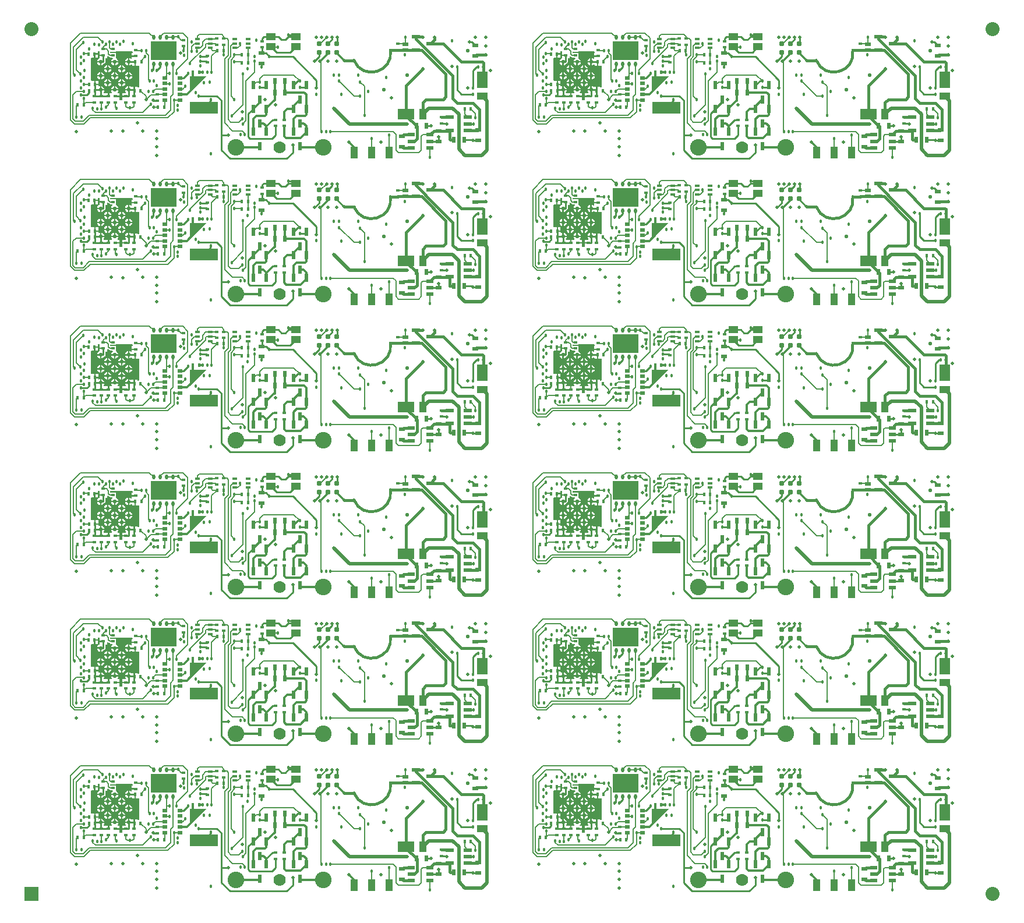
<source format=gbl>
G04 Layer_Physical_Order=6*
G04 Layer_Color=16711680*
%FSLAX24Y24*%
%MOIN*%
G70*
G01*
G75*
%ADD10R,0.0800X0.0800*%
%ADD11C,0.0800*%
%ADD12C,0.0100*%
%ADD13R,0.0157X0.0236*%
%ADD17R,0.0255X0.0160*%
%ADD20R,0.0236X0.0512*%
%ADD21R,0.0354X0.0197*%
%ADD22R,0.0236X0.0157*%
%ADD29R,0.0197X0.0354*%
%ADD43C,0.0310*%
%ADD44C,0.0200*%
%ADD46C,0.0080*%
%ADD47C,0.0150*%
%ADD48C,0.0120*%
%ADD50C,0.0700*%
%ADD51C,0.0950*%
%ADD52C,0.0200*%
%ADD53C,0.0180*%
%ADD54C,0.0217*%
%ADD55C,0.0220*%
%ADD56R,0.1457X0.1063*%
%ADD57O,0.0197X0.0276*%
%ADD58R,0.0315X0.0197*%
%ADD59R,0.0551X0.0413*%
%ADD60R,0.1614X0.0669*%
%ADD61R,0.0394X0.0394*%
%ADD62R,0.0512X0.0236*%
%ADD63R,0.0335X0.0217*%
%ADD64R,0.0591X0.0413*%
%ADD65R,0.0591X0.0945*%
%ADD66R,0.0413X0.0591*%
%ADD67R,0.0945X0.0591*%
%ADD68R,0.0480X0.0236*%
%ADD69R,0.0413X0.0236*%
%ADD70R,0.0400X0.0650*%
G36*
X34218Y52139D02*
Y52112D01*
X34186Y52076D01*
X34178D01*
Y51937D01*
X34396D01*
Y51857D01*
X34178D01*
Y51763D01*
X34128Y51738D01*
X34078Y51772D01*
X34036Y51780D01*
Y51574D01*
Y51368D01*
X34078Y51376D01*
X34140Y51418D01*
X34169Y51409D01*
X34190Y51397D01*
Y51356D01*
X34329D01*
Y51574D01*
X34409D01*
Y51356D01*
X34548D01*
Y51356D01*
X34596Y51352D01*
Y50137D01*
X34561Y50102D01*
X34534D01*
X34498Y50134D01*
Y50142D01*
X34359D01*
Y49924D01*
X34279D01*
Y50142D01*
X34140D01*
Y50142D01*
X34130Y50137D01*
X34078Y50172D01*
X34036Y50180D01*
Y49974D01*
X33996D01*
Y49934D01*
X33790D01*
X33798Y49892D01*
X33840Y49830D01*
X33831Y49801D01*
X33819Y49780D01*
X33628D01*
Y49641D01*
X33846D01*
Y49561D01*
X33628D01*
Y49424D01*
X33628Y49422D01*
X33624Y49374D01*
X33468D01*
X33464Y49422D01*
X33464D01*
Y49561D01*
X33246D01*
Y49641D01*
X33464D01*
Y49780D01*
X33367D01*
X33352Y49830D01*
X33394Y49892D01*
X33402Y49934D01*
X32990D01*
X32998Y49892D01*
X33040Y49830D01*
X33025Y49780D01*
X32886D01*
Y49601D01*
X32806D01*
Y49780D01*
X32574D01*
X32561Y49801D01*
X32552Y49830D01*
X32594Y49892D01*
X32602Y49934D01*
X32396D01*
Y49974D01*
X32356D01*
Y50180D01*
X32314Y50172D01*
X32302Y50164D01*
X32252Y50190D01*
Y50234D01*
X32073D01*
Y50274D01*
X32033D01*
Y50492D01*
X31894D01*
Y50492D01*
X31846Y50496D01*
Y51765D01*
X31867Y51806D01*
X32006D01*
Y52024D01*
X32046D01*
Y52064D01*
X32225D01*
Y52174D01*
X32324D01*
X32328Y52126D01*
X32328D01*
Y51987D01*
X32546D01*
Y51907D01*
X32328D01*
Y51775D01*
X32314Y51772D01*
X32245Y51725D01*
X32198Y51656D01*
X32190Y51614D01*
X32396D01*
Y51574D01*
X32436D01*
Y51368D01*
X32478Y51376D01*
X32547Y51423D01*
X32578Y51468D01*
X32589Y51470D01*
X32625Y51495D01*
X32650Y51531D01*
X32658Y51574D01*
Y51768D01*
X32764D01*
Y51891D01*
X32814Y51912D01*
X32851Y51875D01*
X32884Y51853D01*
X32918Y51846D01*
Y51808D01*
X33078D01*
X33094Y51758D01*
X33045Y51725D01*
X32998Y51656D01*
X32990Y51614D01*
X33402D01*
X33394Y51656D01*
X33347Y51725D01*
X33289Y51764D01*
X33275Y51805D01*
X33274Y51820D01*
X33274Y51824D01*
Y52086D01*
X32948D01*
Y52162D01*
X33274D01*
Y52174D01*
X34183D01*
X34218Y52139D01*
D02*
G37*
G36*
X7759D02*
Y52112D01*
X7727Y52076D01*
X7719D01*
Y51937D01*
X7937D01*
Y51857D01*
X7719D01*
Y51763D01*
X7669Y51738D01*
X7619Y51772D01*
X7577Y51780D01*
Y51574D01*
Y51368D01*
X7619Y51376D01*
X7681Y51418D01*
X7710Y51409D01*
X7731Y51397D01*
Y51356D01*
X7870D01*
Y51574D01*
X7950D01*
Y51356D01*
X8089D01*
Y51356D01*
X8137Y51352D01*
Y50137D01*
X8102Y50102D01*
X8075D01*
X8039Y50134D01*
Y50142D01*
X7900D01*
Y49924D01*
X7820D01*
Y50142D01*
X7681D01*
Y50142D01*
X7671Y50137D01*
X7619Y50172D01*
X7577Y50180D01*
Y49974D01*
X7537D01*
Y49934D01*
X7331D01*
X7339Y49892D01*
X7381Y49830D01*
X7372Y49801D01*
X7360Y49780D01*
X7169D01*
Y49641D01*
X7387D01*
Y49561D01*
X7169D01*
Y49424D01*
X7169Y49422D01*
X7165Y49374D01*
X7009D01*
X7005Y49422D01*
X7005D01*
Y49561D01*
X6787D01*
Y49641D01*
X7005D01*
Y49780D01*
X6908D01*
X6893Y49830D01*
X6935Y49892D01*
X6943Y49934D01*
X6531D01*
X6539Y49892D01*
X6581Y49830D01*
X6566Y49780D01*
X6427D01*
Y49601D01*
X6347D01*
Y49780D01*
X6115D01*
X6102Y49801D01*
X6093Y49830D01*
X6135Y49892D01*
X6143Y49934D01*
X5937D01*
Y49974D01*
X5897D01*
Y50180D01*
X5855Y50172D01*
X5843Y50164D01*
X5793Y50190D01*
Y50234D01*
X5614D01*
Y50274D01*
X5574D01*
Y50492D01*
X5435D01*
Y50492D01*
X5387Y50496D01*
Y51765D01*
X5408Y51806D01*
X5547D01*
Y52024D01*
X5587D01*
Y52064D01*
X5766D01*
Y52174D01*
X5865D01*
X5869Y52126D01*
X5869D01*
Y51987D01*
X6087D01*
Y51907D01*
X5869D01*
Y51775D01*
X5855Y51772D01*
X5786Y51725D01*
X5739Y51656D01*
X5731Y51614D01*
X5937D01*
Y51574D01*
X5977D01*
Y51368D01*
X6019Y51376D01*
X6088Y51423D01*
X6119Y51468D01*
X6130Y51470D01*
X6166Y51495D01*
X6191Y51531D01*
X6199Y51574D01*
Y51768D01*
X6305D01*
Y51891D01*
X6355Y51912D01*
X6392Y51875D01*
X6425Y51853D01*
X6459Y51846D01*
Y51808D01*
X6619D01*
X6635Y51758D01*
X6586Y51725D01*
X6539Y51656D01*
X6531Y51614D01*
X6943D01*
X6935Y51656D01*
X6888Y51725D01*
X6830Y51764D01*
X6816Y51805D01*
X6815Y51820D01*
X6815Y51824D01*
Y52086D01*
X6489D01*
Y52162D01*
X6815D01*
Y52174D01*
X7724D01*
X7759Y52139D01*
D02*
G37*
G36*
X37483Y49792D02*
Y50737D01*
X38428D01*
X37483Y49792D01*
D02*
G37*
G36*
X11024D02*
Y50737D01*
X11969D01*
X11024Y49792D01*
D02*
G37*
G36*
X34218Y43751D02*
Y43725D01*
X34186Y43688D01*
X34178D01*
Y43549D01*
X34396D01*
Y43469D01*
X34178D01*
Y43376D01*
X34128Y43351D01*
X34078Y43384D01*
X34036Y43393D01*
Y43187D01*
Y42980D01*
X34078Y42989D01*
X34140Y43030D01*
X34169Y43022D01*
X34190Y43009D01*
Y42969D01*
X34329D01*
Y43187D01*
X34409D01*
Y42969D01*
X34548D01*
Y42969D01*
X34596Y42965D01*
Y41750D01*
X34561Y41715D01*
X34534D01*
X34498Y41746D01*
Y41755D01*
X34359D01*
Y41537D01*
X34279D01*
Y41755D01*
X34140D01*
Y41755D01*
X34130Y41749D01*
X34078Y41784D01*
X34036Y41793D01*
Y41587D01*
X33996D01*
Y41547D01*
X33790D01*
X33798Y41505D01*
X33840Y41443D01*
X33831Y41414D01*
X33819Y41393D01*
X33628D01*
Y41254D01*
X33846D01*
Y41174D01*
X33628D01*
Y41037D01*
X33628Y41035D01*
X33624Y40987D01*
X33468D01*
X33464Y41035D01*
X33464D01*
Y41174D01*
X33246D01*
Y41254D01*
X33464D01*
Y41393D01*
X33367D01*
X33352Y41443D01*
X33394Y41505D01*
X33402Y41547D01*
X32990D01*
X32998Y41505D01*
X33040Y41443D01*
X33025Y41393D01*
X32886D01*
Y41214D01*
X32806D01*
Y41393D01*
X32574D01*
X32561Y41414D01*
X32552Y41443D01*
X32594Y41505D01*
X32602Y41547D01*
X32396D01*
Y41587D01*
X32356D01*
Y41793D01*
X32314Y41784D01*
X32302Y41776D01*
X32252Y41803D01*
Y41847D01*
X32073D01*
Y41887D01*
X32033D01*
Y42105D01*
X31894D01*
Y42105D01*
X31846Y42109D01*
Y43377D01*
X31867Y43419D01*
X32006D01*
Y43637D01*
X32046D01*
Y43677D01*
X32225D01*
Y43787D01*
X32324D01*
X32328Y43738D01*
X32328D01*
Y43599D01*
X32546D01*
Y43519D01*
X32328D01*
Y43387D01*
X32314Y43384D01*
X32245Y43338D01*
X32198Y43269D01*
X32190Y43227D01*
X32396D01*
Y43187D01*
X32436D01*
Y42980D01*
X32478Y42989D01*
X32547Y43035D01*
X32578Y43081D01*
X32589Y43083D01*
X32625Y43107D01*
X32650Y43144D01*
X32658Y43187D01*
Y43381D01*
X32764D01*
Y43504D01*
X32814Y43524D01*
X32851Y43487D01*
X32884Y43465D01*
X32918Y43459D01*
Y43421D01*
X33078D01*
X33094Y43371D01*
X33045Y43338D01*
X32998Y43269D01*
X32990Y43227D01*
X33402D01*
X33394Y43269D01*
X33347Y43338D01*
X33289Y43377D01*
X33275Y43417D01*
X33274Y43432D01*
X33274Y43436D01*
Y43698D01*
X32948D01*
Y43775D01*
X33274D01*
Y43787D01*
X34183D01*
X34218Y43751D01*
D02*
G37*
G36*
X7759D02*
Y43725D01*
X7727Y43688D01*
X7719D01*
Y43549D01*
X7937D01*
Y43469D01*
X7719D01*
Y43376D01*
X7669Y43351D01*
X7619Y43384D01*
X7577Y43393D01*
Y43187D01*
Y42980D01*
X7619Y42989D01*
X7681Y43030D01*
X7710Y43022D01*
X7731Y43009D01*
Y42969D01*
X7870D01*
Y43187D01*
X7950D01*
Y42969D01*
X8089D01*
Y42969D01*
X8137Y42965D01*
Y41750D01*
X8102Y41715D01*
X8075D01*
X8039Y41746D01*
Y41755D01*
X7900D01*
Y41537D01*
X7820D01*
Y41755D01*
X7681D01*
Y41755D01*
X7671Y41749D01*
X7619Y41784D01*
X7577Y41793D01*
Y41587D01*
X7537D01*
Y41547D01*
X7331D01*
X7339Y41505D01*
X7381Y41443D01*
X7372Y41414D01*
X7360Y41393D01*
X7169D01*
Y41254D01*
X7387D01*
Y41174D01*
X7169D01*
Y41037D01*
X7169Y41035D01*
X7165Y40987D01*
X7009D01*
X7005Y41035D01*
X7005D01*
Y41174D01*
X6787D01*
Y41254D01*
X7005D01*
Y41393D01*
X6908D01*
X6893Y41443D01*
X6935Y41505D01*
X6943Y41547D01*
X6531D01*
X6539Y41505D01*
X6581Y41443D01*
X6566Y41393D01*
X6427D01*
Y41214D01*
X6347D01*
Y41393D01*
X6115D01*
X6102Y41414D01*
X6093Y41443D01*
X6135Y41505D01*
X6143Y41547D01*
X5937D01*
Y41587D01*
X5897D01*
Y41793D01*
X5855Y41784D01*
X5843Y41776D01*
X5793Y41803D01*
Y41847D01*
X5614D01*
Y41887D01*
X5574D01*
Y42105D01*
X5435D01*
Y42105D01*
X5387Y42109D01*
Y43377D01*
X5408Y43419D01*
X5547D01*
Y43637D01*
X5587D01*
Y43677D01*
X5766D01*
Y43787D01*
X5865D01*
X5869Y43738D01*
X5869D01*
Y43599D01*
X6087D01*
Y43519D01*
X5869D01*
Y43387D01*
X5855Y43384D01*
X5786Y43338D01*
X5739Y43269D01*
X5731Y43227D01*
X5937D01*
Y43187D01*
X5977D01*
Y42980D01*
X6019Y42989D01*
X6088Y43035D01*
X6119Y43081D01*
X6130Y43083D01*
X6166Y43107D01*
X6191Y43144D01*
X6199Y43187D01*
Y43381D01*
X6305D01*
Y43504D01*
X6355Y43524D01*
X6392Y43487D01*
X6425Y43465D01*
X6459Y43459D01*
Y43421D01*
X6619D01*
X6635Y43371D01*
X6586Y43338D01*
X6539Y43269D01*
X6531Y43227D01*
X6943D01*
X6935Y43269D01*
X6888Y43338D01*
X6830Y43377D01*
X6816Y43417D01*
X6815Y43432D01*
X6815Y43436D01*
Y43698D01*
X6489D01*
Y43775D01*
X6815D01*
Y43787D01*
X7724D01*
X7759Y43751D01*
D02*
G37*
G36*
X37483Y41405D02*
Y42350D01*
X38428D01*
X37483Y41405D01*
D02*
G37*
G36*
X11024D02*
Y42350D01*
X11969D01*
X11024Y41405D01*
D02*
G37*
G36*
X34218Y35364D02*
Y35338D01*
X34186Y35301D01*
X34178D01*
Y35162D01*
X34396D01*
Y35082D01*
X34178D01*
Y34988D01*
X34128Y34964D01*
X34078Y34997D01*
X34036Y35005D01*
Y34799D01*
Y34593D01*
X34078Y34601D01*
X34140Y34643D01*
X34169Y34635D01*
X34190Y34622D01*
Y34581D01*
X34329D01*
Y34799D01*
X34409D01*
Y34581D01*
X34548D01*
Y34581D01*
X34596Y34577D01*
Y33363D01*
X34561Y33327D01*
X34534D01*
X34498Y33359D01*
Y33367D01*
X34359D01*
Y33149D01*
X34279D01*
Y33367D01*
X34140D01*
Y33367D01*
X34130Y33362D01*
X34078Y33397D01*
X34036Y33405D01*
Y33199D01*
X33996D01*
Y33159D01*
X33790D01*
X33798Y33117D01*
X33840Y33055D01*
X33831Y33026D01*
X33819Y33005D01*
X33628D01*
Y32866D01*
X33846D01*
Y32786D01*
X33628D01*
Y32649D01*
X33628Y32648D01*
X33624Y32599D01*
X33468D01*
X33464Y32648D01*
X33464D01*
Y32786D01*
X33246D01*
Y32866D01*
X33464D01*
Y33005D01*
X33367D01*
X33352Y33055D01*
X33394Y33117D01*
X33402Y33159D01*
X32990D01*
X32998Y33117D01*
X33040Y33055D01*
X33025Y33005D01*
X32886D01*
Y32826D01*
X32806D01*
Y33005D01*
X32574D01*
X32561Y33026D01*
X32552Y33055D01*
X32594Y33117D01*
X32602Y33159D01*
X32396D01*
Y33199D01*
X32356D01*
Y33405D01*
X32314Y33397D01*
X32302Y33389D01*
X32252Y33416D01*
Y33459D01*
X32073D01*
Y33499D01*
X32033D01*
Y33717D01*
X31894D01*
Y33717D01*
X31846Y33721D01*
Y34990D01*
X31867Y35031D01*
X32006D01*
Y35249D01*
X32046D01*
Y35289D01*
X32225D01*
Y35399D01*
X32324D01*
X32328Y35351D01*
X32328D01*
Y35212D01*
X32546D01*
Y35132D01*
X32328D01*
Y35000D01*
X32314Y34997D01*
X32245Y34951D01*
X32198Y34881D01*
X32190Y34839D01*
X32396D01*
Y34799D01*
X32436D01*
Y34593D01*
X32478Y34601D01*
X32547Y34648D01*
X32578Y34693D01*
X32589Y34696D01*
X32625Y34720D01*
X32650Y34756D01*
X32658Y34799D01*
Y34993D01*
X32764D01*
Y35116D01*
X32814Y35137D01*
X32851Y35100D01*
X32884Y35078D01*
X32918Y35071D01*
Y35033D01*
X33078D01*
X33094Y34983D01*
X33045Y34951D01*
X32998Y34881D01*
X32990Y34839D01*
X33402D01*
X33394Y34881D01*
X33347Y34951D01*
X33289Y34990D01*
X33275Y35030D01*
X33274Y35045D01*
X33274Y35049D01*
Y35311D01*
X32948D01*
Y35388D01*
X33274D01*
Y35399D01*
X34183D01*
X34218Y35364D01*
D02*
G37*
G36*
X7759D02*
Y35338D01*
X7727Y35301D01*
X7719D01*
Y35162D01*
X7937D01*
Y35082D01*
X7719D01*
Y34988D01*
X7669Y34964D01*
X7619Y34997D01*
X7577Y35005D01*
Y34799D01*
Y34593D01*
X7619Y34601D01*
X7681Y34643D01*
X7710Y34635D01*
X7731Y34622D01*
Y34581D01*
X7870D01*
Y34799D01*
X7950D01*
Y34581D01*
X8089D01*
Y34581D01*
X8137Y34577D01*
Y33363D01*
X8102Y33327D01*
X8075D01*
X8039Y33359D01*
Y33367D01*
X7900D01*
Y33149D01*
X7820D01*
Y33367D01*
X7681D01*
Y33367D01*
X7671Y33362D01*
X7619Y33397D01*
X7577Y33405D01*
Y33199D01*
X7537D01*
Y33159D01*
X7331D01*
X7339Y33117D01*
X7381Y33055D01*
X7372Y33026D01*
X7360Y33005D01*
X7169D01*
Y32866D01*
X7387D01*
Y32786D01*
X7169D01*
Y32649D01*
X7169Y32648D01*
X7165Y32599D01*
X7009D01*
X7005Y32648D01*
X7005D01*
Y32786D01*
X6787D01*
Y32866D01*
X7005D01*
Y33005D01*
X6908D01*
X6893Y33055D01*
X6935Y33117D01*
X6943Y33159D01*
X6531D01*
X6539Y33117D01*
X6581Y33055D01*
X6566Y33005D01*
X6427D01*
Y32826D01*
X6347D01*
Y33005D01*
X6115D01*
X6102Y33026D01*
X6093Y33055D01*
X6135Y33117D01*
X6143Y33159D01*
X5937D01*
Y33199D01*
X5897D01*
Y33405D01*
X5855Y33397D01*
X5843Y33389D01*
X5793Y33416D01*
Y33459D01*
X5614D01*
Y33499D01*
X5574D01*
Y33717D01*
X5435D01*
Y33717D01*
X5387Y33721D01*
Y34990D01*
X5408Y35031D01*
X5547D01*
Y35249D01*
X5587D01*
Y35289D01*
X5766D01*
Y35399D01*
X5865D01*
X5869Y35351D01*
X5869D01*
Y35212D01*
X6087D01*
Y35132D01*
X5869D01*
Y35000D01*
X5855Y34997D01*
X5786Y34951D01*
X5739Y34881D01*
X5731Y34839D01*
X5937D01*
Y34799D01*
X5977D01*
Y34593D01*
X6019Y34601D01*
X6088Y34648D01*
X6119Y34693D01*
X6130Y34696D01*
X6166Y34720D01*
X6191Y34756D01*
X6199Y34799D01*
Y34993D01*
X6305D01*
Y35116D01*
X6355Y35137D01*
X6392Y35100D01*
X6425Y35078D01*
X6459Y35071D01*
Y35033D01*
X6619D01*
X6635Y34983D01*
X6586Y34951D01*
X6539Y34881D01*
X6531Y34839D01*
X6943D01*
X6935Y34881D01*
X6888Y34951D01*
X6830Y34990D01*
X6816Y35030D01*
X6815Y35045D01*
X6815Y35049D01*
Y35311D01*
X6489D01*
Y35388D01*
X6815D01*
Y35399D01*
X7724D01*
X7759Y35364D01*
D02*
G37*
G36*
X37483Y33017D02*
Y33962D01*
X38428D01*
X37483Y33017D01*
D02*
G37*
G36*
X11024D02*
Y33962D01*
X11969D01*
X11024Y33017D01*
D02*
G37*
G36*
X34218Y26976D02*
Y26950D01*
X34186Y26913D01*
X34178D01*
Y26775D01*
X34396D01*
Y26695D01*
X34178D01*
Y26601D01*
X34128Y26576D01*
X34078Y26610D01*
X34036Y26618D01*
Y26412D01*
Y26206D01*
X34078Y26214D01*
X34140Y26256D01*
X34169Y26247D01*
X34190Y26234D01*
Y26194D01*
X34329D01*
Y26412D01*
X34409D01*
Y26194D01*
X34548D01*
Y26194D01*
X34596Y26190D01*
Y24975D01*
X34561Y24940D01*
X34534D01*
X34498Y24972D01*
Y24980D01*
X34359D01*
Y24762D01*
X34279D01*
Y24980D01*
X34140D01*
Y24980D01*
X34130Y24975D01*
X34078Y25010D01*
X34036Y25018D01*
Y24812D01*
X33996D01*
Y24772D01*
X33790D01*
X33798Y24730D01*
X33840Y24668D01*
X33831Y24639D01*
X33819Y24618D01*
X33628D01*
Y24479D01*
X33846D01*
Y24399D01*
X33628D01*
Y24262D01*
X33628Y24260D01*
X33624Y24212D01*
X33468D01*
X33464Y24260D01*
X33464D01*
Y24399D01*
X33246D01*
Y24479D01*
X33464D01*
Y24618D01*
X33367D01*
X33352Y24668D01*
X33394Y24730D01*
X33402Y24772D01*
X32990D01*
X32998Y24730D01*
X33040Y24668D01*
X33025Y24618D01*
X32886D01*
Y24439D01*
X32806D01*
Y24618D01*
X32574D01*
X32561Y24639D01*
X32552Y24668D01*
X32594Y24730D01*
X32602Y24772D01*
X32396D01*
Y24812D01*
X32356D01*
Y25018D01*
X32314Y25010D01*
X32302Y25002D01*
X32252Y25028D01*
Y25072D01*
X32073D01*
Y25112D01*
X32033D01*
Y25330D01*
X31894D01*
Y25330D01*
X31846Y25334D01*
Y26603D01*
X31867Y26644D01*
X32006D01*
Y26862D01*
X32046D01*
Y26902D01*
X32225D01*
Y27012D01*
X32324D01*
X32328Y26963D01*
X32328D01*
Y26825D01*
X32546D01*
Y26745D01*
X32328D01*
Y26612D01*
X32314Y26610D01*
X32245Y26563D01*
X32198Y26494D01*
X32190Y26452D01*
X32396D01*
Y26412D01*
X32436D01*
Y26206D01*
X32478Y26214D01*
X32547Y26260D01*
X32578Y26306D01*
X32589Y26308D01*
X32625Y26333D01*
X32650Y26369D01*
X32658Y26412D01*
Y26606D01*
X32764D01*
Y26729D01*
X32814Y26750D01*
X32851Y26713D01*
X32884Y26690D01*
X32918Y26684D01*
Y26646D01*
X33078D01*
X33094Y26596D01*
X33045Y26563D01*
X32998Y26494D01*
X32990Y26452D01*
X33402D01*
X33394Y26494D01*
X33347Y26563D01*
X33289Y26602D01*
X33275Y26642D01*
X33274Y26657D01*
X33274Y26661D01*
Y26923D01*
X32948D01*
Y27000D01*
X33274D01*
Y27012D01*
X34183D01*
X34218Y26976D01*
D02*
G37*
G36*
X7759D02*
Y26950D01*
X7727Y26913D01*
X7719D01*
Y26775D01*
X7937D01*
Y26695D01*
X7719D01*
Y26601D01*
X7669Y26576D01*
X7619Y26610D01*
X7577Y26618D01*
Y26412D01*
Y26206D01*
X7619Y26214D01*
X7681Y26256D01*
X7710Y26247D01*
X7731Y26234D01*
Y26194D01*
X7870D01*
Y26412D01*
X7950D01*
Y26194D01*
X8089D01*
Y26194D01*
X8137Y26190D01*
Y24975D01*
X8102Y24940D01*
X8075D01*
X8039Y24972D01*
Y24980D01*
X7900D01*
Y24762D01*
X7820D01*
Y24980D01*
X7681D01*
Y24980D01*
X7671Y24975D01*
X7619Y25010D01*
X7577Y25018D01*
Y24812D01*
X7537D01*
Y24772D01*
X7331D01*
X7339Y24730D01*
X7381Y24668D01*
X7372Y24639D01*
X7360Y24618D01*
X7169D01*
Y24479D01*
X7387D01*
Y24399D01*
X7169D01*
Y24262D01*
X7169Y24260D01*
X7165Y24212D01*
X7009D01*
X7005Y24260D01*
X7005D01*
Y24399D01*
X6787D01*
Y24479D01*
X7005D01*
Y24618D01*
X6908D01*
X6893Y24668D01*
X6935Y24730D01*
X6943Y24772D01*
X6531D01*
X6539Y24730D01*
X6581Y24668D01*
X6566Y24618D01*
X6427D01*
Y24439D01*
X6347D01*
Y24618D01*
X6115D01*
X6102Y24639D01*
X6093Y24668D01*
X6135Y24730D01*
X6143Y24772D01*
X5937D01*
Y24812D01*
X5897D01*
Y25018D01*
X5855Y25010D01*
X5843Y25002D01*
X5793Y25028D01*
Y25072D01*
X5614D01*
Y25112D01*
X5574D01*
Y25330D01*
X5435D01*
Y25330D01*
X5387Y25334D01*
Y26603D01*
X5408Y26644D01*
X5547D01*
Y26862D01*
X5587D01*
Y26902D01*
X5766D01*
Y27012D01*
X5865D01*
X5869Y26963D01*
X5869D01*
Y26825D01*
X6087D01*
Y26745D01*
X5869D01*
Y26612D01*
X5855Y26610D01*
X5786Y26563D01*
X5739Y26494D01*
X5731Y26452D01*
X5937D01*
Y26412D01*
X5977D01*
Y26206D01*
X6019Y26214D01*
X6088Y26260D01*
X6119Y26306D01*
X6130Y26308D01*
X6166Y26333D01*
X6191Y26369D01*
X6199Y26412D01*
Y26606D01*
X6305D01*
Y26729D01*
X6355Y26750D01*
X6392Y26713D01*
X6425Y26690D01*
X6459Y26684D01*
Y26646D01*
X6619D01*
X6635Y26596D01*
X6586Y26563D01*
X6539Y26494D01*
X6531Y26452D01*
X6943D01*
X6935Y26494D01*
X6888Y26563D01*
X6830Y26602D01*
X6816Y26642D01*
X6815Y26657D01*
X6815Y26661D01*
Y26923D01*
X6489D01*
Y27000D01*
X6815D01*
Y27012D01*
X7724D01*
X7759Y26976D01*
D02*
G37*
G36*
X37483Y24630D02*
Y25575D01*
X38428D01*
X37483Y24630D01*
D02*
G37*
G36*
X11024D02*
Y25575D01*
X11969D01*
X11024Y24630D01*
D02*
G37*
G36*
X34218Y18589D02*
Y18563D01*
X34186Y18526D01*
X34178D01*
Y18387D01*
X34396D01*
Y18307D01*
X34178D01*
Y18213D01*
X34128Y18189D01*
X34078Y18222D01*
X34036Y18231D01*
Y18024D01*
Y17818D01*
X34078Y17827D01*
X34140Y17868D01*
X34169Y17860D01*
X34190Y17847D01*
Y17806D01*
X34329D01*
Y18024D01*
X34409D01*
Y17806D01*
X34548D01*
Y17806D01*
X34596Y17802D01*
Y16588D01*
X34561Y16553D01*
X34534D01*
X34498Y16584D01*
Y16593D01*
X34359D01*
Y16374D01*
X34279D01*
Y16593D01*
X34140D01*
Y16593D01*
X34130Y16587D01*
X34078Y16622D01*
X34036Y16631D01*
Y16424D01*
X33996D01*
Y16384D01*
X33790D01*
X33798Y16342D01*
X33840Y16280D01*
X33831Y16251D01*
X33819Y16230D01*
X33628D01*
Y16092D01*
X33846D01*
Y16012D01*
X33628D01*
Y15874D01*
X33628Y15873D01*
X33624Y15824D01*
X33468D01*
X33464Y15873D01*
X33464D01*
Y16012D01*
X33246D01*
Y16092D01*
X33464D01*
Y16230D01*
X33367D01*
X33352Y16280D01*
X33394Y16342D01*
X33402Y16384D01*
X32990D01*
X32998Y16342D01*
X33040Y16280D01*
X33025Y16230D01*
X32886D01*
Y16052D01*
X32806D01*
Y16230D01*
X32574D01*
X32561Y16251D01*
X32552Y16280D01*
X32594Y16342D01*
X32602Y16384D01*
X32396D01*
Y16424D01*
X32356D01*
Y16631D01*
X32314Y16622D01*
X32302Y16614D01*
X32252Y16641D01*
Y16684D01*
X32073D01*
Y16724D01*
X32033D01*
Y16943D01*
X31894D01*
Y16943D01*
X31846Y16946D01*
Y18215D01*
X31867Y18256D01*
X32006D01*
Y18474D01*
X32046D01*
Y18514D01*
X32225D01*
Y18624D01*
X32324D01*
X32328Y18576D01*
X32328D01*
Y18437D01*
X32546D01*
Y18357D01*
X32328D01*
Y18225D01*
X32314Y18222D01*
X32245Y18176D01*
X32198Y18106D01*
X32190Y18064D01*
X32396D01*
Y18024D01*
X32436D01*
Y17818D01*
X32478Y17827D01*
X32547Y17873D01*
X32578Y17919D01*
X32589Y17921D01*
X32625Y17945D01*
X32650Y17981D01*
X32658Y18024D01*
Y18219D01*
X32764D01*
Y18341D01*
X32814Y18362D01*
X32851Y18325D01*
X32884Y18303D01*
X32918Y18296D01*
Y18259D01*
X33078D01*
X33094Y18209D01*
X33045Y18176D01*
X32998Y18106D01*
X32990Y18064D01*
X33402D01*
X33394Y18106D01*
X33347Y18176D01*
X33289Y18215D01*
X33275Y18255D01*
X33274Y18270D01*
X33274Y18274D01*
Y18536D01*
X32948D01*
Y18613D01*
X33274D01*
Y18624D01*
X34183D01*
X34218Y18589D01*
D02*
G37*
G36*
X7759D02*
Y18563D01*
X7727Y18526D01*
X7719D01*
Y18387D01*
X7937D01*
Y18307D01*
X7719D01*
Y18213D01*
X7669Y18189D01*
X7619Y18222D01*
X7577Y18231D01*
Y18024D01*
Y17818D01*
X7619Y17827D01*
X7681Y17868D01*
X7710Y17860D01*
X7731Y17847D01*
Y17806D01*
X7870D01*
Y18024D01*
X7950D01*
Y17806D01*
X8089D01*
Y17806D01*
X8137Y17802D01*
Y16588D01*
X8102Y16553D01*
X8075D01*
X8039Y16584D01*
Y16593D01*
X7900D01*
Y16374D01*
X7820D01*
Y16593D01*
X7681D01*
Y16593D01*
X7671Y16587D01*
X7619Y16622D01*
X7577Y16631D01*
Y16424D01*
X7537D01*
Y16384D01*
X7331D01*
X7339Y16342D01*
X7381Y16280D01*
X7372Y16251D01*
X7360Y16230D01*
X7169D01*
Y16092D01*
X7387D01*
Y16012D01*
X7169D01*
Y15874D01*
X7169Y15873D01*
X7165Y15824D01*
X7009D01*
X7005Y15873D01*
X7005D01*
Y16012D01*
X6787D01*
Y16092D01*
X7005D01*
Y16230D01*
X6908D01*
X6893Y16280D01*
X6935Y16342D01*
X6943Y16384D01*
X6531D01*
X6539Y16342D01*
X6581Y16280D01*
X6566Y16230D01*
X6427D01*
Y16052D01*
X6347D01*
Y16230D01*
X6115D01*
X6102Y16251D01*
X6093Y16280D01*
X6135Y16342D01*
X6143Y16384D01*
X5937D01*
Y16424D01*
X5897D01*
Y16631D01*
X5855Y16622D01*
X5843Y16614D01*
X5793Y16641D01*
Y16684D01*
X5614D01*
Y16724D01*
X5574D01*
Y16943D01*
X5435D01*
Y16943D01*
X5387Y16946D01*
Y18215D01*
X5408Y18256D01*
X5547D01*
Y18474D01*
X5587D01*
Y18514D01*
X5766D01*
Y18624D01*
X5865D01*
X5869Y18576D01*
X5869D01*
Y18437D01*
X6087D01*
Y18357D01*
X5869D01*
Y18225D01*
X5855Y18222D01*
X5786Y18176D01*
X5739Y18106D01*
X5731Y18064D01*
X5937D01*
Y18024D01*
X5977D01*
Y17818D01*
X6019Y17827D01*
X6088Y17873D01*
X6119Y17919D01*
X6130Y17921D01*
X6166Y17945D01*
X6191Y17981D01*
X6199Y18024D01*
Y18219D01*
X6305D01*
Y18341D01*
X6355Y18362D01*
X6392Y18325D01*
X6425Y18303D01*
X6459Y18296D01*
Y18259D01*
X6619D01*
X6635Y18209D01*
X6586Y18176D01*
X6539Y18106D01*
X6531Y18064D01*
X6943D01*
X6935Y18106D01*
X6888Y18176D01*
X6830Y18215D01*
X6816Y18255D01*
X6815Y18270D01*
X6815Y18274D01*
Y18536D01*
X6489D01*
Y18613D01*
X6815D01*
Y18624D01*
X7724D01*
X7759Y18589D01*
D02*
G37*
G36*
X37483Y16243D02*
Y17187D01*
X38428D01*
X37483Y16243D01*
D02*
G37*
G36*
X11024D02*
Y17187D01*
X11969D01*
X11024Y16243D01*
D02*
G37*
G36*
X34218Y10202D02*
Y10175D01*
X34186Y10139D01*
X34178D01*
Y10000D01*
X34396D01*
Y9920D01*
X34178D01*
Y9826D01*
X34128Y9801D01*
X34078Y9835D01*
X34036Y9843D01*
Y9637D01*
Y9431D01*
X34078Y9439D01*
X34140Y9481D01*
X34169Y9472D01*
X34190Y9460D01*
Y9419D01*
X34329D01*
Y9637D01*
X34409D01*
Y9419D01*
X34548D01*
Y9419D01*
X34596Y9415D01*
Y8200D01*
X34561Y8165D01*
X34534D01*
X34498Y8197D01*
Y8205D01*
X34359D01*
Y7987D01*
X34279D01*
Y8205D01*
X34140D01*
Y8205D01*
X34130Y8200D01*
X34078Y8235D01*
X34036Y8243D01*
Y8037D01*
X33996D01*
Y7997D01*
X33790D01*
X33798Y7955D01*
X33840Y7893D01*
X33831Y7864D01*
X33819Y7843D01*
X33628D01*
Y7704D01*
X33846D01*
Y7624D01*
X33628D01*
Y7487D01*
X33628Y7485D01*
X33624Y7437D01*
X33468D01*
X33464Y7485D01*
X33464D01*
Y7624D01*
X33246D01*
Y7704D01*
X33464D01*
Y7843D01*
X33367D01*
X33352Y7893D01*
X33394Y7955D01*
X33402Y7997D01*
X32990D01*
X32998Y7955D01*
X33040Y7893D01*
X33025Y7843D01*
X32886D01*
Y7664D01*
X32806D01*
Y7843D01*
X32574D01*
X32561Y7864D01*
X32552Y7893D01*
X32594Y7955D01*
X32602Y7997D01*
X32396D01*
Y8037D01*
X32356D01*
Y8243D01*
X32314Y8235D01*
X32302Y8227D01*
X32252Y8253D01*
Y8297D01*
X32073D01*
Y8337D01*
X32033D01*
Y8555D01*
X31894D01*
Y8555D01*
X31846Y8559D01*
Y9828D01*
X31867Y9869D01*
X32006D01*
Y10087D01*
X32046D01*
Y10127D01*
X32225D01*
Y10237D01*
X32324D01*
X32328Y10189D01*
X32328D01*
Y10050D01*
X32546D01*
Y9970D01*
X32328D01*
Y9838D01*
X32314Y9835D01*
X32245Y9788D01*
X32198Y9719D01*
X32190Y9677D01*
X32396D01*
Y9637D01*
X32436D01*
Y9431D01*
X32478Y9439D01*
X32547Y9486D01*
X32578Y9531D01*
X32589Y9533D01*
X32625Y9558D01*
X32650Y9594D01*
X32658Y9637D01*
Y9831D01*
X32764D01*
Y9954D01*
X32814Y9975D01*
X32851Y9938D01*
X32884Y9916D01*
X32918Y9909D01*
Y9871D01*
X33078D01*
X33094Y9821D01*
X33045Y9788D01*
X32998Y9719D01*
X32990Y9677D01*
X33402D01*
X33394Y9719D01*
X33347Y9788D01*
X33289Y9827D01*
X33275Y9868D01*
X33274Y9883D01*
X33274Y9887D01*
Y10149D01*
X32948D01*
Y10225D01*
X33274D01*
Y10237D01*
X34183D01*
X34218Y10202D01*
D02*
G37*
G36*
X7759D02*
Y10175D01*
X7727Y10139D01*
X7719D01*
Y10000D01*
X7937D01*
Y9920D01*
X7719D01*
Y9826D01*
X7669Y9801D01*
X7619Y9835D01*
X7577Y9843D01*
Y9637D01*
Y9431D01*
X7619Y9439D01*
X7681Y9481D01*
X7710Y9472D01*
X7731Y9460D01*
Y9419D01*
X7870D01*
Y9637D01*
X7950D01*
Y9419D01*
X8089D01*
Y9419D01*
X8137Y9415D01*
Y8200D01*
X8102Y8165D01*
X8075D01*
X8039Y8197D01*
Y8205D01*
X7900D01*
Y7987D01*
X7820D01*
Y8205D01*
X7681D01*
Y8205D01*
X7671Y8200D01*
X7619Y8235D01*
X7577Y8243D01*
Y8037D01*
X7537D01*
Y7997D01*
X7331D01*
X7339Y7955D01*
X7381Y7893D01*
X7372Y7864D01*
X7360Y7843D01*
X7169D01*
Y7704D01*
X7387D01*
Y7624D01*
X7169D01*
Y7487D01*
X7169Y7485D01*
X7165Y7437D01*
X7009D01*
X7005Y7485D01*
X7005D01*
Y7624D01*
X6787D01*
Y7704D01*
X7005D01*
Y7843D01*
X6908D01*
X6893Y7893D01*
X6935Y7955D01*
X6943Y7997D01*
X6531D01*
X6539Y7955D01*
X6581Y7893D01*
X6566Y7843D01*
X6427D01*
Y7664D01*
X6347D01*
Y7843D01*
X6115D01*
X6102Y7864D01*
X6093Y7893D01*
X6135Y7955D01*
X6143Y7997D01*
X5937D01*
Y8037D01*
X5897D01*
Y8243D01*
X5855Y8235D01*
X5843Y8227D01*
X5793Y8253D01*
Y8297D01*
X5614D01*
Y8337D01*
X5574D01*
Y8555D01*
X5435D01*
Y8555D01*
X5387Y8559D01*
Y9828D01*
X5408Y9869D01*
X5547D01*
Y10087D01*
X5587D01*
Y10127D01*
X5766D01*
Y10237D01*
X5865D01*
X5869Y10189D01*
X5869D01*
Y10050D01*
X6087D01*
Y9970D01*
X5869D01*
Y9838D01*
X5855Y9835D01*
X5786Y9788D01*
X5739Y9719D01*
X5731Y9677D01*
X5937D01*
Y9637D01*
X5977D01*
Y9431D01*
X6019Y9439D01*
X6088Y9486D01*
X6119Y9531D01*
X6130Y9533D01*
X6166Y9558D01*
X6191Y9594D01*
X6199Y9637D01*
Y9831D01*
X6305D01*
Y9954D01*
X6355Y9975D01*
X6392Y9938D01*
X6425Y9916D01*
X6459Y9909D01*
Y9871D01*
X6619D01*
X6635Y9821D01*
X6586Y9788D01*
X6539Y9719D01*
X6531Y9677D01*
X6943D01*
X6935Y9719D01*
X6888Y9788D01*
X6830Y9827D01*
X6816Y9868D01*
X6815Y9883D01*
X6815Y9887D01*
Y10149D01*
X6489D01*
Y10225D01*
X6815D01*
Y10237D01*
X7724D01*
X7759Y10202D01*
D02*
G37*
G36*
X37483Y7855D02*
Y8800D01*
X38428D01*
X37483Y7855D01*
D02*
G37*
G36*
X11024D02*
Y8800D01*
X11969D01*
X11024Y7855D01*
D02*
G37*
%LPC*%
G36*
X32225Y51984D02*
X32086D01*
Y51806D01*
X32225D01*
Y51984D01*
D02*
G37*
G36*
X33956Y51780D02*
X33914Y51772D01*
X33845Y51725D01*
X33798Y51656D01*
X33790Y51614D01*
X33956D01*
Y51780D01*
D02*
G37*
G36*
Y51534D02*
X33790D01*
X33798Y51492D01*
X33845Y51423D01*
X33914Y51376D01*
X33956Y51368D01*
Y51534D01*
D02*
G37*
G36*
X33402D02*
X33236D01*
Y51368D01*
X33278Y51376D01*
X33347Y51423D01*
X33394Y51492D01*
X33402Y51534D01*
D02*
G37*
G36*
X33156D02*
X32990D01*
X32998Y51492D01*
X33045Y51423D01*
X33114Y51376D01*
X33156Y51368D01*
Y51534D01*
D02*
G37*
G36*
X32356D02*
X32190D01*
X32198Y51492D01*
X32245Y51423D01*
X32314Y51376D01*
X32356Y51368D01*
Y51534D01*
D02*
G37*
G36*
X33636Y51380D02*
Y51214D01*
X33802D01*
X33794Y51256D01*
X33747Y51325D01*
X33678Y51372D01*
X33636Y51380D01*
D02*
G37*
G36*
X33556D02*
X33514Y51372D01*
X33445Y51325D01*
X33398Y51256D01*
X33390Y51214D01*
X33556D01*
Y51380D01*
D02*
G37*
G36*
X32836D02*
Y51214D01*
X33002D01*
X32994Y51256D01*
X32947Y51325D01*
X32878Y51372D01*
X32836Y51380D01*
D02*
G37*
G36*
X32756D02*
X32714Y51372D01*
X32645Y51325D01*
X32598Y51256D01*
X32590Y51214D01*
X32756D01*
Y51380D01*
D02*
G37*
G36*
X33802Y51134D02*
X33636D01*
Y50968D01*
X33678Y50976D01*
X33747Y51023D01*
X33794Y51092D01*
X33802Y51134D01*
D02*
G37*
G36*
X33556D02*
X33390D01*
X33398Y51092D01*
X33445Y51023D01*
X33514Y50976D01*
X33556Y50968D01*
Y51134D01*
D02*
G37*
G36*
X33002D02*
X32836D01*
Y50968D01*
X32878Y50976D01*
X32947Y51023D01*
X32994Y51092D01*
X33002Y51134D01*
D02*
G37*
G36*
X32756D02*
X32590D01*
X32598Y51092D01*
X32645Y51023D01*
X32714Y50976D01*
X32756Y50968D01*
Y51134D01*
D02*
G37*
G36*
X34036Y50980D02*
Y50814D01*
X34202D01*
X34194Y50856D01*
X34147Y50925D01*
X34078Y50972D01*
X34036Y50980D01*
D02*
G37*
G36*
X33956D02*
X33914Y50972D01*
X33845Y50925D01*
X33798Y50856D01*
X33790Y50814D01*
X33956D01*
Y50980D01*
D02*
G37*
G36*
X33236D02*
Y50814D01*
X33402D01*
X33394Y50856D01*
X33347Y50925D01*
X33278Y50972D01*
X33236Y50980D01*
D02*
G37*
G36*
X33156D02*
X33114Y50972D01*
X33045Y50925D01*
X32998Y50856D01*
X32990Y50814D01*
X33156D01*
Y50980D01*
D02*
G37*
G36*
X32436D02*
Y50814D01*
X32602D01*
X32594Y50856D01*
X32547Y50925D01*
X32478Y50972D01*
X32436Y50980D01*
D02*
G37*
G36*
X32356D02*
X32314Y50972D01*
X32245Y50925D01*
X32198Y50856D01*
X32190Y50814D01*
X32356D01*
Y50980D01*
D02*
G37*
G36*
X34202Y50734D02*
X34036D01*
Y50568D01*
X34078Y50576D01*
X34147Y50623D01*
X34194Y50692D01*
X34202Y50734D01*
D02*
G37*
G36*
X33956D02*
X33790D01*
X33798Y50692D01*
X33845Y50623D01*
X33914Y50576D01*
X33956Y50568D01*
Y50734D01*
D02*
G37*
G36*
X33402D02*
X33236D01*
Y50568D01*
X33278Y50576D01*
X33347Y50623D01*
X33394Y50692D01*
X33402Y50734D01*
D02*
G37*
G36*
X33156D02*
X32990D01*
X32998Y50692D01*
X33045Y50623D01*
X33114Y50576D01*
X33156Y50568D01*
Y50734D01*
D02*
G37*
G36*
X32602D02*
X32436D01*
Y50568D01*
X32478Y50576D01*
X32547Y50623D01*
X32594Y50692D01*
X32602Y50734D01*
D02*
G37*
G36*
X32356D02*
X32190D01*
X32198Y50692D01*
X32245Y50623D01*
X32314Y50576D01*
X32356Y50568D01*
Y50734D01*
D02*
G37*
G36*
X33636Y50580D02*
Y50414D01*
X33802D01*
X33794Y50456D01*
X33747Y50525D01*
X33678Y50572D01*
X33636Y50580D01*
D02*
G37*
G36*
X33556D02*
X33514Y50572D01*
X33445Y50525D01*
X33398Y50456D01*
X33390Y50414D01*
X33556D01*
Y50580D01*
D02*
G37*
G36*
X32836D02*
Y50414D01*
X33002D01*
X32994Y50456D01*
X32947Y50525D01*
X32878Y50572D01*
X32836Y50580D01*
D02*
G37*
G36*
X32756D02*
X32714Y50572D01*
X32645Y50525D01*
X32598Y50456D01*
X32590Y50414D01*
X32756D01*
Y50580D01*
D02*
G37*
G36*
X32252Y50492D02*
X32113D01*
Y50314D01*
X32252D01*
Y50492D01*
D02*
G37*
G36*
X33802Y50334D02*
X33636D01*
Y50168D01*
X33678Y50176D01*
X33747Y50223D01*
X33794Y50292D01*
X33802Y50334D01*
D02*
G37*
G36*
X33556D02*
X33390D01*
X33398Y50292D01*
X33445Y50223D01*
X33514Y50176D01*
X33556Y50168D01*
Y50334D01*
D02*
G37*
G36*
X33002D02*
X32836D01*
Y50168D01*
X32878Y50176D01*
X32947Y50223D01*
X32994Y50292D01*
X33002Y50334D01*
D02*
G37*
G36*
X32756D02*
X32590D01*
X32598Y50292D01*
X32645Y50223D01*
X32714Y50176D01*
X32756Y50168D01*
Y50334D01*
D02*
G37*
G36*
X33956Y50180D02*
X33914Y50172D01*
X33845Y50125D01*
X33798Y50056D01*
X33790Y50014D01*
X33956D01*
Y50180D01*
D02*
G37*
G36*
X33236D02*
Y50014D01*
X33402D01*
X33394Y50056D01*
X33347Y50125D01*
X33278Y50172D01*
X33236Y50180D01*
D02*
G37*
G36*
X33156D02*
X33114Y50172D01*
X33045Y50125D01*
X32998Y50056D01*
X32990Y50014D01*
X33156D01*
Y50180D01*
D02*
G37*
G36*
X32436D02*
Y50014D01*
X32602D01*
X32594Y50056D01*
X32547Y50125D01*
X32478Y50172D01*
X32436Y50180D01*
D02*
G37*
G36*
X5766Y51984D02*
X5627D01*
Y51806D01*
X5766D01*
Y51984D01*
D02*
G37*
G36*
X7497Y51780D02*
X7455Y51772D01*
X7386Y51725D01*
X7339Y51656D01*
X7331Y51614D01*
X7497D01*
Y51780D01*
D02*
G37*
G36*
Y51534D02*
X7331D01*
X7339Y51492D01*
X7386Y51423D01*
X7455Y51376D01*
X7497Y51368D01*
Y51534D01*
D02*
G37*
G36*
X6943D02*
X6777D01*
Y51368D01*
X6819Y51376D01*
X6888Y51423D01*
X6935Y51492D01*
X6943Y51534D01*
D02*
G37*
G36*
X6697D02*
X6531D01*
X6539Y51492D01*
X6586Y51423D01*
X6655Y51376D01*
X6697Y51368D01*
Y51534D01*
D02*
G37*
G36*
X5897D02*
X5731D01*
X5739Y51492D01*
X5786Y51423D01*
X5855Y51376D01*
X5897Y51368D01*
Y51534D01*
D02*
G37*
G36*
X7177Y51380D02*
Y51214D01*
X7343D01*
X7335Y51256D01*
X7288Y51325D01*
X7219Y51372D01*
X7177Y51380D01*
D02*
G37*
G36*
X7097D02*
X7055Y51372D01*
X6986Y51325D01*
X6939Y51256D01*
X6931Y51214D01*
X7097D01*
Y51380D01*
D02*
G37*
G36*
X6377D02*
Y51214D01*
X6543D01*
X6535Y51256D01*
X6488Y51325D01*
X6419Y51372D01*
X6377Y51380D01*
D02*
G37*
G36*
X6297D02*
X6255Y51372D01*
X6186Y51325D01*
X6139Y51256D01*
X6131Y51214D01*
X6297D01*
Y51380D01*
D02*
G37*
G36*
X7343Y51134D02*
X7177D01*
Y50968D01*
X7219Y50976D01*
X7288Y51023D01*
X7335Y51092D01*
X7343Y51134D01*
D02*
G37*
G36*
X7097D02*
X6931D01*
X6939Y51092D01*
X6986Y51023D01*
X7055Y50976D01*
X7097Y50968D01*
Y51134D01*
D02*
G37*
G36*
X6543D02*
X6377D01*
Y50968D01*
X6419Y50976D01*
X6488Y51023D01*
X6535Y51092D01*
X6543Y51134D01*
D02*
G37*
G36*
X6297D02*
X6131D01*
X6139Y51092D01*
X6186Y51023D01*
X6255Y50976D01*
X6297Y50968D01*
Y51134D01*
D02*
G37*
G36*
X7577Y50980D02*
Y50814D01*
X7743D01*
X7735Y50856D01*
X7688Y50925D01*
X7619Y50972D01*
X7577Y50980D01*
D02*
G37*
G36*
X7497D02*
X7455Y50972D01*
X7386Y50925D01*
X7339Y50856D01*
X7331Y50814D01*
X7497D01*
Y50980D01*
D02*
G37*
G36*
X6777D02*
Y50814D01*
X6943D01*
X6935Y50856D01*
X6888Y50925D01*
X6819Y50972D01*
X6777Y50980D01*
D02*
G37*
G36*
X6697D02*
X6655Y50972D01*
X6586Y50925D01*
X6539Y50856D01*
X6531Y50814D01*
X6697D01*
Y50980D01*
D02*
G37*
G36*
X5977D02*
Y50814D01*
X6143D01*
X6135Y50856D01*
X6088Y50925D01*
X6019Y50972D01*
X5977Y50980D01*
D02*
G37*
G36*
X5897D02*
X5855Y50972D01*
X5786Y50925D01*
X5739Y50856D01*
X5731Y50814D01*
X5897D01*
Y50980D01*
D02*
G37*
G36*
X7743Y50734D02*
X7577D01*
Y50568D01*
X7619Y50576D01*
X7688Y50623D01*
X7735Y50692D01*
X7743Y50734D01*
D02*
G37*
G36*
X7497D02*
X7331D01*
X7339Y50692D01*
X7386Y50623D01*
X7455Y50576D01*
X7497Y50568D01*
Y50734D01*
D02*
G37*
G36*
X6943D02*
X6777D01*
Y50568D01*
X6819Y50576D01*
X6888Y50623D01*
X6935Y50692D01*
X6943Y50734D01*
D02*
G37*
G36*
X6697D02*
X6531D01*
X6539Y50692D01*
X6586Y50623D01*
X6655Y50576D01*
X6697Y50568D01*
Y50734D01*
D02*
G37*
G36*
X6143D02*
X5977D01*
Y50568D01*
X6019Y50576D01*
X6088Y50623D01*
X6135Y50692D01*
X6143Y50734D01*
D02*
G37*
G36*
X5897D02*
X5731D01*
X5739Y50692D01*
X5786Y50623D01*
X5855Y50576D01*
X5897Y50568D01*
Y50734D01*
D02*
G37*
G36*
X7177Y50580D02*
Y50414D01*
X7343D01*
X7335Y50456D01*
X7288Y50525D01*
X7219Y50572D01*
X7177Y50580D01*
D02*
G37*
G36*
X7097D02*
X7055Y50572D01*
X6986Y50525D01*
X6939Y50456D01*
X6931Y50414D01*
X7097D01*
Y50580D01*
D02*
G37*
G36*
X6377D02*
Y50414D01*
X6543D01*
X6535Y50456D01*
X6488Y50525D01*
X6419Y50572D01*
X6377Y50580D01*
D02*
G37*
G36*
X6297D02*
X6255Y50572D01*
X6186Y50525D01*
X6139Y50456D01*
X6131Y50414D01*
X6297D01*
Y50580D01*
D02*
G37*
G36*
X5793Y50492D02*
X5654D01*
Y50314D01*
X5793D01*
Y50492D01*
D02*
G37*
G36*
X7343Y50334D02*
X7177D01*
Y50168D01*
X7219Y50176D01*
X7288Y50223D01*
X7335Y50292D01*
X7343Y50334D01*
D02*
G37*
G36*
X7097D02*
X6931D01*
X6939Y50292D01*
X6986Y50223D01*
X7055Y50176D01*
X7097Y50168D01*
Y50334D01*
D02*
G37*
G36*
X6543D02*
X6377D01*
Y50168D01*
X6419Y50176D01*
X6488Y50223D01*
X6535Y50292D01*
X6543Y50334D01*
D02*
G37*
G36*
X6297D02*
X6131D01*
X6139Y50292D01*
X6186Y50223D01*
X6255Y50176D01*
X6297Y50168D01*
Y50334D01*
D02*
G37*
G36*
X7497Y50180D02*
X7455Y50172D01*
X7386Y50125D01*
X7339Y50056D01*
X7331Y50014D01*
X7497D01*
Y50180D01*
D02*
G37*
G36*
X6777D02*
Y50014D01*
X6943D01*
X6935Y50056D01*
X6888Y50125D01*
X6819Y50172D01*
X6777Y50180D01*
D02*
G37*
G36*
X6697D02*
X6655Y50172D01*
X6586Y50125D01*
X6539Y50056D01*
X6531Y50014D01*
X6697D01*
Y50180D01*
D02*
G37*
G36*
X5977D02*
Y50014D01*
X6143D01*
X6135Y50056D01*
X6088Y50125D01*
X6019Y50172D01*
X5977Y50180D01*
D02*
G37*
G36*
X32225Y43597D02*
X32086D01*
Y43419D01*
X32225D01*
Y43597D01*
D02*
G37*
G36*
X33956Y43393D02*
X33914Y43384D01*
X33845Y43338D01*
X33798Y43269D01*
X33790Y43227D01*
X33956D01*
Y43393D01*
D02*
G37*
G36*
Y43147D02*
X33790D01*
X33798Y43105D01*
X33845Y43035D01*
X33914Y42989D01*
X33956Y42980D01*
Y43147D01*
D02*
G37*
G36*
X33402D02*
X33236D01*
Y42980D01*
X33278Y42989D01*
X33347Y43035D01*
X33394Y43105D01*
X33402Y43147D01*
D02*
G37*
G36*
X33156D02*
X32990D01*
X32998Y43105D01*
X33045Y43035D01*
X33114Y42989D01*
X33156Y42980D01*
Y43147D01*
D02*
G37*
G36*
X32356D02*
X32190D01*
X32198Y43105D01*
X32245Y43035D01*
X32314Y42989D01*
X32356Y42980D01*
Y43147D01*
D02*
G37*
G36*
X33636Y42993D02*
Y42827D01*
X33802D01*
X33794Y42869D01*
X33747Y42938D01*
X33678Y42984D01*
X33636Y42993D01*
D02*
G37*
G36*
X33556D02*
X33514Y42984D01*
X33445Y42938D01*
X33398Y42869D01*
X33390Y42827D01*
X33556D01*
Y42993D01*
D02*
G37*
G36*
X32836D02*
Y42827D01*
X33002D01*
X32994Y42869D01*
X32947Y42938D01*
X32878Y42984D01*
X32836Y42993D01*
D02*
G37*
G36*
X32756D02*
X32714Y42984D01*
X32645Y42938D01*
X32598Y42869D01*
X32590Y42827D01*
X32756D01*
Y42993D01*
D02*
G37*
G36*
X33802Y42747D02*
X33636D01*
Y42580D01*
X33678Y42589D01*
X33747Y42635D01*
X33794Y42705D01*
X33802Y42747D01*
D02*
G37*
G36*
X33556D02*
X33390D01*
X33398Y42705D01*
X33445Y42635D01*
X33514Y42589D01*
X33556Y42580D01*
Y42747D01*
D02*
G37*
G36*
X33002D02*
X32836D01*
Y42580D01*
X32878Y42589D01*
X32947Y42635D01*
X32994Y42705D01*
X33002Y42747D01*
D02*
G37*
G36*
X32756D02*
X32590D01*
X32598Y42705D01*
X32645Y42635D01*
X32714Y42589D01*
X32756Y42580D01*
Y42747D01*
D02*
G37*
G36*
X34036Y42593D02*
Y42427D01*
X34202D01*
X34194Y42469D01*
X34147Y42538D01*
X34078Y42584D01*
X34036Y42593D01*
D02*
G37*
G36*
X33956D02*
X33914Y42584D01*
X33845Y42538D01*
X33798Y42469D01*
X33790Y42427D01*
X33956D01*
Y42593D01*
D02*
G37*
G36*
X33236D02*
Y42427D01*
X33402D01*
X33394Y42469D01*
X33347Y42538D01*
X33278Y42584D01*
X33236Y42593D01*
D02*
G37*
G36*
X33156D02*
X33114Y42584D01*
X33045Y42538D01*
X32998Y42469D01*
X32990Y42427D01*
X33156D01*
Y42593D01*
D02*
G37*
G36*
X32436D02*
Y42427D01*
X32602D01*
X32594Y42469D01*
X32547Y42538D01*
X32478Y42584D01*
X32436Y42593D01*
D02*
G37*
G36*
X32356D02*
X32314Y42584D01*
X32245Y42538D01*
X32198Y42469D01*
X32190Y42427D01*
X32356D01*
Y42593D01*
D02*
G37*
G36*
X34202Y42347D02*
X34036D01*
Y42180D01*
X34078Y42189D01*
X34147Y42235D01*
X34194Y42305D01*
X34202Y42347D01*
D02*
G37*
G36*
X33956D02*
X33790D01*
X33798Y42305D01*
X33845Y42235D01*
X33914Y42189D01*
X33956Y42180D01*
Y42347D01*
D02*
G37*
G36*
X33402D02*
X33236D01*
Y42180D01*
X33278Y42189D01*
X33347Y42235D01*
X33394Y42305D01*
X33402Y42347D01*
D02*
G37*
G36*
X33156D02*
X32990D01*
X32998Y42305D01*
X33045Y42235D01*
X33114Y42189D01*
X33156Y42180D01*
Y42347D01*
D02*
G37*
G36*
X32602D02*
X32436D01*
Y42180D01*
X32478Y42189D01*
X32547Y42235D01*
X32594Y42305D01*
X32602Y42347D01*
D02*
G37*
G36*
X32356D02*
X32190D01*
X32198Y42305D01*
X32245Y42235D01*
X32314Y42189D01*
X32356Y42180D01*
Y42347D01*
D02*
G37*
G36*
X33636Y42193D02*
Y42027D01*
X33802D01*
X33794Y42069D01*
X33747Y42138D01*
X33678Y42184D01*
X33636Y42193D01*
D02*
G37*
G36*
X33556D02*
X33514Y42184D01*
X33445Y42138D01*
X33398Y42069D01*
X33390Y42027D01*
X33556D01*
Y42193D01*
D02*
G37*
G36*
X32836D02*
Y42027D01*
X33002D01*
X32994Y42069D01*
X32947Y42138D01*
X32878Y42184D01*
X32836Y42193D01*
D02*
G37*
G36*
X32756D02*
X32714Y42184D01*
X32645Y42138D01*
X32598Y42069D01*
X32590Y42027D01*
X32756D01*
Y42193D01*
D02*
G37*
G36*
X32252Y42105D02*
X32113D01*
Y41927D01*
X32252D01*
Y42105D01*
D02*
G37*
G36*
X33802Y41947D02*
X33636D01*
Y41780D01*
X33678Y41789D01*
X33747Y41835D01*
X33794Y41905D01*
X33802Y41947D01*
D02*
G37*
G36*
X33556D02*
X33390D01*
X33398Y41905D01*
X33445Y41835D01*
X33514Y41789D01*
X33556Y41780D01*
Y41947D01*
D02*
G37*
G36*
X33002D02*
X32836D01*
Y41780D01*
X32878Y41789D01*
X32947Y41835D01*
X32994Y41905D01*
X33002Y41947D01*
D02*
G37*
G36*
X32756D02*
X32590D01*
X32598Y41905D01*
X32645Y41835D01*
X32714Y41789D01*
X32756Y41780D01*
Y41947D01*
D02*
G37*
G36*
X33956Y41793D02*
X33914Y41784D01*
X33845Y41738D01*
X33798Y41669D01*
X33790Y41627D01*
X33956D01*
Y41793D01*
D02*
G37*
G36*
X33236D02*
Y41627D01*
X33402D01*
X33394Y41669D01*
X33347Y41738D01*
X33278Y41784D01*
X33236Y41793D01*
D02*
G37*
G36*
X33156D02*
X33114Y41784D01*
X33045Y41738D01*
X32998Y41669D01*
X32990Y41627D01*
X33156D01*
Y41793D01*
D02*
G37*
G36*
X32436D02*
Y41627D01*
X32602D01*
X32594Y41669D01*
X32547Y41738D01*
X32478Y41784D01*
X32436Y41793D01*
D02*
G37*
G36*
X5766Y43597D02*
X5627D01*
Y43419D01*
X5766D01*
Y43597D01*
D02*
G37*
G36*
X7497Y43393D02*
X7455Y43384D01*
X7386Y43338D01*
X7339Y43269D01*
X7331Y43227D01*
X7497D01*
Y43393D01*
D02*
G37*
G36*
Y43147D02*
X7331D01*
X7339Y43105D01*
X7386Y43035D01*
X7455Y42989D01*
X7497Y42980D01*
Y43147D01*
D02*
G37*
G36*
X6943D02*
X6777D01*
Y42980D01*
X6819Y42989D01*
X6888Y43035D01*
X6935Y43105D01*
X6943Y43147D01*
D02*
G37*
G36*
X6697D02*
X6531D01*
X6539Y43105D01*
X6586Y43035D01*
X6655Y42989D01*
X6697Y42980D01*
Y43147D01*
D02*
G37*
G36*
X5897D02*
X5731D01*
X5739Y43105D01*
X5786Y43035D01*
X5855Y42989D01*
X5897Y42980D01*
Y43147D01*
D02*
G37*
G36*
X7177Y42993D02*
Y42827D01*
X7343D01*
X7335Y42869D01*
X7288Y42938D01*
X7219Y42984D01*
X7177Y42993D01*
D02*
G37*
G36*
X7097D02*
X7055Y42984D01*
X6986Y42938D01*
X6939Y42869D01*
X6931Y42827D01*
X7097D01*
Y42993D01*
D02*
G37*
G36*
X6377D02*
Y42827D01*
X6543D01*
X6535Y42869D01*
X6488Y42938D01*
X6419Y42984D01*
X6377Y42993D01*
D02*
G37*
G36*
X6297D02*
X6255Y42984D01*
X6186Y42938D01*
X6139Y42869D01*
X6131Y42827D01*
X6297D01*
Y42993D01*
D02*
G37*
G36*
X7343Y42747D02*
X7177D01*
Y42580D01*
X7219Y42589D01*
X7288Y42635D01*
X7335Y42705D01*
X7343Y42747D01*
D02*
G37*
G36*
X7097D02*
X6931D01*
X6939Y42705D01*
X6986Y42635D01*
X7055Y42589D01*
X7097Y42580D01*
Y42747D01*
D02*
G37*
G36*
X6543D02*
X6377D01*
Y42580D01*
X6419Y42589D01*
X6488Y42635D01*
X6535Y42705D01*
X6543Y42747D01*
D02*
G37*
G36*
X6297D02*
X6131D01*
X6139Y42705D01*
X6186Y42635D01*
X6255Y42589D01*
X6297Y42580D01*
Y42747D01*
D02*
G37*
G36*
X7577Y42593D02*
Y42427D01*
X7743D01*
X7735Y42469D01*
X7688Y42538D01*
X7619Y42584D01*
X7577Y42593D01*
D02*
G37*
G36*
X7497D02*
X7455Y42584D01*
X7386Y42538D01*
X7339Y42469D01*
X7331Y42427D01*
X7497D01*
Y42593D01*
D02*
G37*
G36*
X6777D02*
Y42427D01*
X6943D01*
X6935Y42469D01*
X6888Y42538D01*
X6819Y42584D01*
X6777Y42593D01*
D02*
G37*
G36*
X6697D02*
X6655Y42584D01*
X6586Y42538D01*
X6539Y42469D01*
X6531Y42427D01*
X6697D01*
Y42593D01*
D02*
G37*
G36*
X5977D02*
Y42427D01*
X6143D01*
X6135Y42469D01*
X6088Y42538D01*
X6019Y42584D01*
X5977Y42593D01*
D02*
G37*
G36*
X5897D02*
X5855Y42584D01*
X5786Y42538D01*
X5739Y42469D01*
X5731Y42427D01*
X5897D01*
Y42593D01*
D02*
G37*
G36*
X7743Y42347D02*
X7577D01*
Y42180D01*
X7619Y42189D01*
X7688Y42235D01*
X7735Y42305D01*
X7743Y42347D01*
D02*
G37*
G36*
X7497D02*
X7331D01*
X7339Y42305D01*
X7386Y42235D01*
X7455Y42189D01*
X7497Y42180D01*
Y42347D01*
D02*
G37*
G36*
X6943D02*
X6777D01*
Y42180D01*
X6819Y42189D01*
X6888Y42235D01*
X6935Y42305D01*
X6943Y42347D01*
D02*
G37*
G36*
X6697D02*
X6531D01*
X6539Y42305D01*
X6586Y42235D01*
X6655Y42189D01*
X6697Y42180D01*
Y42347D01*
D02*
G37*
G36*
X6143D02*
X5977D01*
Y42180D01*
X6019Y42189D01*
X6088Y42235D01*
X6135Y42305D01*
X6143Y42347D01*
D02*
G37*
G36*
X5897D02*
X5731D01*
X5739Y42305D01*
X5786Y42235D01*
X5855Y42189D01*
X5897Y42180D01*
Y42347D01*
D02*
G37*
G36*
X7177Y42193D02*
Y42027D01*
X7343D01*
X7335Y42069D01*
X7288Y42138D01*
X7219Y42184D01*
X7177Y42193D01*
D02*
G37*
G36*
X7097D02*
X7055Y42184D01*
X6986Y42138D01*
X6939Y42069D01*
X6931Y42027D01*
X7097D01*
Y42193D01*
D02*
G37*
G36*
X6377D02*
Y42027D01*
X6543D01*
X6535Y42069D01*
X6488Y42138D01*
X6419Y42184D01*
X6377Y42193D01*
D02*
G37*
G36*
X6297D02*
X6255Y42184D01*
X6186Y42138D01*
X6139Y42069D01*
X6131Y42027D01*
X6297D01*
Y42193D01*
D02*
G37*
G36*
X5793Y42105D02*
X5654D01*
Y41927D01*
X5793D01*
Y42105D01*
D02*
G37*
G36*
X7343Y41947D02*
X7177D01*
Y41780D01*
X7219Y41789D01*
X7288Y41835D01*
X7335Y41905D01*
X7343Y41947D01*
D02*
G37*
G36*
X7097D02*
X6931D01*
X6939Y41905D01*
X6986Y41835D01*
X7055Y41789D01*
X7097Y41780D01*
Y41947D01*
D02*
G37*
G36*
X6543D02*
X6377D01*
Y41780D01*
X6419Y41789D01*
X6488Y41835D01*
X6535Y41905D01*
X6543Y41947D01*
D02*
G37*
G36*
X6297D02*
X6131D01*
X6139Y41905D01*
X6186Y41835D01*
X6255Y41789D01*
X6297Y41780D01*
Y41947D01*
D02*
G37*
G36*
X7497Y41793D02*
X7455Y41784D01*
X7386Y41738D01*
X7339Y41669D01*
X7331Y41627D01*
X7497D01*
Y41793D01*
D02*
G37*
G36*
X6777D02*
Y41627D01*
X6943D01*
X6935Y41669D01*
X6888Y41738D01*
X6819Y41784D01*
X6777Y41793D01*
D02*
G37*
G36*
X6697D02*
X6655Y41784D01*
X6586Y41738D01*
X6539Y41669D01*
X6531Y41627D01*
X6697D01*
Y41793D01*
D02*
G37*
G36*
X5977D02*
Y41627D01*
X6143D01*
X6135Y41669D01*
X6088Y41738D01*
X6019Y41784D01*
X5977Y41793D01*
D02*
G37*
G36*
X32225Y35209D02*
X32086D01*
Y35031D01*
X32225D01*
Y35209D01*
D02*
G37*
G36*
X33956Y35005D02*
X33914Y34997D01*
X33845Y34951D01*
X33798Y34881D01*
X33790Y34839D01*
X33956D01*
Y35005D01*
D02*
G37*
G36*
Y34759D02*
X33790D01*
X33798Y34717D01*
X33845Y34648D01*
X33914Y34601D01*
X33956Y34593D01*
Y34759D01*
D02*
G37*
G36*
X33402D02*
X33236D01*
Y34593D01*
X33278Y34601D01*
X33347Y34648D01*
X33394Y34717D01*
X33402Y34759D01*
D02*
G37*
G36*
X33156D02*
X32990D01*
X32998Y34717D01*
X33045Y34648D01*
X33114Y34601D01*
X33156Y34593D01*
Y34759D01*
D02*
G37*
G36*
X32356D02*
X32190D01*
X32198Y34717D01*
X32245Y34648D01*
X32314Y34601D01*
X32356Y34593D01*
Y34759D01*
D02*
G37*
G36*
X33636Y34605D02*
Y34439D01*
X33802D01*
X33794Y34481D01*
X33747Y34551D01*
X33678Y34597D01*
X33636Y34605D01*
D02*
G37*
G36*
X33556D02*
X33514Y34597D01*
X33445Y34551D01*
X33398Y34481D01*
X33390Y34439D01*
X33556D01*
Y34605D01*
D02*
G37*
G36*
X32836D02*
Y34439D01*
X33002D01*
X32994Y34481D01*
X32947Y34551D01*
X32878Y34597D01*
X32836Y34605D01*
D02*
G37*
G36*
X32756D02*
X32714Y34597D01*
X32645Y34551D01*
X32598Y34481D01*
X32590Y34439D01*
X32756D01*
Y34605D01*
D02*
G37*
G36*
X33802Y34359D02*
X33636D01*
Y34193D01*
X33678Y34201D01*
X33747Y34248D01*
X33794Y34317D01*
X33802Y34359D01*
D02*
G37*
G36*
X33556D02*
X33390D01*
X33398Y34317D01*
X33445Y34248D01*
X33514Y34201D01*
X33556Y34193D01*
Y34359D01*
D02*
G37*
G36*
X33002D02*
X32836D01*
Y34193D01*
X32878Y34201D01*
X32947Y34248D01*
X32994Y34317D01*
X33002Y34359D01*
D02*
G37*
G36*
X32756D02*
X32590D01*
X32598Y34317D01*
X32645Y34248D01*
X32714Y34201D01*
X32756Y34193D01*
Y34359D01*
D02*
G37*
G36*
X34036Y34205D02*
Y34039D01*
X34202D01*
X34194Y34081D01*
X34147Y34151D01*
X34078Y34197D01*
X34036Y34205D01*
D02*
G37*
G36*
X33956D02*
X33914Y34197D01*
X33845Y34151D01*
X33798Y34081D01*
X33790Y34039D01*
X33956D01*
Y34205D01*
D02*
G37*
G36*
X33236D02*
Y34039D01*
X33402D01*
X33394Y34081D01*
X33347Y34151D01*
X33278Y34197D01*
X33236Y34205D01*
D02*
G37*
G36*
X33156D02*
X33114Y34197D01*
X33045Y34151D01*
X32998Y34081D01*
X32990Y34039D01*
X33156D01*
Y34205D01*
D02*
G37*
G36*
X32436D02*
Y34039D01*
X32602D01*
X32594Y34081D01*
X32547Y34151D01*
X32478Y34197D01*
X32436Y34205D01*
D02*
G37*
G36*
X32356D02*
X32314Y34197D01*
X32245Y34151D01*
X32198Y34081D01*
X32190Y34039D01*
X32356D01*
Y34205D01*
D02*
G37*
G36*
X34202Y33959D02*
X34036D01*
Y33793D01*
X34078Y33801D01*
X34147Y33848D01*
X34194Y33917D01*
X34202Y33959D01*
D02*
G37*
G36*
X33956D02*
X33790D01*
X33798Y33917D01*
X33845Y33848D01*
X33914Y33801D01*
X33956Y33793D01*
Y33959D01*
D02*
G37*
G36*
X33402D02*
X33236D01*
Y33793D01*
X33278Y33801D01*
X33347Y33848D01*
X33394Y33917D01*
X33402Y33959D01*
D02*
G37*
G36*
X33156D02*
X32990D01*
X32998Y33917D01*
X33045Y33848D01*
X33114Y33801D01*
X33156Y33793D01*
Y33959D01*
D02*
G37*
G36*
X32602D02*
X32436D01*
Y33793D01*
X32478Y33801D01*
X32547Y33848D01*
X32594Y33917D01*
X32602Y33959D01*
D02*
G37*
G36*
X32356D02*
X32190D01*
X32198Y33917D01*
X32245Y33848D01*
X32314Y33801D01*
X32356Y33793D01*
Y33959D01*
D02*
G37*
G36*
X33636Y33805D02*
Y33639D01*
X33802D01*
X33794Y33681D01*
X33747Y33751D01*
X33678Y33797D01*
X33636Y33805D01*
D02*
G37*
G36*
X33556D02*
X33514Y33797D01*
X33445Y33751D01*
X33398Y33681D01*
X33390Y33639D01*
X33556D01*
Y33805D01*
D02*
G37*
G36*
X32836D02*
Y33639D01*
X33002D01*
X32994Y33681D01*
X32947Y33751D01*
X32878Y33797D01*
X32836Y33805D01*
D02*
G37*
G36*
X32756D02*
X32714Y33797D01*
X32645Y33751D01*
X32598Y33681D01*
X32590Y33639D01*
X32756D01*
Y33805D01*
D02*
G37*
G36*
X32252Y33717D02*
X32113D01*
Y33539D01*
X32252D01*
Y33717D01*
D02*
G37*
G36*
X33802Y33559D02*
X33636D01*
Y33393D01*
X33678Y33401D01*
X33747Y33448D01*
X33794Y33517D01*
X33802Y33559D01*
D02*
G37*
G36*
X33556D02*
X33390D01*
X33398Y33517D01*
X33445Y33448D01*
X33514Y33401D01*
X33556Y33393D01*
Y33559D01*
D02*
G37*
G36*
X33002D02*
X32836D01*
Y33393D01*
X32878Y33401D01*
X32947Y33448D01*
X32994Y33517D01*
X33002Y33559D01*
D02*
G37*
G36*
X32756D02*
X32590D01*
X32598Y33517D01*
X32645Y33448D01*
X32714Y33401D01*
X32756Y33393D01*
Y33559D01*
D02*
G37*
G36*
X33956Y33405D02*
X33914Y33397D01*
X33845Y33351D01*
X33798Y33281D01*
X33790Y33239D01*
X33956D01*
Y33405D01*
D02*
G37*
G36*
X33236D02*
Y33239D01*
X33402D01*
X33394Y33281D01*
X33347Y33351D01*
X33278Y33397D01*
X33236Y33405D01*
D02*
G37*
G36*
X33156D02*
X33114Y33397D01*
X33045Y33351D01*
X32998Y33281D01*
X32990Y33239D01*
X33156D01*
Y33405D01*
D02*
G37*
G36*
X32436D02*
Y33239D01*
X32602D01*
X32594Y33281D01*
X32547Y33351D01*
X32478Y33397D01*
X32436Y33405D01*
D02*
G37*
G36*
X5766Y35209D02*
X5627D01*
Y35031D01*
X5766D01*
Y35209D01*
D02*
G37*
G36*
X7497Y35005D02*
X7455Y34997D01*
X7386Y34951D01*
X7339Y34881D01*
X7331Y34839D01*
X7497D01*
Y35005D01*
D02*
G37*
G36*
Y34759D02*
X7331D01*
X7339Y34717D01*
X7386Y34648D01*
X7455Y34601D01*
X7497Y34593D01*
Y34759D01*
D02*
G37*
G36*
X6943D02*
X6777D01*
Y34593D01*
X6819Y34601D01*
X6888Y34648D01*
X6935Y34717D01*
X6943Y34759D01*
D02*
G37*
G36*
X6697D02*
X6531D01*
X6539Y34717D01*
X6586Y34648D01*
X6655Y34601D01*
X6697Y34593D01*
Y34759D01*
D02*
G37*
G36*
X5897D02*
X5731D01*
X5739Y34717D01*
X5786Y34648D01*
X5855Y34601D01*
X5897Y34593D01*
Y34759D01*
D02*
G37*
G36*
X7177Y34605D02*
Y34439D01*
X7343D01*
X7335Y34481D01*
X7288Y34551D01*
X7219Y34597D01*
X7177Y34605D01*
D02*
G37*
G36*
X7097D02*
X7055Y34597D01*
X6986Y34551D01*
X6939Y34481D01*
X6931Y34439D01*
X7097D01*
Y34605D01*
D02*
G37*
G36*
X6377D02*
Y34439D01*
X6543D01*
X6535Y34481D01*
X6488Y34551D01*
X6419Y34597D01*
X6377Y34605D01*
D02*
G37*
G36*
X6297D02*
X6255Y34597D01*
X6186Y34551D01*
X6139Y34481D01*
X6131Y34439D01*
X6297D01*
Y34605D01*
D02*
G37*
G36*
X7343Y34359D02*
X7177D01*
Y34193D01*
X7219Y34201D01*
X7288Y34248D01*
X7335Y34317D01*
X7343Y34359D01*
D02*
G37*
G36*
X7097D02*
X6931D01*
X6939Y34317D01*
X6986Y34248D01*
X7055Y34201D01*
X7097Y34193D01*
Y34359D01*
D02*
G37*
G36*
X6543D02*
X6377D01*
Y34193D01*
X6419Y34201D01*
X6488Y34248D01*
X6535Y34317D01*
X6543Y34359D01*
D02*
G37*
G36*
X6297D02*
X6131D01*
X6139Y34317D01*
X6186Y34248D01*
X6255Y34201D01*
X6297Y34193D01*
Y34359D01*
D02*
G37*
G36*
X7577Y34205D02*
Y34039D01*
X7743D01*
X7735Y34081D01*
X7688Y34151D01*
X7619Y34197D01*
X7577Y34205D01*
D02*
G37*
G36*
X7497D02*
X7455Y34197D01*
X7386Y34151D01*
X7339Y34081D01*
X7331Y34039D01*
X7497D01*
Y34205D01*
D02*
G37*
G36*
X6777D02*
Y34039D01*
X6943D01*
X6935Y34081D01*
X6888Y34151D01*
X6819Y34197D01*
X6777Y34205D01*
D02*
G37*
G36*
X6697D02*
X6655Y34197D01*
X6586Y34151D01*
X6539Y34081D01*
X6531Y34039D01*
X6697D01*
Y34205D01*
D02*
G37*
G36*
X5977D02*
Y34039D01*
X6143D01*
X6135Y34081D01*
X6088Y34151D01*
X6019Y34197D01*
X5977Y34205D01*
D02*
G37*
G36*
X5897D02*
X5855Y34197D01*
X5786Y34151D01*
X5739Y34081D01*
X5731Y34039D01*
X5897D01*
Y34205D01*
D02*
G37*
G36*
X7743Y33959D02*
X7577D01*
Y33793D01*
X7619Y33801D01*
X7688Y33848D01*
X7735Y33917D01*
X7743Y33959D01*
D02*
G37*
G36*
X7497D02*
X7331D01*
X7339Y33917D01*
X7386Y33848D01*
X7455Y33801D01*
X7497Y33793D01*
Y33959D01*
D02*
G37*
G36*
X6943D02*
X6777D01*
Y33793D01*
X6819Y33801D01*
X6888Y33848D01*
X6935Y33917D01*
X6943Y33959D01*
D02*
G37*
G36*
X6697D02*
X6531D01*
X6539Y33917D01*
X6586Y33848D01*
X6655Y33801D01*
X6697Y33793D01*
Y33959D01*
D02*
G37*
G36*
X6143D02*
X5977D01*
Y33793D01*
X6019Y33801D01*
X6088Y33848D01*
X6135Y33917D01*
X6143Y33959D01*
D02*
G37*
G36*
X5897D02*
X5731D01*
X5739Y33917D01*
X5786Y33848D01*
X5855Y33801D01*
X5897Y33793D01*
Y33959D01*
D02*
G37*
G36*
X7177Y33805D02*
Y33639D01*
X7343D01*
X7335Y33681D01*
X7288Y33751D01*
X7219Y33797D01*
X7177Y33805D01*
D02*
G37*
G36*
X7097D02*
X7055Y33797D01*
X6986Y33751D01*
X6939Y33681D01*
X6931Y33639D01*
X7097D01*
Y33805D01*
D02*
G37*
G36*
X6377D02*
Y33639D01*
X6543D01*
X6535Y33681D01*
X6488Y33751D01*
X6419Y33797D01*
X6377Y33805D01*
D02*
G37*
G36*
X6297D02*
X6255Y33797D01*
X6186Y33751D01*
X6139Y33681D01*
X6131Y33639D01*
X6297D01*
Y33805D01*
D02*
G37*
G36*
X5793Y33717D02*
X5654D01*
Y33539D01*
X5793D01*
Y33717D01*
D02*
G37*
G36*
X7343Y33559D02*
X7177D01*
Y33393D01*
X7219Y33401D01*
X7288Y33448D01*
X7335Y33517D01*
X7343Y33559D01*
D02*
G37*
G36*
X7097D02*
X6931D01*
X6939Y33517D01*
X6986Y33448D01*
X7055Y33401D01*
X7097Y33393D01*
Y33559D01*
D02*
G37*
G36*
X6543D02*
X6377D01*
Y33393D01*
X6419Y33401D01*
X6488Y33448D01*
X6535Y33517D01*
X6543Y33559D01*
D02*
G37*
G36*
X6297D02*
X6131D01*
X6139Y33517D01*
X6186Y33448D01*
X6255Y33401D01*
X6297Y33393D01*
Y33559D01*
D02*
G37*
G36*
X7497Y33405D02*
X7455Y33397D01*
X7386Y33351D01*
X7339Y33281D01*
X7331Y33239D01*
X7497D01*
Y33405D01*
D02*
G37*
G36*
X6777D02*
Y33239D01*
X6943D01*
X6935Y33281D01*
X6888Y33351D01*
X6819Y33397D01*
X6777Y33405D01*
D02*
G37*
G36*
X6697D02*
X6655Y33397D01*
X6586Y33351D01*
X6539Y33281D01*
X6531Y33239D01*
X6697D01*
Y33405D01*
D02*
G37*
G36*
X5977D02*
Y33239D01*
X6143D01*
X6135Y33281D01*
X6088Y33351D01*
X6019Y33397D01*
X5977Y33405D01*
D02*
G37*
G36*
X32225Y26822D02*
X32086D01*
Y26644D01*
X32225D01*
Y26822D01*
D02*
G37*
G36*
X33956Y26618D02*
X33914Y26610D01*
X33845Y26563D01*
X33798Y26494D01*
X33790Y26452D01*
X33956D01*
Y26618D01*
D02*
G37*
G36*
Y26372D02*
X33790D01*
X33798Y26330D01*
X33845Y26260D01*
X33914Y26214D01*
X33956Y26206D01*
Y26372D01*
D02*
G37*
G36*
X33402D02*
X33236D01*
Y26206D01*
X33278Y26214D01*
X33347Y26260D01*
X33394Y26330D01*
X33402Y26372D01*
D02*
G37*
G36*
X33156D02*
X32990D01*
X32998Y26330D01*
X33045Y26260D01*
X33114Y26214D01*
X33156Y26206D01*
Y26372D01*
D02*
G37*
G36*
X32356D02*
X32190D01*
X32198Y26330D01*
X32245Y26260D01*
X32314Y26214D01*
X32356Y26206D01*
Y26372D01*
D02*
G37*
G36*
X33636Y26218D02*
Y26052D01*
X33802D01*
X33794Y26094D01*
X33747Y26163D01*
X33678Y26210D01*
X33636Y26218D01*
D02*
G37*
G36*
X33556D02*
X33514Y26210D01*
X33445Y26163D01*
X33398Y26094D01*
X33390Y26052D01*
X33556D01*
Y26218D01*
D02*
G37*
G36*
X32836D02*
Y26052D01*
X33002D01*
X32994Y26094D01*
X32947Y26163D01*
X32878Y26210D01*
X32836Y26218D01*
D02*
G37*
G36*
X32756D02*
X32714Y26210D01*
X32645Y26163D01*
X32598Y26094D01*
X32590Y26052D01*
X32756D01*
Y26218D01*
D02*
G37*
G36*
X33802Y25972D02*
X33636D01*
Y25806D01*
X33678Y25814D01*
X33747Y25860D01*
X33794Y25930D01*
X33802Y25972D01*
D02*
G37*
G36*
X33556D02*
X33390D01*
X33398Y25930D01*
X33445Y25860D01*
X33514Y25814D01*
X33556Y25806D01*
Y25972D01*
D02*
G37*
G36*
X33002D02*
X32836D01*
Y25806D01*
X32878Y25814D01*
X32947Y25860D01*
X32994Y25930D01*
X33002Y25972D01*
D02*
G37*
G36*
X32756D02*
X32590D01*
X32598Y25930D01*
X32645Y25860D01*
X32714Y25814D01*
X32756Y25806D01*
Y25972D01*
D02*
G37*
G36*
X34036Y25818D02*
Y25652D01*
X34202D01*
X34194Y25694D01*
X34147Y25763D01*
X34078Y25810D01*
X34036Y25818D01*
D02*
G37*
G36*
X33956D02*
X33914Y25810D01*
X33845Y25763D01*
X33798Y25694D01*
X33790Y25652D01*
X33956D01*
Y25818D01*
D02*
G37*
G36*
X33236D02*
Y25652D01*
X33402D01*
X33394Y25694D01*
X33347Y25763D01*
X33278Y25810D01*
X33236Y25818D01*
D02*
G37*
G36*
X33156D02*
X33114Y25810D01*
X33045Y25763D01*
X32998Y25694D01*
X32990Y25652D01*
X33156D01*
Y25818D01*
D02*
G37*
G36*
X32436D02*
Y25652D01*
X32602D01*
X32594Y25694D01*
X32547Y25763D01*
X32478Y25810D01*
X32436Y25818D01*
D02*
G37*
G36*
X32356D02*
X32314Y25810D01*
X32245Y25763D01*
X32198Y25694D01*
X32190Y25652D01*
X32356D01*
Y25818D01*
D02*
G37*
G36*
X34202Y25572D02*
X34036D01*
Y25406D01*
X34078Y25414D01*
X34147Y25460D01*
X34194Y25530D01*
X34202Y25572D01*
D02*
G37*
G36*
X33956D02*
X33790D01*
X33798Y25530D01*
X33845Y25460D01*
X33914Y25414D01*
X33956Y25406D01*
Y25572D01*
D02*
G37*
G36*
X33402D02*
X33236D01*
Y25406D01*
X33278Y25414D01*
X33347Y25460D01*
X33394Y25530D01*
X33402Y25572D01*
D02*
G37*
G36*
X33156D02*
X32990D01*
X32998Y25530D01*
X33045Y25460D01*
X33114Y25414D01*
X33156Y25406D01*
Y25572D01*
D02*
G37*
G36*
X32602D02*
X32436D01*
Y25406D01*
X32478Y25414D01*
X32547Y25460D01*
X32594Y25530D01*
X32602Y25572D01*
D02*
G37*
G36*
X32356D02*
X32190D01*
X32198Y25530D01*
X32245Y25460D01*
X32314Y25414D01*
X32356Y25406D01*
Y25572D01*
D02*
G37*
G36*
X33636Y25418D02*
Y25252D01*
X33802D01*
X33794Y25294D01*
X33747Y25363D01*
X33678Y25410D01*
X33636Y25418D01*
D02*
G37*
G36*
X33556D02*
X33514Y25410D01*
X33445Y25363D01*
X33398Y25294D01*
X33390Y25252D01*
X33556D01*
Y25418D01*
D02*
G37*
G36*
X32836D02*
Y25252D01*
X33002D01*
X32994Y25294D01*
X32947Y25363D01*
X32878Y25410D01*
X32836Y25418D01*
D02*
G37*
G36*
X32756D02*
X32714Y25410D01*
X32645Y25363D01*
X32598Y25294D01*
X32590Y25252D01*
X32756D01*
Y25418D01*
D02*
G37*
G36*
X32252Y25330D02*
X32113D01*
Y25152D01*
X32252D01*
Y25330D01*
D02*
G37*
G36*
X33802Y25172D02*
X33636D01*
Y25006D01*
X33678Y25014D01*
X33747Y25060D01*
X33794Y25130D01*
X33802Y25172D01*
D02*
G37*
G36*
X33556D02*
X33390D01*
X33398Y25130D01*
X33445Y25060D01*
X33514Y25014D01*
X33556Y25006D01*
Y25172D01*
D02*
G37*
G36*
X33002D02*
X32836D01*
Y25006D01*
X32878Y25014D01*
X32947Y25060D01*
X32994Y25130D01*
X33002Y25172D01*
D02*
G37*
G36*
X32756D02*
X32590D01*
X32598Y25130D01*
X32645Y25060D01*
X32714Y25014D01*
X32756Y25006D01*
Y25172D01*
D02*
G37*
G36*
X33956Y25018D02*
X33914Y25010D01*
X33845Y24963D01*
X33798Y24894D01*
X33790Y24852D01*
X33956D01*
Y25018D01*
D02*
G37*
G36*
X33236D02*
Y24852D01*
X33402D01*
X33394Y24894D01*
X33347Y24963D01*
X33278Y25010D01*
X33236Y25018D01*
D02*
G37*
G36*
X33156D02*
X33114Y25010D01*
X33045Y24963D01*
X32998Y24894D01*
X32990Y24852D01*
X33156D01*
Y25018D01*
D02*
G37*
G36*
X32436D02*
Y24852D01*
X32602D01*
X32594Y24894D01*
X32547Y24963D01*
X32478Y25010D01*
X32436Y25018D01*
D02*
G37*
G36*
X5766Y26822D02*
X5627D01*
Y26644D01*
X5766D01*
Y26822D01*
D02*
G37*
G36*
X7497Y26618D02*
X7455Y26610D01*
X7386Y26563D01*
X7339Y26494D01*
X7331Y26452D01*
X7497D01*
Y26618D01*
D02*
G37*
G36*
Y26372D02*
X7331D01*
X7339Y26330D01*
X7386Y26260D01*
X7455Y26214D01*
X7497Y26206D01*
Y26372D01*
D02*
G37*
G36*
X6943D02*
X6777D01*
Y26206D01*
X6819Y26214D01*
X6888Y26260D01*
X6935Y26330D01*
X6943Y26372D01*
D02*
G37*
G36*
X6697D02*
X6531D01*
X6539Y26330D01*
X6586Y26260D01*
X6655Y26214D01*
X6697Y26206D01*
Y26372D01*
D02*
G37*
G36*
X5897D02*
X5731D01*
X5739Y26330D01*
X5786Y26260D01*
X5855Y26214D01*
X5897Y26206D01*
Y26372D01*
D02*
G37*
G36*
X7177Y26218D02*
Y26052D01*
X7343D01*
X7335Y26094D01*
X7288Y26163D01*
X7219Y26210D01*
X7177Y26218D01*
D02*
G37*
G36*
X7097D02*
X7055Y26210D01*
X6986Y26163D01*
X6939Y26094D01*
X6931Y26052D01*
X7097D01*
Y26218D01*
D02*
G37*
G36*
X6377D02*
Y26052D01*
X6543D01*
X6535Y26094D01*
X6488Y26163D01*
X6419Y26210D01*
X6377Y26218D01*
D02*
G37*
G36*
X6297D02*
X6255Y26210D01*
X6186Y26163D01*
X6139Y26094D01*
X6131Y26052D01*
X6297D01*
Y26218D01*
D02*
G37*
G36*
X7343Y25972D02*
X7177D01*
Y25806D01*
X7219Y25814D01*
X7288Y25860D01*
X7335Y25930D01*
X7343Y25972D01*
D02*
G37*
G36*
X7097D02*
X6931D01*
X6939Y25930D01*
X6986Y25860D01*
X7055Y25814D01*
X7097Y25806D01*
Y25972D01*
D02*
G37*
G36*
X6543D02*
X6377D01*
Y25806D01*
X6419Y25814D01*
X6488Y25860D01*
X6535Y25930D01*
X6543Y25972D01*
D02*
G37*
G36*
X6297D02*
X6131D01*
X6139Y25930D01*
X6186Y25860D01*
X6255Y25814D01*
X6297Y25806D01*
Y25972D01*
D02*
G37*
G36*
X7577Y25818D02*
Y25652D01*
X7743D01*
X7735Y25694D01*
X7688Y25763D01*
X7619Y25810D01*
X7577Y25818D01*
D02*
G37*
G36*
X7497D02*
X7455Y25810D01*
X7386Y25763D01*
X7339Y25694D01*
X7331Y25652D01*
X7497D01*
Y25818D01*
D02*
G37*
G36*
X6777D02*
Y25652D01*
X6943D01*
X6935Y25694D01*
X6888Y25763D01*
X6819Y25810D01*
X6777Y25818D01*
D02*
G37*
G36*
X6697D02*
X6655Y25810D01*
X6586Y25763D01*
X6539Y25694D01*
X6531Y25652D01*
X6697D01*
Y25818D01*
D02*
G37*
G36*
X5977D02*
Y25652D01*
X6143D01*
X6135Y25694D01*
X6088Y25763D01*
X6019Y25810D01*
X5977Y25818D01*
D02*
G37*
G36*
X5897D02*
X5855Y25810D01*
X5786Y25763D01*
X5739Y25694D01*
X5731Y25652D01*
X5897D01*
Y25818D01*
D02*
G37*
G36*
X7743Y25572D02*
X7577D01*
Y25406D01*
X7619Y25414D01*
X7688Y25460D01*
X7735Y25530D01*
X7743Y25572D01*
D02*
G37*
G36*
X7497D02*
X7331D01*
X7339Y25530D01*
X7386Y25460D01*
X7455Y25414D01*
X7497Y25406D01*
Y25572D01*
D02*
G37*
G36*
X6943D02*
X6777D01*
Y25406D01*
X6819Y25414D01*
X6888Y25460D01*
X6935Y25530D01*
X6943Y25572D01*
D02*
G37*
G36*
X6697D02*
X6531D01*
X6539Y25530D01*
X6586Y25460D01*
X6655Y25414D01*
X6697Y25406D01*
Y25572D01*
D02*
G37*
G36*
X6143D02*
X5977D01*
Y25406D01*
X6019Y25414D01*
X6088Y25460D01*
X6135Y25530D01*
X6143Y25572D01*
D02*
G37*
G36*
X5897D02*
X5731D01*
X5739Y25530D01*
X5786Y25460D01*
X5855Y25414D01*
X5897Y25406D01*
Y25572D01*
D02*
G37*
G36*
X7177Y25418D02*
Y25252D01*
X7343D01*
X7335Y25294D01*
X7288Y25363D01*
X7219Y25410D01*
X7177Y25418D01*
D02*
G37*
G36*
X7097D02*
X7055Y25410D01*
X6986Y25363D01*
X6939Y25294D01*
X6931Y25252D01*
X7097D01*
Y25418D01*
D02*
G37*
G36*
X6377D02*
Y25252D01*
X6543D01*
X6535Y25294D01*
X6488Y25363D01*
X6419Y25410D01*
X6377Y25418D01*
D02*
G37*
G36*
X6297D02*
X6255Y25410D01*
X6186Y25363D01*
X6139Y25294D01*
X6131Y25252D01*
X6297D01*
Y25418D01*
D02*
G37*
G36*
X5793Y25330D02*
X5654D01*
Y25152D01*
X5793D01*
Y25330D01*
D02*
G37*
G36*
X7343Y25172D02*
X7177D01*
Y25006D01*
X7219Y25014D01*
X7288Y25060D01*
X7335Y25130D01*
X7343Y25172D01*
D02*
G37*
G36*
X7097D02*
X6931D01*
X6939Y25130D01*
X6986Y25060D01*
X7055Y25014D01*
X7097Y25006D01*
Y25172D01*
D02*
G37*
G36*
X6543D02*
X6377D01*
Y25006D01*
X6419Y25014D01*
X6488Y25060D01*
X6535Y25130D01*
X6543Y25172D01*
D02*
G37*
G36*
X6297D02*
X6131D01*
X6139Y25130D01*
X6186Y25060D01*
X6255Y25014D01*
X6297Y25006D01*
Y25172D01*
D02*
G37*
G36*
X7497Y25018D02*
X7455Y25010D01*
X7386Y24963D01*
X7339Y24894D01*
X7331Y24852D01*
X7497D01*
Y25018D01*
D02*
G37*
G36*
X6777D02*
Y24852D01*
X6943D01*
X6935Y24894D01*
X6888Y24963D01*
X6819Y25010D01*
X6777Y25018D01*
D02*
G37*
G36*
X6697D02*
X6655Y25010D01*
X6586Y24963D01*
X6539Y24894D01*
X6531Y24852D01*
X6697D01*
Y25018D01*
D02*
G37*
G36*
X5977D02*
Y24852D01*
X6143D01*
X6135Y24894D01*
X6088Y24963D01*
X6019Y25010D01*
X5977Y25018D01*
D02*
G37*
G36*
X32225Y18434D02*
X32086D01*
Y18256D01*
X32225D01*
Y18434D01*
D02*
G37*
G36*
X33956Y18231D02*
X33914Y18222D01*
X33845Y18176D01*
X33798Y18106D01*
X33790Y18064D01*
X33956D01*
Y18231D01*
D02*
G37*
G36*
Y17984D02*
X33790D01*
X33798Y17942D01*
X33845Y17873D01*
X33914Y17827D01*
X33956Y17818D01*
Y17984D01*
D02*
G37*
G36*
X33402D02*
X33236D01*
Y17818D01*
X33278Y17827D01*
X33347Y17873D01*
X33394Y17942D01*
X33402Y17984D01*
D02*
G37*
G36*
X33156D02*
X32990D01*
X32998Y17942D01*
X33045Y17873D01*
X33114Y17827D01*
X33156Y17818D01*
Y17984D01*
D02*
G37*
G36*
X32356D02*
X32190D01*
X32198Y17942D01*
X32245Y17873D01*
X32314Y17827D01*
X32356Y17818D01*
Y17984D01*
D02*
G37*
G36*
X33636Y17831D02*
Y17664D01*
X33802D01*
X33794Y17706D01*
X33747Y17776D01*
X33678Y17822D01*
X33636Y17831D01*
D02*
G37*
G36*
X33556D02*
X33514Y17822D01*
X33445Y17776D01*
X33398Y17706D01*
X33390Y17664D01*
X33556D01*
Y17831D01*
D02*
G37*
G36*
X32836D02*
Y17664D01*
X33002D01*
X32994Y17706D01*
X32947Y17776D01*
X32878Y17822D01*
X32836Y17831D01*
D02*
G37*
G36*
X32756D02*
X32714Y17822D01*
X32645Y17776D01*
X32598Y17706D01*
X32590Y17664D01*
X32756D01*
Y17831D01*
D02*
G37*
G36*
X33802Y17584D02*
X33636D01*
Y17418D01*
X33678Y17427D01*
X33747Y17473D01*
X33794Y17542D01*
X33802Y17584D01*
D02*
G37*
G36*
X33556D02*
X33390D01*
X33398Y17542D01*
X33445Y17473D01*
X33514Y17427D01*
X33556Y17418D01*
Y17584D01*
D02*
G37*
G36*
X33002D02*
X32836D01*
Y17418D01*
X32878Y17427D01*
X32947Y17473D01*
X32994Y17542D01*
X33002Y17584D01*
D02*
G37*
G36*
X32756D02*
X32590D01*
X32598Y17542D01*
X32645Y17473D01*
X32714Y17427D01*
X32756Y17418D01*
Y17584D01*
D02*
G37*
G36*
X34036Y17431D02*
Y17264D01*
X34202D01*
X34194Y17306D01*
X34147Y17376D01*
X34078Y17422D01*
X34036Y17431D01*
D02*
G37*
G36*
X33956D02*
X33914Y17422D01*
X33845Y17376D01*
X33798Y17306D01*
X33790Y17264D01*
X33956D01*
Y17431D01*
D02*
G37*
G36*
X33236D02*
Y17264D01*
X33402D01*
X33394Y17306D01*
X33347Y17376D01*
X33278Y17422D01*
X33236Y17431D01*
D02*
G37*
G36*
X33156D02*
X33114Y17422D01*
X33045Y17376D01*
X32998Y17306D01*
X32990Y17264D01*
X33156D01*
Y17431D01*
D02*
G37*
G36*
X32436D02*
Y17264D01*
X32602D01*
X32594Y17306D01*
X32547Y17376D01*
X32478Y17422D01*
X32436Y17431D01*
D02*
G37*
G36*
X32356D02*
X32314Y17422D01*
X32245Y17376D01*
X32198Y17306D01*
X32190Y17264D01*
X32356D01*
Y17431D01*
D02*
G37*
G36*
X34202Y17184D02*
X34036D01*
Y17018D01*
X34078Y17027D01*
X34147Y17073D01*
X34194Y17142D01*
X34202Y17184D01*
D02*
G37*
G36*
X33956D02*
X33790D01*
X33798Y17142D01*
X33845Y17073D01*
X33914Y17027D01*
X33956Y17018D01*
Y17184D01*
D02*
G37*
G36*
X33402D02*
X33236D01*
Y17018D01*
X33278Y17027D01*
X33347Y17073D01*
X33394Y17142D01*
X33402Y17184D01*
D02*
G37*
G36*
X33156D02*
X32990D01*
X32998Y17142D01*
X33045Y17073D01*
X33114Y17027D01*
X33156Y17018D01*
Y17184D01*
D02*
G37*
G36*
X32602D02*
X32436D01*
Y17018D01*
X32478Y17027D01*
X32547Y17073D01*
X32594Y17142D01*
X32602Y17184D01*
D02*
G37*
G36*
X32356D02*
X32190D01*
X32198Y17142D01*
X32245Y17073D01*
X32314Y17027D01*
X32356Y17018D01*
Y17184D01*
D02*
G37*
G36*
X33636Y17031D02*
Y16864D01*
X33802D01*
X33794Y16906D01*
X33747Y16976D01*
X33678Y17022D01*
X33636Y17031D01*
D02*
G37*
G36*
X33556D02*
X33514Y17022D01*
X33445Y16976D01*
X33398Y16906D01*
X33390Y16864D01*
X33556D01*
Y17031D01*
D02*
G37*
G36*
X32836D02*
Y16864D01*
X33002D01*
X32994Y16906D01*
X32947Y16976D01*
X32878Y17022D01*
X32836Y17031D01*
D02*
G37*
G36*
X32756D02*
X32714Y17022D01*
X32645Y16976D01*
X32598Y16906D01*
X32590Y16864D01*
X32756D01*
Y17031D01*
D02*
G37*
G36*
X32252Y16943D02*
X32113D01*
Y16764D01*
X32252D01*
Y16943D01*
D02*
G37*
G36*
X33802Y16784D02*
X33636D01*
Y16618D01*
X33678Y16627D01*
X33747Y16673D01*
X33794Y16742D01*
X33802Y16784D01*
D02*
G37*
G36*
X33556D02*
X33390D01*
X33398Y16742D01*
X33445Y16673D01*
X33514Y16627D01*
X33556Y16618D01*
Y16784D01*
D02*
G37*
G36*
X33002D02*
X32836D01*
Y16618D01*
X32878Y16627D01*
X32947Y16673D01*
X32994Y16742D01*
X33002Y16784D01*
D02*
G37*
G36*
X32756D02*
X32590D01*
X32598Y16742D01*
X32645Y16673D01*
X32714Y16627D01*
X32756Y16618D01*
Y16784D01*
D02*
G37*
G36*
X33956Y16631D02*
X33914Y16622D01*
X33845Y16576D01*
X33798Y16506D01*
X33790Y16464D01*
X33956D01*
Y16631D01*
D02*
G37*
G36*
X33236D02*
Y16464D01*
X33402D01*
X33394Y16506D01*
X33347Y16576D01*
X33278Y16622D01*
X33236Y16631D01*
D02*
G37*
G36*
X33156D02*
X33114Y16622D01*
X33045Y16576D01*
X32998Y16506D01*
X32990Y16464D01*
X33156D01*
Y16631D01*
D02*
G37*
G36*
X32436D02*
Y16464D01*
X32602D01*
X32594Y16506D01*
X32547Y16576D01*
X32478Y16622D01*
X32436Y16631D01*
D02*
G37*
G36*
X5766Y18434D02*
X5627D01*
Y18256D01*
X5766D01*
Y18434D01*
D02*
G37*
G36*
X7497Y18231D02*
X7455Y18222D01*
X7386Y18176D01*
X7339Y18106D01*
X7331Y18064D01*
X7497D01*
Y18231D01*
D02*
G37*
G36*
Y17984D02*
X7331D01*
X7339Y17942D01*
X7386Y17873D01*
X7455Y17827D01*
X7497Y17818D01*
Y17984D01*
D02*
G37*
G36*
X6943D02*
X6777D01*
Y17818D01*
X6819Y17827D01*
X6888Y17873D01*
X6935Y17942D01*
X6943Y17984D01*
D02*
G37*
G36*
X6697D02*
X6531D01*
X6539Y17942D01*
X6586Y17873D01*
X6655Y17827D01*
X6697Y17818D01*
Y17984D01*
D02*
G37*
G36*
X5897D02*
X5731D01*
X5739Y17942D01*
X5786Y17873D01*
X5855Y17827D01*
X5897Y17818D01*
Y17984D01*
D02*
G37*
G36*
X7177Y17831D02*
Y17664D01*
X7343D01*
X7335Y17706D01*
X7288Y17776D01*
X7219Y17822D01*
X7177Y17831D01*
D02*
G37*
G36*
X7097D02*
X7055Y17822D01*
X6986Y17776D01*
X6939Y17706D01*
X6931Y17664D01*
X7097D01*
Y17831D01*
D02*
G37*
G36*
X6377D02*
Y17664D01*
X6543D01*
X6535Y17706D01*
X6488Y17776D01*
X6419Y17822D01*
X6377Y17831D01*
D02*
G37*
G36*
X6297D02*
X6255Y17822D01*
X6186Y17776D01*
X6139Y17706D01*
X6131Y17664D01*
X6297D01*
Y17831D01*
D02*
G37*
G36*
X7343Y17584D02*
X7177D01*
Y17418D01*
X7219Y17427D01*
X7288Y17473D01*
X7335Y17542D01*
X7343Y17584D01*
D02*
G37*
G36*
X7097D02*
X6931D01*
X6939Y17542D01*
X6986Y17473D01*
X7055Y17427D01*
X7097Y17418D01*
Y17584D01*
D02*
G37*
G36*
X6543D02*
X6377D01*
Y17418D01*
X6419Y17427D01*
X6488Y17473D01*
X6535Y17542D01*
X6543Y17584D01*
D02*
G37*
G36*
X6297D02*
X6131D01*
X6139Y17542D01*
X6186Y17473D01*
X6255Y17427D01*
X6297Y17418D01*
Y17584D01*
D02*
G37*
G36*
X7577Y17431D02*
Y17264D01*
X7743D01*
X7735Y17306D01*
X7688Y17376D01*
X7619Y17422D01*
X7577Y17431D01*
D02*
G37*
G36*
X7497D02*
X7455Y17422D01*
X7386Y17376D01*
X7339Y17306D01*
X7331Y17264D01*
X7497D01*
Y17431D01*
D02*
G37*
G36*
X6777D02*
Y17264D01*
X6943D01*
X6935Y17306D01*
X6888Y17376D01*
X6819Y17422D01*
X6777Y17431D01*
D02*
G37*
G36*
X6697D02*
X6655Y17422D01*
X6586Y17376D01*
X6539Y17306D01*
X6531Y17264D01*
X6697D01*
Y17431D01*
D02*
G37*
G36*
X5977D02*
Y17264D01*
X6143D01*
X6135Y17306D01*
X6088Y17376D01*
X6019Y17422D01*
X5977Y17431D01*
D02*
G37*
G36*
X5897D02*
X5855Y17422D01*
X5786Y17376D01*
X5739Y17306D01*
X5731Y17264D01*
X5897D01*
Y17431D01*
D02*
G37*
G36*
X7743Y17184D02*
X7577D01*
Y17018D01*
X7619Y17027D01*
X7688Y17073D01*
X7735Y17142D01*
X7743Y17184D01*
D02*
G37*
G36*
X7497D02*
X7331D01*
X7339Y17142D01*
X7386Y17073D01*
X7455Y17027D01*
X7497Y17018D01*
Y17184D01*
D02*
G37*
G36*
X6943D02*
X6777D01*
Y17018D01*
X6819Y17027D01*
X6888Y17073D01*
X6935Y17142D01*
X6943Y17184D01*
D02*
G37*
G36*
X6697D02*
X6531D01*
X6539Y17142D01*
X6586Y17073D01*
X6655Y17027D01*
X6697Y17018D01*
Y17184D01*
D02*
G37*
G36*
X6143D02*
X5977D01*
Y17018D01*
X6019Y17027D01*
X6088Y17073D01*
X6135Y17142D01*
X6143Y17184D01*
D02*
G37*
G36*
X5897D02*
X5731D01*
X5739Y17142D01*
X5786Y17073D01*
X5855Y17027D01*
X5897Y17018D01*
Y17184D01*
D02*
G37*
G36*
X7177Y17031D02*
Y16864D01*
X7343D01*
X7335Y16906D01*
X7288Y16976D01*
X7219Y17022D01*
X7177Y17031D01*
D02*
G37*
G36*
X7097D02*
X7055Y17022D01*
X6986Y16976D01*
X6939Y16906D01*
X6931Y16864D01*
X7097D01*
Y17031D01*
D02*
G37*
G36*
X6377D02*
Y16864D01*
X6543D01*
X6535Y16906D01*
X6488Y16976D01*
X6419Y17022D01*
X6377Y17031D01*
D02*
G37*
G36*
X6297D02*
X6255Y17022D01*
X6186Y16976D01*
X6139Y16906D01*
X6131Y16864D01*
X6297D01*
Y17031D01*
D02*
G37*
G36*
X5793Y16943D02*
X5654D01*
Y16764D01*
X5793D01*
Y16943D01*
D02*
G37*
G36*
X7343Y16784D02*
X7177D01*
Y16618D01*
X7219Y16627D01*
X7288Y16673D01*
X7335Y16742D01*
X7343Y16784D01*
D02*
G37*
G36*
X7097D02*
X6931D01*
X6939Y16742D01*
X6986Y16673D01*
X7055Y16627D01*
X7097Y16618D01*
Y16784D01*
D02*
G37*
G36*
X6543D02*
X6377D01*
Y16618D01*
X6419Y16627D01*
X6488Y16673D01*
X6535Y16742D01*
X6543Y16784D01*
D02*
G37*
G36*
X6297D02*
X6131D01*
X6139Y16742D01*
X6186Y16673D01*
X6255Y16627D01*
X6297Y16618D01*
Y16784D01*
D02*
G37*
G36*
X7497Y16631D02*
X7455Y16622D01*
X7386Y16576D01*
X7339Y16506D01*
X7331Y16464D01*
X7497D01*
Y16631D01*
D02*
G37*
G36*
X6777D02*
Y16464D01*
X6943D01*
X6935Y16506D01*
X6888Y16576D01*
X6819Y16622D01*
X6777Y16631D01*
D02*
G37*
G36*
X6697D02*
X6655Y16622D01*
X6586Y16576D01*
X6539Y16506D01*
X6531Y16464D01*
X6697D01*
Y16631D01*
D02*
G37*
G36*
X5977D02*
Y16464D01*
X6143D01*
X6135Y16506D01*
X6088Y16576D01*
X6019Y16622D01*
X5977Y16631D01*
D02*
G37*
G36*
X32225Y10047D02*
X32086D01*
Y9869D01*
X32225D01*
Y10047D01*
D02*
G37*
G36*
X33956Y9843D02*
X33914Y9835D01*
X33845Y9788D01*
X33798Y9719D01*
X33790Y9677D01*
X33956D01*
Y9843D01*
D02*
G37*
G36*
Y9597D02*
X33790D01*
X33798Y9555D01*
X33845Y9486D01*
X33914Y9439D01*
X33956Y9431D01*
Y9597D01*
D02*
G37*
G36*
X33402D02*
X33236D01*
Y9431D01*
X33278Y9439D01*
X33347Y9486D01*
X33394Y9555D01*
X33402Y9597D01*
D02*
G37*
G36*
X33156D02*
X32990D01*
X32998Y9555D01*
X33045Y9486D01*
X33114Y9439D01*
X33156Y9431D01*
Y9597D01*
D02*
G37*
G36*
X32356D02*
X32190D01*
X32198Y9555D01*
X32245Y9486D01*
X32314Y9439D01*
X32356Y9431D01*
Y9597D01*
D02*
G37*
G36*
X33636Y9443D02*
Y9277D01*
X33802D01*
X33794Y9319D01*
X33747Y9388D01*
X33678Y9435D01*
X33636Y9443D01*
D02*
G37*
G36*
X33556D02*
X33514Y9435D01*
X33445Y9388D01*
X33398Y9319D01*
X33390Y9277D01*
X33556D01*
Y9443D01*
D02*
G37*
G36*
X32836D02*
Y9277D01*
X33002D01*
X32994Y9319D01*
X32947Y9388D01*
X32878Y9435D01*
X32836Y9443D01*
D02*
G37*
G36*
X32756D02*
X32714Y9435D01*
X32645Y9388D01*
X32598Y9319D01*
X32590Y9277D01*
X32756D01*
Y9443D01*
D02*
G37*
G36*
X33802Y9197D02*
X33636D01*
Y9031D01*
X33678Y9039D01*
X33747Y9086D01*
X33794Y9155D01*
X33802Y9197D01*
D02*
G37*
G36*
X33556D02*
X33390D01*
X33398Y9155D01*
X33445Y9086D01*
X33514Y9039D01*
X33556Y9031D01*
Y9197D01*
D02*
G37*
G36*
X33002D02*
X32836D01*
Y9031D01*
X32878Y9039D01*
X32947Y9086D01*
X32994Y9155D01*
X33002Y9197D01*
D02*
G37*
G36*
X32756D02*
X32590D01*
X32598Y9155D01*
X32645Y9086D01*
X32714Y9039D01*
X32756Y9031D01*
Y9197D01*
D02*
G37*
G36*
X34036Y9043D02*
Y8877D01*
X34202D01*
X34194Y8919D01*
X34147Y8988D01*
X34078Y9035D01*
X34036Y9043D01*
D02*
G37*
G36*
X33956D02*
X33914Y9035D01*
X33845Y8988D01*
X33798Y8919D01*
X33790Y8877D01*
X33956D01*
Y9043D01*
D02*
G37*
G36*
X33236D02*
Y8877D01*
X33402D01*
X33394Y8919D01*
X33347Y8988D01*
X33278Y9035D01*
X33236Y9043D01*
D02*
G37*
G36*
X33156D02*
X33114Y9035D01*
X33045Y8988D01*
X32998Y8919D01*
X32990Y8877D01*
X33156D01*
Y9043D01*
D02*
G37*
G36*
X32436D02*
Y8877D01*
X32602D01*
X32594Y8919D01*
X32547Y8988D01*
X32478Y9035D01*
X32436Y9043D01*
D02*
G37*
G36*
X32356D02*
X32314Y9035D01*
X32245Y8988D01*
X32198Y8919D01*
X32190Y8877D01*
X32356D01*
Y9043D01*
D02*
G37*
G36*
X34202Y8797D02*
X34036D01*
Y8631D01*
X34078Y8639D01*
X34147Y8686D01*
X34194Y8755D01*
X34202Y8797D01*
D02*
G37*
G36*
X33956D02*
X33790D01*
X33798Y8755D01*
X33845Y8686D01*
X33914Y8639D01*
X33956Y8631D01*
Y8797D01*
D02*
G37*
G36*
X33402D02*
X33236D01*
Y8631D01*
X33278Y8639D01*
X33347Y8686D01*
X33394Y8755D01*
X33402Y8797D01*
D02*
G37*
G36*
X33156D02*
X32990D01*
X32998Y8755D01*
X33045Y8686D01*
X33114Y8639D01*
X33156Y8631D01*
Y8797D01*
D02*
G37*
G36*
X32602D02*
X32436D01*
Y8631D01*
X32478Y8639D01*
X32547Y8686D01*
X32594Y8755D01*
X32602Y8797D01*
D02*
G37*
G36*
X32356D02*
X32190D01*
X32198Y8755D01*
X32245Y8686D01*
X32314Y8639D01*
X32356Y8631D01*
Y8797D01*
D02*
G37*
G36*
X33636Y8643D02*
Y8477D01*
X33802D01*
X33794Y8519D01*
X33747Y8588D01*
X33678Y8635D01*
X33636Y8643D01*
D02*
G37*
G36*
X33556D02*
X33514Y8635D01*
X33445Y8588D01*
X33398Y8519D01*
X33390Y8477D01*
X33556D01*
Y8643D01*
D02*
G37*
G36*
X32836D02*
Y8477D01*
X33002D01*
X32994Y8519D01*
X32947Y8588D01*
X32878Y8635D01*
X32836Y8643D01*
D02*
G37*
G36*
X32756D02*
X32714Y8635D01*
X32645Y8588D01*
X32598Y8519D01*
X32590Y8477D01*
X32756D01*
Y8643D01*
D02*
G37*
G36*
X32252Y8555D02*
X32113D01*
Y8377D01*
X32252D01*
Y8555D01*
D02*
G37*
G36*
X33802Y8397D02*
X33636D01*
Y8231D01*
X33678Y8239D01*
X33747Y8286D01*
X33794Y8355D01*
X33802Y8397D01*
D02*
G37*
G36*
X33556D02*
X33390D01*
X33398Y8355D01*
X33445Y8286D01*
X33514Y8239D01*
X33556Y8231D01*
Y8397D01*
D02*
G37*
G36*
X33002D02*
X32836D01*
Y8231D01*
X32878Y8239D01*
X32947Y8286D01*
X32994Y8355D01*
X33002Y8397D01*
D02*
G37*
G36*
X32756D02*
X32590D01*
X32598Y8355D01*
X32645Y8286D01*
X32714Y8239D01*
X32756Y8231D01*
Y8397D01*
D02*
G37*
G36*
X33956Y8243D02*
X33914Y8235D01*
X33845Y8188D01*
X33798Y8119D01*
X33790Y8077D01*
X33956D01*
Y8243D01*
D02*
G37*
G36*
X33236D02*
Y8077D01*
X33402D01*
X33394Y8119D01*
X33347Y8188D01*
X33278Y8235D01*
X33236Y8243D01*
D02*
G37*
G36*
X33156D02*
X33114Y8235D01*
X33045Y8188D01*
X32998Y8119D01*
X32990Y8077D01*
X33156D01*
Y8243D01*
D02*
G37*
G36*
X32436D02*
Y8077D01*
X32602D01*
X32594Y8119D01*
X32547Y8188D01*
X32478Y8235D01*
X32436Y8243D01*
D02*
G37*
G36*
X5766Y10047D02*
X5627D01*
Y9869D01*
X5766D01*
Y10047D01*
D02*
G37*
G36*
X7497Y9843D02*
X7455Y9835D01*
X7386Y9788D01*
X7339Y9719D01*
X7331Y9677D01*
X7497D01*
Y9843D01*
D02*
G37*
G36*
Y9597D02*
X7331D01*
X7339Y9555D01*
X7386Y9486D01*
X7455Y9439D01*
X7497Y9431D01*
Y9597D01*
D02*
G37*
G36*
X6943D02*
X6777D01*
Y9431D01*
X6819Y9439D01*
X6888Y9486D01*
X6935Y9555D01*
X6943Y9597D01*
D02*
G37*
G36*
X6697D02*
X6531D01*
X6539Y9555D01*
X6586Y9486D01*
X6655Y9439D01*
X6697Y9431D01*
Y9597D01*
D02*
G37*
G36*
X5897D02*
X5731D01*
X5739Y9555D01*
X5786Y9486D01*
X5855Y9439D01*
X5897Y9431D01*
Y9597D01*
D02*
G37*
G36*
X7177Y9443D02*
Y9277D01*
X7343D01*
X7335Y9319D01*
X7288Y9388D01*
X7219Y9435D01*
X7177Y9443D01*
D02*
G37*
G36*
X7097D02*
X7055Y9435D01*
X6986Y9388D01*
X6939Y9319D01*
X6931Y9277D01*
X7097D01*
Y9443D01*
D02*
G37*
G36*
X6377D02*
Y9277D01*
X6543D01*
X6535Y9319D01*
X6488Y9388D01*
X6419Y9435D01*
X6377Y9443D01*
D02*
G37*
G36*
X6297D02*
X6255Y9435D01*
X6186Y9388D01*
X6139Y9319D01*
X6131Y9277D01*
X6297D01*
Y9443D01*
D02*
G37*
G36*
X7343Y9197D02*
X7177D01*
Y9031D01*
X7219Y9039D01*
X7288Y9086D01*
X7335Y9155D01*
X7343Y9197D01*
D02*
G37*
G36*
X7097D02*
X6931D01*
X6939Y9155D01*
X6986Y9086D01*
X7055Y9039D01*
X7097Y9031D01*
Y9197D01*
D02*
G37*
G36*
X6543D02*
X6377D01*
Y9031D01*
X6419Y9039D01*
X6488Y9086D01*
X6535Y9155D01*
X6543Y9197D01*
D02*
G37*
G36*
X6297D02*
X6131D01*
X6139Y9155D01*
X6186Y9086D01*
X6255Y9039D01*
X6297Y9031D01*
Y9197D01*
D02*
G37*
G36*
X7577Y9043D02*
Y8877D01*
X7743D01*
X7735Y8919D01*
X7688Y8988D01*
X7619Y9035D01*
X7577Y9043D01*
D02*
G37*
G36*
X7497D02*
X7455Y9035D01*
X7386Y8988D01*
X7339Y8919D01*
X7331Y8877D01*
X7497D01*
Y9043D01*
D02*
G37*
G36*
X6777D02*
Y8877D01*
X6943D01*
X6935Y8919D01*
X6888Y8988D01*
X6819Y9035D01*
X6777Y9043D01*
D02*
G37*
G36*
X6697D02*
X6655Y9035D01*
X6586Y8988D01*
X6539Y8919D01*
X6531Y8877D01*
X6697D01*
Y9043D01*
D02*
G37*
G36*
X5977D02*
Y8877D01*
X6143D01*
X6135Y8919D01*
X6088Y8988D01*
X6019Y9035D01*
X5977Y9043D01*
D02*
G37*
G36*
X5897D02*
X5855Y9035D01*
X5786Y8988D01*
X5739Y8919D01*
X5731Y8877D01*
X5897D01*
Y9043D01*
D02*
G37*
G36*
X7743Y8797D02*
X7577D01*
Y8631D01*
X7619Y8639D01*
X7688Y8686D01*
X7735Y8755D01*
X7743Y8797D01*
D02*
G37*
G36*
X7497D02*
X7331D01*
X7339Y8755D01*
X7386Y8686D01*
X7455Y8639D01*
X7497Y8631D01*
Y8797D01*
D02*
G37*
G36*
X6943D02*
X6777D01*
Y8631D01*
X6819Y8639D01*
X6888Y8686D01*
X6935Y8755D01*
X6943Y8797D01*
D02*
G37*
G36*
X6697D02*
X6531D01*
X6539Y8755D01*
X6586Y8686D01*
X6655Y8639D01*
X6697Y8631D01*
Y8797D01*
D02*
G37*
G36*
X6143D02*
X5977D01*
Y8631D01*
X6019Y8639D01*
X6088Y8686D01*
X6135Y8755D01*
X6143Y8797D01*
D02*
G37*
G36*
X5897D02*
X5731D01*
X5739Y8755D01*
X5786Y8686D01*
X5855Y8639D01*
X5897Y8631D01*
Y8797D01*
D02*
G37*
G36*
X7177Y8643D02*
Y8477D01*
X7343D01*
X7335Y8519D01*
X7288Y8588D01*
X7219Y8635D01*
X7177Y8643D01*
D02*
G37*
G36*
X7097D02*
X7055Y8635D01*
X6986Y8588D01*
X6939Y8519D01*
X6931Y8477D01*
X7097D01*
Y8643D01*
D02*
G37*
G36*
X6377D02*
Y8477D01*
X6543D01*
X6535Y8519D01*
X6488Y8588D01*
X6419Y8635D01*
X6377Y8643D01*
D02*
G37*
G36*
X6297D02*
X6255Y8635D01*
X6186Y8588D01*
X6139Y8519D01*
X6131Y8477D01*
X6297D01*
Y8643D01*
D02*
G37*
G36*
X5793Y8555D02*
X5654D01*
Y8377D01*
X5793D01*
Y8555D01*
D02*
G37*
G36*
X7343Y8397D02*
X7177D01*
Y8231D01*
X7219Y8239D01*
X7288Y8286D01*
X7335Y8355D01*
X7343Y8397D01*
D02*
G37*
G36*
X7097D02*
X6931D01*
X6939Y8355D01*
X6986Y8286D01*
X7055Y8239D01*
X7097Y8231D01*
Y8397D01*
D02*
G37*
G36*
X6543D02*
X6377D01*
Y8231D01*
X6419Y8239D01*
X6488Y8286D01*
X6535Y8355D01*
X6543Y8397D01*
D02*
G37*
G36*
X6297D02*
X6131D01*
X6139Y8355D01*
X6186Y8286D01*
X6255Y8239D01*
X6297Y8231D01*
Y8397D01*
D02*
G37*
G36*
X7497Y8243D02*
X7455Y8235D01*
X7386Y8188D01*
X7339Y8119D01*
X7331Y8077D01*
X7497D01*
Y8243D01*
D02*
G37*
G36*
X6777D02*
Y8077D01*
X6943D01*
X6935Y8119D01*
X6888Y8188D01*
X6819Y8235D01*
X6777Y8243D01*
D02*
G37*
G36*
X6697D02*
X6655Y8235D01*
X6586Y8188D01*
X6539Y8119D01*
X6531Y8077D01*
X6697D01*
Y8243D01*
D02*
G37*
G36*
X5977D02*
Y8077D01*
X6143D01*
X6135Y8119D01*
X6088Y8188D01*
X6019Y8235D01*
X5977Y8243D01*
D02*
G37*
%LPD*%
D10*
X1969Y3937D02*
D03*
D11*
X56988D02*
D03*
Y53445D02*
D03*
X1969D02*
D03*
D12*
X16669Y11072D02*
X17096D01*
X6087Y9637D02*
Y10010D01*
X7537Y8037D02*
X7860D01*
X5614D02*
X5937D01*
X7837Y7664D02*
Y7987D01*
X7537Y7664D02*
Y8037D01*
X5937Y7664D02*
Y8037D01*
X5614Y7664D02*
Y7987D01*
X27187Y5187D02*
X27237Y5137D01*
X26732Y5187D02*
X27187D01*
X26953Y6087D02*
X27287D01*
X26337Y8037D02*
Y9337D01*
Y8037D02*
X26587Y7787D01*
X15392Y10132D02*
X15587Y9937D01*
X15137Y10132D02*
X15392D01*
X14387Y5337D02*
Y6674D01*
Y5337D02*
X14487Y5237D01*
X15737D01*
X20137Y5037D02*
X20437Y4737D01*
Y4437D02*
Y4737D01*
X19187Y10937D02*
Y11037D01*
X19487Y10737D02*
Y11037D01*
X18487Y9687D02*
X18537Y9737D01*
X18437Y9937D02*
Y10187D01*
X18187Y9687D02*
X18437Y9937D01*
X19437Y10687D02*
X19487Y10737D01*
X18537Y9737D02*
X18937Y10137D01*
X5937Y9637D02*
X6087D01*
X7537D02*
X7910D01*
X7387Y7664D02*
X7537D01*
X7860Y7987D02*
Y8037D01*
X7837Y7987D02*
X7860D01*
X5614Y7664D02*
X5937D01*
X5987D01*
X5614Y8037D02*
Y8337D01*
X5987Y7664D02*
X6387D01*
X5587D02*
X5614D01*
X16981Y11187D02*
X17096Y11072D01*
X16687Y11187D02*
X16981D01*
X15678Y11072D02*
X16105D01*
X16490Y10894D02*
X16669Y11072D01*
X16284Y10894D02*
X16490D01*
X16105Y11072D02*
X16284Y10894D01*
X15995Y10185D02*
X16779D01*
X15693Y10487D02*
X15995Y10185D01*
X16779D02*
X17096Y10502D01*
X10667Y8717D02*
X10937Y8987D01*
X9137Y9137D02*
X9339Y9339D01*
X11537Y7687D02*
X12587D01*
X12237Y7415D02*
Y7487D01*
X15137Y9337D02*
Y9542D01*
X11831Y7009D02*
X12237Y7415D01*
X18937Y10137D02*
Y10187D01*
X12004Y9931D02*
X12037Y9964D01*
X11972Y9675D02*
X12037Y9610D01*
X26587Y7787D02*
X27237D01*
X15187Y10182D02*
Y10460D01*
X15137Y10132D02*
X15187Y10182D01*
Y10814D02*
Y10987D01*
X15272Y11072D02*
X15678D01*
X15187Y10987D02*
X15272Y11072D01*
X17598Y8187D02*
X17711Y8300D01*
X15762Y6314D02*
X15937D01*
X15411Y5963D02*
X15762Y6314D01*
X15937Y5437D02*
Y5960D01*
X15737Y5237D02*
X15937Y5437D01*
X5260Y7860D02*
Y7987D01*
X5137Y7737D02*
X5260Y7860D01*
X25437Y6110D02*
X25714D01*
X25737Y6087D01*
X24582Y5987D02*
X24837D01*
X24769Y5087D02*
X25282D01*
X25287Y5092D01*
Y5337D01*
X27437Y9337D02*
X27537D01*
X27237Y8137D02*
Y9137D01*
X27437Y9337D01*
X27242Y5142D02*
X27537D01*
X27237Y5137D02*
X27242Y5142D01*
X27182Y10787D02*
X27387Y10582D01*
X27037Y10787D02*
X27182D01*
X18937Y10687D02*
X19187Y10937D01*
X10470Y8717D02*
X10667D01*
X8964Y7410D02*
X9187D01*
X16963Y8300D02*
X17200Y8537D01*
X17337D01*
X19437Y10152D02*
Y10187D01*
Y10152D02*
X19820Y9770D01*
X9339Y9339D02*
Y9502D01*
X8937Y9187D02*
Y9474D01*
X8965Y9502D01*
X4804Y7754D02*
X4822Y7737D01*
X5137D01*
X8887Y9137D02*
X8937Y9187D01*
X8860Y9110D02*
X8887Y9137D01*
X8937Y7437D02*
X8964Y7410D01*
X14387Y6674D02*
X14663Y6950D01*
X15298Y8187D02*
X15411Y8300D01*
X15037Y8187D02*
X15298D01*
X12587Y7687D02*
X12837Y7437D01*
X16587Y4097D02*
X16937Y4447D01*
X13327Y4097D02*
X16587D01*
X16937Y4447D02*
Y4887D01*
X12837Y5437D02*
X13237D01*
X15587Y9937D02*
X16937D01*
X17337Y8187D02*
X17598D01*
X18287Y8137D02*
Y8587D01*
X16937Y9937D02*
X18287Y8587D01*
X12837Y4587D02*
X13327Y4097D01*
X12837Y4587D02*
Y5437D01*
Y7437D01*
X10687Y10287D02*
Y10533D01*
X11649Y9675D02*
X11972D01*
X11643Y9931D02*
X12004D01*
X43128Y11072D02*
X43555D01*
X32546Y9637D02*
Y10010D01*
X33996Y8037D02*
X34319D01*
X32073D02*
X32396D01*
X34296Y7664D02*
Y7987D01*
X33996Y7664D02*
Y8037D01*
X32396Y7664D02*
Y8037D01*
X32073Y7664D02*
Y7987D01*
X53646Y5187D02*
X53696Y5137D01*
X53191Y5187D02*
X53646D01*
X53412Y6087D02*
X53746D01*
X52796Y8037D02*
Y9337D01*
Y8037D02*
X53046Y7787D01*
X41851Y10132D02*
X42046Y9937D01*
X41596Y10132D02*
X41851D01*
X40846Y5337D02*
Y6674D01*
Y5337D02*
X40946Y5237D01*
X42196D01*
X46596Y5037D02*
X46896Y4737D01*
Y4437D02*
Y4737D01*
X45646Y10937D02*
Y11037D01*
X45946Y10737D02*
Y11037D01*
X44946Y9687D02*
X44996Y9737D01*
X44896Y9937D02*
Y10187D01*
X44646Y9687D02*
X44896Y9937D01*
X45896Y10687D02*
X45946Y10737D01*
X44996Y9737D02*
X45396Y10137D01*
X32396Y9637D02*
X32546D01*
X33996D02*
X34369D01*
X33846Y7664D02*
X33996D01*
X34319Y7987D02*
Y8037D01*
X34296Y7987D02*
X34319D01*
X32073Y7664D02*
X32396D01*
X32446D01*
X32073Y8037D02*
Y8337D01*
X32446Y7664D02*
X32846D01*
X32046D02*
X32073D01*
X43440Y11187D02*
X43555Y11072D01*
X43146Y11187D02*
X43440D01*
X42137Y11072D02*
X42565D01*
X42949Y10894D02*
X43128Y11072D01*
X42743Y10894D02*
X42949D01*
X42565Y11072D02*
X42743Y10894D01*
X42454Y10185D02*
X43238D01*
X42152Y10487D02*
X42454Y10185D01*
X43238D02*
X43555Y10502D01*
X37126Y8717D02*
X37396Y8987D01*
X35596Y9137D02*
X35798Y9339D01*
X37996Y7687D02*
X39046D01*
X38696Y7415D02*
Y7487D01*
X41596Y9337D02*
Y9542D01*
X38290Y7009D02*
X38696Y7415D01*
X45396Y10137D02*
Y10187D01*
X38463Y9931D02*
X38496Y9964D01*
X38431Y9675D02*
X38496Y9610D01*
X53046Y7787D02*
X53696D01*
X41646Y10182D02*
Y10460D01*
X41596Y10132D02*
X41646Y10182D01*
Y10814D02*
Y10987D01*
X41732Y11072D02*
X42137D01*
X41646Y10987D02*
X41732Y11072D01*
X44057Y8187D02*
X44170Y8300D01*
X42221Y6314D02*
X42396D01*
X41870Y5963D02*
X42221Y6314D01*
X42396Y5437D02*
Y5960D01*
X42196Y5237D02*
X42396Y5437D01*
X31719Y7860D02*
Y7987D01*
X31596Y7737D02*
X31719Y7860D01*
X51896Y6110D02*
X52173D01*
X52196Y6087D01*
X51041Y5987D02*
X51296D01*
X51228Y5087D02*
X51741D01*
X51746Y5092D01*
Y5337D01*
X53896Y9337D02*
X53996D01*
X53696Y8137D02*
Y9137D01*
X53896Y9337D01*
X53701Y5142D02*
X53996D01*
X53696Y5137D02*
X53701Y5142D01*
X53641Y10787D02*
X53846Y10582D01*
X53496Y10787D02*
X53641D01*
X45396Y10687D02*
X45646Y10937D01*
X36929Y8717D02*
X37126D01*
X35423Y7410D02*
X35646D01*
X43422Y8300D02*
X43659Y8537D01*
X43796D01*
X45896Y10152D02*
Y10187D01*
Y10152D02*
X46279Y9770D01*
X35798Y9339D02*
Y9502D01*
X35396Y9187D02*
Y9474D01*
X35424Y9502D01*
X31263Y7754D02*
X31281Y7737D01*
X31596D01*
X35346Y9137D02*
X35396Y9187D01*
X35319Y9110D02*
X35346Y9137D01*
X35396Y7437D02*
X35423Y7410D01*
X40846Y6674D02*
X41122Y6950D01*
X41757Y8187D02*
X41870Y8300D01*
X41496Y8187D02*
X41757D01*
X39046Y7687D02*
X39296Y7437D01*
X43046Y4097D02*
X43396Y4447D01*
X39786Y4097D02*
X43046D01*
X43396Y4447D02*
Y4887D01*
X39296Y5437D02*
X39696D01*
X42046Y9937D02*
X43396D01*
X43796Y8187D02*
X44057D01*
X44746Y8137D02*
Y8587D01*
X43396Y9937D02*
X44746Y8587D01*
X39296Y4587D02*
X39786Y4097D01*
X39296Y4587D02*
Y5437D01*
Y7437D01*
X37146Y10287D02*
Y10533D01*
X38108Y9675D02*
X38431D01*
X38102Y9931D02*
X38463D01*
X16669Y19460D02*
X17096D01*
X6087Y18024D02*
Y18397D01*
X7537Y16424D02*
X7860D01*
X5614D02*
X5937D01*
X7837Y16052D02*
Y16374D01*
X7537Y16052D02*
Y16424D01*
X5937Y16052D02*
Y16424D01*
X5614Y16052D02*
Y16374D01*
X27187Y13574D02*
X27237Y13524D01*
X26732Y13574D02*
X27187D01*
X26953Y14474D02*
X27287D01*
X26337Y16424D02*
Y17724D01*
Y16424D02*
X26587Y16174D01*
X15392Y18520D02*
X15587Y18324D01*
X15137Y18520D02*
X15392D01*
X14387Y13724D02*
Y15062D01*
Y13724D02*
X14487Y13624D01*
X15737D01*
X20137Y13424D02*
X20437Y13124D01*
Y12824D02*
Y13124D01*
X19187Y19324D02*
Y19424D01*
X19487Y19124D02*
Y19424D01*
X18487Y18074D02*
X18537Y18124D01*
X18437Y18324D02*
Y18574D01*
X18187Y18074D02*
X18437Y18324D01*
X19437Y19074D02*
X19487Y19124D01*
X18537Y18124D02*
X18937Y18524D01*
X5937Y18024D02*
X6087D01*
X7537D02*
X7910D01*
X7387Y16052D02*
X7537D01*
X7860Y16374D02*
Y16424D01*
X7837Y16374D02*
X7860D01*
X5614Y16052D02*
X5937D01*
X5987D01*
X5614Y16424D02*
Y16724D01*
X5987Y16052D02*
X6387D01*
X5587D02*
X5614D01*
X16981Y19574D02*
X17096Y19460D01*
X16687Y19574D02*
X16981D01*
X15678Y19460D02*
X16105D01*
X16490Y19281D02*
X16669Y19460D01*
X16284Y19281D02*
X16490D01*
X16105Y19460D02*
X16284Y19281D01*
X15995Y18572D02*
X16779D01*
X15693Y18874D02*
X15995Y18572D01*
X16779D02*
X17096Y18889D01*
X10667Y17104D02*
X10937Y17374D01*
X9137Y17524D02*
X9339Y17726D01*
X11537Y16074D02*
X12587D01*
X12237Y15802D02*
Y15874D01*
X15137Y17724D02*
Y17929D01*
X11831Y15396D02*
X12237Y15802D01*
X18937Y18524D02*
Y18574D01*
X12004Y18319D02*
X12037Y18352D01*
X11972Y18063D02*
X12037Y17997D01*
X26587Y16174D02*
X27237D01*
X15187Y18570D02*
Y18847D01*
X15137Y18520D02*
X15187Y18570D01*
Y19202D02*
Y19374D01*
X15272Y19460D02*
X15678D01*
X15187Y19374D02*
X15272Y19460D01*
X17598Y16574D02*
X17711Y16688D01*
X15762Y14702D02*
X15937D01*
X15411Y14350D02*
X15762Y14702D01*
X15937Y13824D02*
Y14347D01*
X15737Y13624D02*
X15937Y13824D01*
X5260Y16247D02*
Y16374D01*
X5137Y16124D02*
X5260Y16247D01*
X25437Y14497D02*
X25714D01*
X25737Y14474D01*
X24582Y14374D02*
X24837D01*
X24769Y13474D02*
X25282D01*
X25287Y13479D01*
Y13724D01*
X27437Y17724D02*
X27537D01*
X27237Y16524D02*
Y17524D01*
X27437Y17724D01*
X27242Y13529D02*
X27537D01*
X27237Y13524D02*
X27242Y13529D01*
X27182Y19174D02*
X27387Y18970D01*
X27037Y19174D02*
X27182D01*
X18937Y19074D02*
X19187Y19324D01*
X10470Y17104D02*
X10667D01*
X8964Y15797D02*
X9187D01*
X16963Y16688D02*
X17200Y16924D01*
X17337D01*
X19437Y18540D02*
Y18574D01*
Y18540D02*
X19820Y18157D01*
X9339Y17726D02*
Y17889D01*
X8937Y17574D02*
Y17861D01*
X8965Y17889D01*
X4804Y16142D02*
X4822Y16124D01*
X5137D01*
X8887Y17524D02*
X8937Y17574D01*
X8860Y17497D02*
X8887Y17524D01*
X8937Y15824D02*
X8964Y15797D01*
X14387Y15062D02*
X14663Y15338D01*
X15298Y16574D02*
X15411Y16688D01*
X15037Y16574D02*
X15298D01*
X12587Y16074D02*
X12837Y15824D01*
X16587Y12484D02*
X16937Y12834D01*
X13327Y12484D02*
X16587D01*
X16937Y12834D02*
Y13274D01*
X12837Y13824D02*
X13237D01*
X15587Y18324D02*
X16937D01*
X17337Y16574D02*
X17598D01*
X18287Y16524D02*
Y16974D01*
X16937Y18324D02*
X18287Y16974D01*
X12837Y12974D02*
X13327Y12484D01*
X12837Y12974D02*
Y13824D01*
Y15824D01*
X10687Y18674D02*
Y18920D01*
X11649Y18063D02*
X11972D01*
X11643Y18319D02*
X12004D01*
X43128Y19460D02*
X43555D01*
X32546Y18024D02*
Y18397D01*
X33996Y16424D02*
X34319D01*
X32073D02*
X32396D01*
X34296Y16052D02*
Y16374D01*
X33996Y16052D02*
Y16424D01*
X32396Y16052D02*
Y16424D01*
X32073Y16052D02*
Y16374D01*
X53646Y13574D02*
X53696Y13524D01*
X53191Y13574D02*
X53646D01*
X53412Y14474D02*
X53746D01*
X52796Y16424D02*
Y17724D01*
Y16424D02*
X53046Y16174D01*
X41851Y18520D02*
X42046Y18324D01*
X41596Y18520D02*
X41851D01*
X40846Y13724D02*
Y15062D01*
Y13724D02*
X40946Y13624D01*
X42196D01*
X46596Y13424D02*
X46896Y13124D01*
Y12824D02*
Y13124D01*
X45646Y19324D02*
Y19424D01*
X45946Y19124D02*
Y19424D01*
X44946Y18074D02*
X44996Y18124D01*
X44896Y18324D02*
Y18574D01*
X44646Y18074D02*
X44896Y18324D01*
X45896Y19074D02*
X45946Y19124D01*
X44996Y18124D02*
X45396Y18524D01*
X32396Y18024D02*
X32546D01*
X33996D02*
X34369D01*
X33846Y16052D02*
X33996D01*
X34319Y16374D02*
Y16424D01*
X34296Y16374D02*
X34319D01*
X32073Y16052D02*
X32396D01*
X32446D01*
X32073Y16424D02*
Y16724D01*
X32446Y16052D02*
X32846D01*
X32046D02*
X32073D01*
X43440Y19574D02*
X43555Y19460D01*
X43146Y19574D02*
X43440D01*
X42137Y19460D02*
X42565D01*
X42949Y19281D02*
X43128Y19460D01*
X42743Y19281D02*
X42949D01*
X42565Y19460D02*
X42743Y19281D01*
X42454Y18572D02*
X43238D01*
X42152Y18874D02*
X42454Y18572D01*
X43238D02*
X43555Y18889D01*
X37126Y17104D02*
X37396Y17374D01*
X35596Y17524D02*
X35798Y17726D01*
X37996Y16074D02*
X39046D01*
X38696Y15802D02*
Y15874D01*
X41596Y17724D02*
Y17929D01*
X38290Y15396D02*
X38696Y15802D01*
X45396Y18524D02*
Y18574D01*
X38463Y18319D02*
X38496Y18352D01*
X38431Y18063D02*
X38496Y17997D01*
X53046Y16174D02*
X53696D01*
X41646Y18570D02*
Y18847D01*
X41596Y18520D02*
X41646Y18570D01*
Y19202D02*
Y19374D01*
X41732Y19460D02*
X42137D01*
X41646Y19374D02*
X41732Y19460D01*
X44057Y16574D02*
X44170Y16688D01*
X42221Y14702D02*
X42396D01*
X41870Y14350D02*
X42221Y14702D01*
X42396Y13824D02*
Y14347D01*
X42196Y13624D02*
X42396Y13824D01*
X31719Y16247D02*
Y16374D01*
X31596Y16124D02*
X31719Y16247D01*
X51896Y14497D02*
X52173D01*
X52196Y14474D01*
X51041Y14374D02*
X51296D01*
X51228Y13474D02*
X51741D01*
X51746Y13479D01*
Y13724D01*
X53896Y17724D02*
X53996D01*
X53696Y16524D02*
Y17524D01*
X53896Y17724D01*
X53701Y13529D02*
X53996D01*
X53696Y13524D02*
X53701Y13529D01*
X53641Y19174D02*
X53846Y18970D01*
X53496Y19174D02*
X53641D01*
X45396Y19074D02*
X45646Y19324D01*
X36929Y17104D02*
X37126D01*
X35423Y15797D02*
X35646D01*
X43422Y16688D02*
X43659Y16924D01*
X43796D01*
X45896Y18540D02*
Y18574D01*
Y18540D02*
X46279Y18157D01*
X35798Y17726D02*
Y17889D01*
X35396Y17574D02*
Y17861D01*
X35424Y17889D01*
X31263Y16142D02*
X31281Y16124D01*
X31596D01*
X35346Y17524D02*
X35396Y17574D01*
X35319Y17497D02*
X35346Y17524D01*
X35396Y15824D02*
X35423Y15797D01*
X40846Y15062D02*
X41122Y15338D01*
X41757Y16574D02*
X41870Y16688D01*
X41496Y16574D02*
X41757D01*
X39046Y16074D02*
X39296Y15824D01*
X43046Y12484D02*
X43396Y12834D01*
X39786Y12484D02*
X43046D01*
X43396Y12834D02*
Y13274D01*
X39296Y13824D02*
X39696D01*
X42046Y18324D02*
X43396D01*
X43796Y16574D02*
X44057D01*
X44746Y16524D02*
Y16974D01*
X43396Y18324D02*
X44746Y16974D01*
X39296Y12974D02*
X39786Y12484D01*
X39296Y12974D02*
Y13824D01*
Y15824D01*
X37146Y18674D02*
Y18920D01*
X38108Y18063D02*
X38431D01*
X38102Y18319D02*
X38463D01*
X16669Y27847D02*
X17096D01*
X6087Y26412D02*
Y26785D01*
X7537Y24812D02*
X7860D01*
X5614D02*
X5937D01*
X7837Y24439D02*
Y24762D01*
X7537Y24439D02*
Y24812D01*
X5937Y24439D02*
Y24812D01*
X5614Y24439D02*
Y24762D01*
X27187Y21962D02*
X27237Y21912D01*
X26732Y21962D02*
X27187D01*
X26953Y22862D02*
X27287D01*
X26337Y24812D02*
Y26112D01*
Y24812D02*
X26587Y24562D01*
X15392Y26907D02*
X15587Y26712D01*
X15137Y26907D02*
X15392D01*
X14387Y22112D02*
Y23449D01*
Y22112D02*
X14487Y22012D01*
X15737D01*
X20137Y21812D02*
X20437Y21512D01*
Y21212D02*
Y21512D01*
X19187Y27712D02*
Y27812D01*
X19487Y27512D02*
Y27812D01*
X18487Y26462D02*
X18537Y26512D01*
X18437Y26712D02*
Y26962D01*
X18187Y26462D02*
X18437Y26712D01*
X19437Y27462D02*
X19487Y27512D01*
X18537Y26512D02*
X18937Y26912D01*
X5937Y26412D02*
X6087D01*
X7537D02*
X7910D01*
X7387Y24439D02*
X7537D01*
X7860Y24762D02*
Y24812D01*
X7837Y24762D02*
X7860D01*
X5614Y24439D02*
X5937D01*
X5987D01*
X5614Y24812D02*
Y25112D01*
X5987Y24439D02*
X6387D01*
X5587D02*
X5614D01*
X16981Y27962D02*
X17096Y27847D01*
X16687Y27962D02*
X16981D01*
X15678Y27847D02*
X16105D01*
X16490Y27668D02*
X16669Y27847D01*
X16284Y27668D02*
X16490D01*
X16105Y27847D02*
X16284Y27668D01*
X15995Y26960D02*
X16779D01*
X15693Y27262D02*
X15995Y26960D01*
X16779D02*
X17096Y27276D01*
X10667Y25492D02*
X10937Y25762D01*
X9137Y25912D02*
X9339Y26114D01*
X11537Y24462D02*
X12587D01*
X12237Y24189D02*
Y24262D01*
X15137Y26112D02*
Y26317D01*
X11831Y23783D02*
X12237Y24189D01*
X18937Y26912D02*
Y26962D01*
X12004Y26706D02*
X12037Y26739D01*
X11972Y26450D02*
X12037Y26385D01*
X26587Y24562D02*
X27237D01*
X15187Y26957D02*
Y27235D01*
X15137Y26907D02*
X15187Y26957D01*
Y27589D02*
Y27762D01*
X15272Y27847D02*
X15678D01*
X15187Y27762D02*
X15272Y27847D01*
X17598Y24962D02*
X17711Y25075D01*
X15762Y23089D02*
X15937D01*
X15411Y22738D02*
X15762Y23089D01*
X15937Y22212D02*
Y22735D01*
X15737Y22012D02*
X15937Y22212D01*
X5260Y24635D02*
Y24762D01*
X5137Y24512D02*
X5260Y24635D01*
X25437Y22885D02*
X25714D01*
X25737Y22862D01*
X24582Y22762D02*
X24837D01*
X24769Y21862D02*
X25282D01*
X25287Y21867D01*
Y22112D01*
X27437Y26112D02*
X27537D01*
X27237Y24912D02*
Y25912D01*
X27437Y26112D01*
X27242Y21917D02*
X27537D01*
X27237Y21912D02*
X27242Y21917D01*
X27182Y27562D02*
X27387Y27357D01*
X27037Y27562D02*
X27182D01*
X18937Y27462D02*
X19187Y27712D01*
X10470Y25492D02*
X10667D01*
X8964Y24185D02*
X9187D01*
X16963Y25075D02*
X17200Y25312D01*
X17337D01*
X19437Y26927D02*
Y26962D01*
Y26927D02*
X19820Y26544D01*
X9339Y26114D02*
Y26276D01*
X8937Y25962D02*
Y26248D01*
X8965Y26276D01*
X4804Y24529D02*
X4822Y24512D01*
X5137D01*
X8887Y25912D02*
X8937Y25962D01*
X8860Y25885D02*
X8887Y25912D01*
X8937Y24212D02*
X8964Y24185D01*
X14387Y23449D02*
X14663Y23725D01*
X15298Y24962D02*
X15411Y25075D01*
X15037Y24962D02*
X15298D01*
X12587Y24462D02*
X12837Y24212D01*
X16587Y20872D02*
X16937Y21222D01*
X13327Y20872D02*
X16587D01*
X16937Y21222D02*
Y21662D01*
X12837Y22212D02*
X13237D01*
X15587Y26712D02*
X16937D01*
X17337Y24962D02*
X17598D01*
X18287Y24912D02*
Y25362D01*
X16937Y26712D02*
X18287Y25362D01*
X12837Y21362D02*
X13327Y20872D01*
X12837Y21362D02*
Y22212D01*
Y24212D01*
X10687Y27062D02*
Y27307D01*
X11649Y26450D02*
X11972D01*
X11643Y26706D02*
X12004D01*
X43128Y27847D02*
X43555D01*
X32546Y26412D02*
Y26785D01*
X33996Y24812D02*
X34319D01*
X32073D02*
X32396D01*
X34296Y24439D02*
Y24762D01*
X33996Y24439D02*
Y24812D01*
X32396Y24439D02*
Y24812D01*
X32073Y24439D02*
Y24762D01*
X53646Y21962D02*
X53696Y21912D01*
X53191Y21962D02*
X53646D01*
X53412Y22862D02*
X53746D01*
X52796Y24812D02*
Y26112D01*
Y24812D02*
X53046Y24562D01*
X41851Y26907D02*
X42046Y26712D01*
X41596Y26907D02*
X41851D01*
X40846Y22112D02*
Y23449D01*
Y22112D02*
X40946Y22012D01*
X42196D01*
X46596Y21812D02*
X46896Y21512D01*
Y21212D02*
Y21512D01*
X45646Y27712D02*
Y27812D01*
X45946Y27512D02*
Y27812D01*
X44946Y26462D02*
X44996Y26512D01*
X44896Y26712D02*
Y26962D01*
X44646Y26462D02*
X44896Y26712D01*
X45896Y27462D02*
X45946Y27512D01*
X44996Y26512D02*
X45396Y26912D01*
X32396Y26412D02*
X32546D01*
X33996D02*
X34369D01*
X33846Y24439D02*
X33996D01*
X34319Y24762D02*
Y24812D01*
X34296Y24762D02*
X34319D01*
X32073Y24439D02*
X32396D01*
X32446D01*
X32073Y24812D02*
Y25112D01*
X32446Y24439D02*
X32846D01*
X32046D02*
X32073D01*
X43440Y27962D02*
X43555Y27847D01*
X43146Y27962D02*
X43440D01*
X42137Y27847D02*
X42565D01*
X42949Y27668D02*
X43128Y27847D01*
X42743Y27668D02*
X42949D01*
X42565Y27847D02*
X42743Y27668D01*
X42454Y26960D02*
X43238D01*
X42152Y27262D02*
X42454Y26960D01*
X43238D02*
X43555Y27276D01*
X37126Y25492D02*
X37396Y25762D01*
X35596Y25912D02*
X35798Y26114D01*
X37996Y24462D02*
X39046D01*
X38696Y24189D02*
Y24262D01*
X41596Y26112D02*
Y26317D01*
X38290Y23783D02*
X38696Y24189D01*
X45396Y26912D02*
Y26962D01*
X38463Y26706D02*
X38496Y26739D01*
X38431Y26450D02*
X38496Y26385D01*
X53046Y24562D02*
X53696D01*
X41646Y26957D02*
Y27235D01*
X41596Y26907D02*
X41646Y26957D01*
Y27589D02*
Y27762D01*
X41732Y27847D02*
X42137D01*
X41646Y27762D02*
X41732Y27847D01*
X44057Y24962D02*
X44170Y25075D01*
X42221Y23089D02*
X42396D01*
X41870Y22738D02*
X42221Y23089D01*
X42396Y22212D02*
Y22735D01*
X42196Y22012D02*
X42396Y22212D01*
X31719Y24635D02*
Y24762D01*
X31596Y24512D02*
X31719Y24635D01*
X51896Y22885D02*
X52173D01*
X52196Y22862D01*
X51041Y22762D02*
X51296D01*
X51228Y21862D02*
X51741D01*
X51746Y21867D01*
Y22112D01*
X53896Y26112D02*
X53996D01*
X53696Y24912D02*
Y25912D01*
X53896Y26112D01*
X53701Y21917D02*
X53996D01*
X53696Y21912D02*
X53701Y21917D01*
X53641Y27562D02*
X53846Y27357D01*
X53496Y27562D02*
X53641D01*
X45396Y27462D02*
X45646Y27712D01*
X36929Y25492D02*
X37126D01*
X35423Y24185D02*
X35646D01*
X43422Y25075D02*
X43659Y25312D01*
X43796D01*
X45896Y26927D02*
Y26962D01*
Y26927D02*
X46279Y26544D01*
X35798Y26114D02*
Y26276D01*
X35396Y25962D02*
Y26248D01*
X35424Y26276D01*
X31263Y24529D02*
X31281Y24512D01*
X31596D01*
X35346Y25912D02*
X35396Y25962D01*
X35319Y25885D02*
X35346Y25912D01*
X35396Y24212D02*
X35423Y24185D01*
X40846Y23449D02*
X41122Y23725D01*
X41757Y24962D02*
X41870Y25075D01*
X41496Y24962D02*
X41757D01*
X39046Y24462D02*
X39296Y24212D01*
X43046Y20872D02*
X43396Y21222D01*
X39786Y20872D02*
X43046D01*
X43396Y21222D02*
Y21662D01*
X39296Y22212D02*
X39696D01*
X42046Y26712D02*
X43396D01*
X43796Y24962D02*
X44057D01*
X44746Y24912D02*
Y25362D01*
X43396Y26712D02*
X44746Y25362D01*
X39296Y21362D02*
X39786Y20872D01*
X39296Y21362D02*
Y22212D01*
Y24212D01*
X37146Y27062D02*
Y27307D01*
X38108Y26450D02*
X38431D01*
X38102Y26706D02*
X38463D01*
X16669Y36235D02*
X17096D01*
X6087Y34799D02*
Y35172D01*
X7537Y33199D02*
X7860D01*
X5614D02*
X5937D01*
X7837Y32826D02*
Y33149D01*
X7537Y32826D02*
Y33199D01*
X5937Y32826D02*
Y33199D01*
X5614Y32826D02*
Y33149D01*
X27187Y30349D02*
X27237Y30299D01*
X26732Y30349D02*
X27187D01*
X26953Y31249D02*
X27287D01*
X26337Y33199D02*
Y34499D01*
Y33199D02*
X26587Y32949D01*
X15392Y35294D02*
X15587Y35099D01*
X15137Y35294D02*
X15392D01*
X14387Y30499D02*
Y31837D01*
Y30499D02*
X14487Y30399D01*
X15737D01*
X20137Y30199D02*
X20437Y29899D01*
Y29599D02*
Y29899D01*
X19187Y36099D02*
Y36199D01*
X19487Y35899D02*
Y36199D01*
X18487Y34849D02*
X18537Y34899D01*
X18437Y35099D02*
Y35349D01*
X18187Y34849D02*
X18437Y35099D01*
X19437Y35849D02*
X19487Y35899D01*
X18537Y34899D02*
X18937Y35299D01*
X5937Y34799D02*
X6087D01*
X7537D02*
X7910D01*
X7387Y32826D02*
X7537D01*
X7860Y33149D02*
Y33199D01*
X7837Y33149D02*
X7860D01*
X5614Y32826D02*
X5937D01*
X5987D01*
X5614Y33199D02*
Y33499D01*
X5987Y32826D02*
X6387D01*
X5587D02*
X5614D01*
X16981Y36349D02*
X17096Y36235D01*
X16687Y36349D02*
X16981D01*
X15678Y36235D02*
X16105D01*
X16490Y36056D02*
X16669Y36235D01*
X16284Y36056D02*
X16490D01*
X16105Y36235D02*
X16284Y36056D01*
X15995Y35347D02*
X16779D01*
X15693Y35649D02*
X15995Y35347D01*
X16779D02*
X17096Y35664D01*
X10667Y33879D02*
X10937Y34149D01*
X9137Y34299D02*
X9339Y34501D01*
X11537Y32849D02*
X12587D01*
X12237Y32577D02*
Y32649D01*
X15137Y34499D02*
Y34704D01*
X11831Y32171D02*
X12237Y32577D01*
X18937Y35299D02*
Y35349D01*
X12004Y35093D02*
X12037Y35126D01*
X11972Y34837D02*
X12037Y34772D01*
X26587Y32949D02*
X27237D01*
X15187Y35344D02*
Y35622D01*
X15137Y35294D02*
X15187Y35344D01*
Y35976D02*
Y36149D01*
X15272Y36235D02*
X15678D01*
X15187Y36149D02*
X15272Y36235D01*
X17598Y33349D02*
X17711Y33463D01*
X15762Y31476D02*
X15937D01*
X15411Y31125D02*
X15762Y31476D01*
X15937Y30599D02*
Y31122D01*
X15737Y30399D02*
X15937Y30599D01*
X5260Y33022D02*
Y33149D01*
X5137Y32899D02*
X5260Y33022D01*
X25437Y31272D02*
X25714D01*
X25737Y31249D01*
X24582Y31149D02*
X24837D01*
X24769Y30249D02*
X25282D01*
X25287Y30254D01*
Y30499D01*
X27437Y34499D02*
X27537D01*
X27237Y33299D02*
Y34299D01*
X27437Y34499D01*
X27242Y30304D02*
X27537D01*
X27237Y30299D02*
X27242Y30304D01*
X27182Y35949D02*
X27387Y35744D01*
X27037Y35949D02*
X27182D01*
X18937Y35849D02*
X19187Y36099D01*
X10470Y33879D02*
X10667D01*
X8964Y32572D02*
X9187D01*
X16963Y33463D02*
X17200Y33699D01*
X17337D01*
X19437Y35315D02*
Y35349D01*
Y35315D02*
X19820Y34932D01*
X9339Y34501D02*
Y34664D01*
X8937Y34349D02*
Y34636D01*
X8965Y34664D01*
X4804Y32917D02*
X4822Y32899D01*
X5137D01*
X8887Y34299D02*
X8937Y34349D01*
X8860Y34272D02*
X8887Y34299D01*
X8937Y32599D02*
X8964Y32572D01*
X14387Y31837D02*
X14663Y32113D01*
X15298Y33349D02*
X15411Y33463D01*
X15037Y33349D02*
X15298D01*
X12587Y32849D02*
X12837Y32599D01*
X16587Y29259D02*
X16937Y29609D01*
X13327Y29259D02*
X16587D01*
X16937Y29609D02*
Y30049D01*
X12837Y30599D02*
X13237D01*
X15587Y35099D02*
X16937D01*
X17337Y33349D02*
X17598D01*
X18287Y33299D02*
Y33749D01*
X16937Y35099D02*
X18287Y33749D01*
X12837Y29749D02*
X13327Y29259D01*
X12837Y29749D02*
Y30599D01*
Y32599D01*
X10687Y35449D02*
Y35695D01*
X11649Y34837D02*
X11972D01*
X11643Y35093D02*
X12004D01*
X43128Y36235D02*
X43555D01*
X32546Y34799D02*
Y35172D01*
X33996Y33199D02*
X34319D01*
X32073D02*
X32396D01*
X34296Y32826D02*
Y33149D01*
X33996Y32826D02*
Y33199D01*
X32396Y32826D02*
Y33199D01*
X32073Y32826D02*
Y33149D01*
X53646Y30349D02*
X53696Y30299D01*
X53191Y30349D02*
X53646D01*
X53412Y31249D02*
X53746D01*
X52796Y33199D02*
Y34499D01*
Y33199D02*
X53046Y32949D01*
X41851Y35294D02*
X42046Y35099D01*
X41596Y35294D02*
X41851D01*
X40846Y30499D02*
Y31837D01*
Y30499D02*
X40946Y30399D01*
X42196D01*
X46596Y30199D02*
X46896Y29899D01*
Y29599D02*
Y29899D01*
X45646Y36099D02*
Y36199D01*
X45946Y35899D02*
Y36199D01*
X44946Y34849D02*
X44996Y34899D01*
X44896Y35099D02*
Y35349D01*
X44646Y34849D02*
X44896Y35099D01*
X45896Y35849D02*
X45946Y35899D01*
X44996Y34899D02*
X45396Y35299D01*
X32396Y34799D02*
X32546D01*
X33996D02*
X34369D01*
X33846Y32826D02*
X33996D01*
X34319Y33149D02*
Y33199D01*
X34296Y33149D02*
X34319D01*
X32073Y32826D02*
X32396D01*
X32446D01*
X32073Y33199D02*
Y33499D01*
X32446Y32826D02*
X32846D01*
X32046D02*
X32073D01*
X43440Y36349D02*
X43555Y36235D01*
X43146Y36349D02*
X43440D01*
X42137Y36235D02*
X42565D01*
X42949Y36056D02*
X43128Y36235D01*
X42743Y36056D02*
X42949D01*
X42565Y36235D02*
X42743Y36056D01*
X42454Y35347D02*
X43238D01*
X42152Y35649D02*
X42454Y35347D01*
X43238D02*
X43555Y35664D01*
X37126Y33879D02*
X37396Y34149D01*
X35596Y34299D02*
X35798Y34501D01*
X37996Y32849D02*
X39046D01*
X38696Y32577D02*
Y32649D01*
X41596Y34499D02*
Y34704D01*
X38290Y32171D02*
X38696Y32577D01*
X45396Y35299D02*
Y35349D01*
X38463Y35093D02*
X38496Y35126D01*
X38431Y34837D02*
X38496Y34772D01*
X53046Y32949D02*
X53696D01*
X41646Y35344D02*
Y35622D01*
X41596Y35294D02*
X41646Y35344D01*
Y35976D02*
Y36149D01*
X41732Y36235D02*
X42137D01*
X41646Y36149D02*
X41732Y36235D01*
X44057Y33349D02*
X44170Y33463D01*
X42221Y31476D02*
X42396D01*
X41870Y31125D02*
X42221Y31476D01*
X42396Y30599D02*
Y31122D01*
X42196Y30399D02*
X42396Y30599D01*
X31719Y33022D02*
Y33149D01*
X31596Y32899D02*
X31719Y33022D01*
X51896Y31272D02*
X52173D01*
X52196Y31249D01*
X51041Y31149D02*
X51296D01*
X51228Y30249D02*
X51741D01*
X51746Y30254D01*
Y30499D01*
X53896Y34499D02*
X53996D01*
X53696Y33299D02*
Y34299D01*
X53896Y34499D01*
X53701Y30304D02*
X53996D01*
X53696Y30299D02*
X53701Y30304D01*
X53641Y35949D02*
X53846Y35744D01*
X53496Y35949D02*
X53641D01*
X45396Y35849D02*
X45646Y36099D01*
X36929Y33879D02*
X37126D01*
X35423Y32572D02*
X35646D01*
X43422Y33463D02*
X43659Y33699D01*
X43796D01*
X45896Y35315D02*
Y35349D01*
Y35315D02*
X46279Y34932D01*
X35798Y34501D02*
Y34664D01*
X35396Y34349D02*
Y34636D01*
X35424Y34664D01*
X31263Y32917D02*
X31281Y32899D01*
X31596D01*
X35346Y34299D02*
X35396Y34349D01*
X35319Y34272D02*
X35346Y34299D01*
X35396Y32599D02*
X35423Y32572D01*
X40846Y31837D02*
X41122Y32113D01*
X41757Y33349D02*
X41870Y33463D01*
X41496Y33349D02*
X41757D01*
X39046Y32849D02*
X39296Y32599D01*
X43046Y29259D02*
X43396Y29609D01*
X39786Y29259D02*
X43046D01*
X43396Y29609D02*
Y30049D01*
X39296Y30599D02*
X39696D01*
X42046Y35099D02*
X43396D01*
X43796Y33349D02*
X44057D01*
X44746Y33299D02*
Y33749D01*
X43396Y35099D02*
X44746Y33749D01*
X39296Y29749D02*
X39786Y29259D01*
X39296Y29749D02*
Y30599D01*
Y32599D01*
X37146Y35449D02*
Y35695D01*
X38108Y34837D02*
X38431D01*
X38102Y35093D02*
X38463D01*
X16669Y44622D02*
X17096D01*
X6087Y43187D02*
Y43559D01*
X7537Y41587D02*
X7860D01*
X5614D02*
X5937D01*
X7837Y41214D02*
Y41537D01*
X7537Y41214D02*
Y41587D01*
X5937Y41214D02*
Y41587D01*
X5614Y41214D02*
Y41537D01*
X27187Y38737D02*
X27237Y38687D01*
X26732Y38737D02*
X27187D01*
X26953Y39637D02*
X27287D01*
X26337Y41587D02*
Y42887D01*
Y41587D02*
X26587Y41337D01*
X15392Y43682D02*
X15587Y43487D01*
X15137Y43682D02*
X15392D01*
X14387Y38887D02*
Y40224D01*
Y38887D02*
X14487Y38787D01*
X15737D01*
X20137Y38587D02*
X20437Y38287D01*
Y37987D02*
Y38287D01*
X19187Y44487D02*
Y44587D01*
X19487Y44287D02*
Y44587D01*
X18487Y43237D02*
X18537Y43287D01*
X18437Y43487D02*
Y43737D01*
X18187Y43237D02*
X18437Y43487D01*
X19437Y44237D02*
X19487Y44287D01*
X18537Y43287D02*
X18937Y43687D01*
X5937Y43187D02*
X6087D01*
X7537D02*
X7910D01*
X7387Y41214D02*
X7537D01*
X7860Y41537D02*
Y41587D01*
X7837Y41537D02*
X7860D01*
X5614Y41214D02*
X5937D01*
X5987D01*
X5614Y41587D02*
Y41887D01*
X5987Y41214D02*
X6387D01*
X5587D02*
X5614D01*
X16981Y44737D02*
X17096Y44622D01*
X16687Y44737D02*
X16981D01*
X15678Y44622D02*
X16105D01*
X16490Y44443D02*
X16669Y44622D01*
X16284Y44443D02*
X16490D01*
X16105Y44622D02*
X16284Y44443D01*
X15995Y43734D02*
X16779D01*
X15693Y44037D02*
X15995Y43734D01*
X16779D02*
X17096Y44051D01*
X10667Y42267D02*
X10937Y42537D01*
X9137Y42687D02*
X9339Y42889D01*
X11537Y41237D02*
X12587D01*
X12237Y40964D02*
Y41037D01*
X15137Y42887D02*
Y43091D01*
X11831Y40558D02*
X12237Y40964D01*
X18937Y43687D02*
Y43737D01*
X12004Y43481D02*
X12037Y43514D01*
X11972Y43225D02*
X12037Y43159D01*
X26587Y41337D02*
X27237D01*
X15187Y43732D02*
Y44009D01*
X15137Y43682D02*
X15187Y43732D01*
Y44364D02*
Y44537D01*
X15272Y44622D02*
X15678D01*
X15187Y44537D02*
X15272Y44622D01*
X17598Y41737D02*
X17711Y41850D01*
X15762Y39864D02*
X15937D01*
X15411Y39513D02*
X15762Y39864D01*
X15937Y38987D02*
Y39509D01*
X15737Y38787D02*
X15937Y38987D01*
X5260Y41409D02*
Y41537D01*
X5137Y41287D02*
X5260Y41409D01*
X25437Y39659D02*
X25714D01*
X25737Y39637D01*
X24582Y39537D02*
X24837D01*
X24769Y38637D02*
X25282D01*
X25287Y38641D01*
Y38887D01*
X27437Y42887D02*
X27537D01*
X27237Y41687D02*
Y42687D01*
X27437Y42887D01*
X27242Y38691D02*
X27537D01*
X27237Y38687D02*
X27242Y38691D01*
X27182Y44337D02*
X27387Y44132D01*
X27037Y44337D02*
X27182D01*
X18937Y44237D02*
X19187Y44487D01*
X10470Y42267D02*
X10667D01*
X8964Y40959D02*
X9187D01*
X16963Y41850D02*
X17200Y42087D01*
X17337D01*
X19437Y43702D02*
Y43737D01*
Y43702D02*
X19820Y43319D01*
X9339Y42889D02*
Y43051D01*
X8937Y42737D02*
Y43023D01*
X8965Y43051D01*
X4804Y41304D02*
X4822Y41287D01*
X5137D01*
X8887Y42687D02*
X8937Y42737D01*
X8860Y42659D02*
X8887Y42687D01*
X8937Y40987D02*
X8964Y40959D01*
X14387Y40224D02*
X14663Y40500D01*
X15298Y41737D02*
X15411Y41850D01*
X15037Y41737D02*
X15298D01*
X12587Y41237D02*
X12837Y40987D01*
X16587Y37647D02*
X16937Y37997D01*
X13327Y37647D02*
X16587D01*
X16937Y37997D02*
Y38437D01*
X12837Y38987D02*
X13237D01*
X15587Y43487D02*
X16937D01*
X17337Y41737D02*
X17598D01*
X18287Y41687D02*
Y42137D01*
X16937Y43487D02*
X18287Y42137D01*
X12837Y38137D02*
X13327Y37647D01*
X12837Y38137D02*
Y38987D01*
Y40987D01*
X10687Y43837D02*
Y44082D01*
X11649Y43225D02*
X11972D01*
X11643Y43481D02*
X12004D01*
X43128Y44622D02*
X43555D01*
X32546Y43187D02*
Y43559D01*
X33996Y41587D02*
X34319D01*
X32073D02*
X32396D01*
X34296Y41214D02*
Y41537D01*
X33996Y41214D02*
Y41587D01*
X32396Y41214D02*
Y41587D01*
X32073Y41214D02*
Y41537D01*
X53646Y38737D02*
X53696Y38687D01*
X53191Y38737D02*
X53646D01*
X53412Y39637D02*
X53746D01*
X52796Y41587D02*
Y42887D01*
Y41587D02*
X53046Y41337D01*
X41851Y43682D02*
X42046Y43487D01*
X41596Y43682D02*
X41851D01*
X40846Y38887D02*
Y40224D01*
Y38887D02*
X40946Y38787D01*
X42196D01*
X46596Y38587D02*
X46896Y38287D01*
Y37987D02*
Y38287D01*
X45646Y44487D02*
Y44587D01*
X45946Y44287D02*
Y44587D01*
X44946Y43237D02*
X44996Y43287D01*
X44896Y43487D02*
Y43737D01*
X44646Y43237D02*
X44896Y43487D01*
X45896Y44237D02*
X45946Y44287D01*
X44996Y43287D02*
X45396Y43687D01*
X32396Y43187D02*
X32546D01*
X33996D02*
X34369D01*
X33846Y41214D02*
X33996D01*
X34319Y41537D02*
Y41587D01*
X34296Y41537D02*
X34319D01*
X32073Y41214D02*
X32396D01*
X32446D01*
X32073Y41587D02*
Y41887D01*
X32446Y41214D02*
X32846D01*
X32046D02*
X32073D01*
X43440Y44737D02*
X43555Y44622D01*
X43146Y44737D02*
X43440D01*
X42137Y44622D02*
X42565D01*
X42949Y44443D02*
X43128Y44622D01*
X42743Y44443D02*
X42949D01*
X42565Y44622D02*
X42743Y44443D01*
X42454Y43734D02*
X43238D01*
X42152Y44037D02*
X42454Y43734D01*
X43238D02*
X43555Y44051D01*
X37126Y42267D02*
X37396Y42537D01*
X35596Y42687D02*
X35798Y42889D01*
X37996Y41237D02*
X39046D01*
X38696Y40964D02*
Y41037D01*
X41596Y42887D02*
Y43091D01*
X38290Y40558D02*
X38696Y40964D01*
X45396Y43687D02*
Y43737D01*
X38463Y43481D02*
X38496Y43514D01*
X38431Y43225D02*
X38496Y43159D01*
X53046Y41337D02*
X53696D01*
X41646Y43732D02*
Y44009D01*
X41596Y43682D02*
X41646Y43732D01*
Y44364D02*
Y44537D01*
X41732Y44622D02*
X42137D01*
X41646Y44537D02*
X41732Y44622D01*
X44057Y41737D02*
X44170Y41850D01*
X42221Y39864D02*
X42396D01*
X41870Y39513D02*
X42221Y39864D01*
X42396Y38987D02*
Y39509D01*
X42196Y38787D02*
X42396Y38987D01*
X31719Y41409D02*
Y41537D01*
X31596Y41287D02*
X31719Y41409D01*
X51896Y39659D02*
X52173D01*
X52196Y39637D01*
X51041Y39537D02*
X51296D01*
X51228Y38637D02*
X51741D01*
X51746Y38641D01*
Y38887D01*
X53896Y42887D02*
X53996D01*
X53696Y41687D02*
Y42687D01*
X53896Y42887D01*
X53701Y38691D02*
X53996D01*
X53696Y38687D02*
X53701Y38691D01*
X53641Y44337D02*
X53846Y44132D01*
X53496Y44337D02*
X53641D01*
X45396Y44237D02*
X45646Y44487D01*
X36929Y42267D02*
X37126D01*
X35423Y40959D02*
X35646D01*
X43422Y41850D02*
X43659Y42087D01*
X43796D01*
X45896Y43702D02*
Y43737D01*
Y43702D02*
X46279Y43319D01*
X35798Y42889D02*
Y43051D01*
X35396Y42737D02*
Y43023D01*
X35424Y43051D01*
X31263Y41304D02*
X31281Y41287D01*
X31596D01*
X35346Y42687D02*
X35396Y42737D01*
X35319Y42659D02*
X35346Y42687D01*
X35396Y40987D02*
X35423Y40959D01*
X40846Y40224D02*
X41122Y40500D01*
X41757Y41737D02*
X41870Y41850D01*
X41496Y41737D02*
X41757D01*
X39046Y41237D02*
X39296Y40987D01*
X43046Y37647D02*
X43396Y37997D01*
X39786Y37647D02*
X43046D01*
X43396Y37997D02*
Y38437D01*
X39296Y38987D02*
X39696D01*
X42046Y43487D02*
X43396D01*
X43796Y41737D02*
X44057D01*
X44746Y41687D02*
Y42137D01*
X43396Y43487D02*
X44746Y42137D01*
X39296Y38137D02*
X39786Y37647D01*
X39296Y38137D02*
Y38987D01*
Y40987D01*
X37146Y43837D02*
Y44082D01*
X38108Y43225D02*
X38431D01*
X38102Y43481D02*
X38463D01*
X16669Y53009D02*
X17096D01*
X6087Y51574D02*
Y51947D01*
X7537Y49974D02*
X7860D01*
X5614D02*
X5937D01*
X7837Y49601D02*
Y49924D01*
X7537Y49601D02*
Y49974D01*
X5937Y49601D02*
Y49974D01*
X5614Y49601D02*
Y49924D01*
X27187Y47124D02*
X27237Y47074D01*
X26732Y47124D02*
X27187D01*
X26953Y48024D02*
X27287D01*
X26337Y49974D02*
Y51274D01*
Y49974D02*
X26587Y49724D01*
X15392Y52069D02*
X15587Y51874D01*
X15137Y52069D02*
X15392D01*
X14387Y47274D02*
Y48611D01*
Y47274D02*
X14487Y47174D01*
X15737D01*
X20137Y46974D02*
X20437Y46674D01*
Y46374D02*
Y46674D01*
X19187Y52874D02*
Y52974D01*
X19487Y52674D02*
Y52974D01*
X18487Y51624D02*
X18537Y51674D01*
X18437Y51874D02*
Y52124D01*
X18187Y51624D02*
X18437Y51874D01*
X19437Y52624D02*
X19487Y52674D01*
X18537Y51674D02*
X18937Y52074D01*
X5937Y51574D02*
X6087D01*
X7537D02*
X7910D01*
X7387Y49601D02*
X7537D01*
X7860Y49924D02*
Y49974D01*
X7837Y49924D02*
X7860D01*
X5614Y49601D02*
X5937D01*
X5987D01*
X5614Y49974D02*
Y50274D01*
X5987Y49601D02*
X6387D01*
X5587D02*
X5614D01*
X16981Y53124D02*
X17096Y53009D01*
X16687Y53124D02*
X16981D01*
X15678Y53009D02*
X16105D01*
X16490Y52831D02*
X16669Y53009D01*
X16284Y52831D02*
X16490D01*
X16105Y53009D02*
X16284Y52831D01*
X15995Y52122D02*
X16779D01*
X15693Y52424D02*
X15995Y52122D01*
X16779D02*
X17096Y52439D01*
X10667Y50654D02*
X10937Y50924D01*
X9137Y51074D02*
X9339Y51276D01*
X11537Y49624D02*
X12587D01*
X12237Y49352D02*
Y49424D01*
X15137Y51274D02*
Y51479D01*
X11831Y48946D02*
X12237Y49352D01*
X18937Y52074D02*
Y52124D01*
X12004Y51868D02*
X12037Y51901D01*
X11972Y51612D02*
X12037Y51547D01*
X26587Y49724D02*
X27237D01*
X15187Y52119D02*
Y52397D01*
X15137Y52069D02*
X15187Y52119D01*
Y52751D02*
Y52924D01*
X15272Y53009D02*
X15678D01*
X15187Y52924D02*
X15272Y53009D01*
X17598Y50124D02*
X17711Y50237D01*
X15762Y48251D02*
X15937D01*
X15411Y47900D02*
X15762Y48251D01*
X15937Y47374D02*
Y47897D01*
X15737Y47174D02*
X15937Y47374D01*
X5260Y49797D02*
Y49924D01*
X5137Y49674D02*
X5260Y49797D01*
X25437Y48047D02*
X25714D01*
X25737Y48024D01*
X24582Y47924D02*
X24837D01*
X24769Y47024D02*
X25282D01*
X25287Y47029D01*
Y47274D01*
X27437Y51274D02*
X27537D01*
X27237Y50074D02*
Y51074D01*
X27437Y51274D01*
X27242Y47079D02*
X27537D01*
X27237Y47074D02*
X27242Y47079D01*
X27182Y52724D02*
X27387Y52519D01*
X27037Y52724D02*
X27182D01*
X18937Y52624D02*
X19187Y52874D01*
X10470Y50654D02*
X10667D01*
X8964Y49347D02*
X9187D01*
X16963Y50237D02*
X17200Y50474D01*
X17337D01*
X19437Y52089D02*
Y52124D01*
Y52089D02*
X19820Y51707D01*
X9339Y51276D02*
Y51439D01*
X8937Y51124D02*
Y51411D01*
X8965Y51439D01*
X4804Y49691D02*
X4822Y49674D01*
X5137D01*
X8887Y51074D02*
X8937Y51124D01*
X8860Y51047D02*
X8887Y51074D01*
X8937Y49374D02*
X8964Y49347D01*
X14387Y48611D02*
X14663Y48887D01*
X15298Y50124D02*
X15411Y50237D01*
X15037Y50124D02*
X15298D01*
X12587Y49624D02*
X12837Y49374D01*
X16587Y46034D02*
X16937Y46384D01*
X13327Y46034D02*
X16587D01*
X16937Y46384D02*
Y46824D01*
X12837Y47374D02*
X13237D01*
X15587Y51874D02*
X16937D01*
X17337Y50124D02*
X17598D01*
X18287Y50074D02*
Y50524D01*
X16937Y51874D02*
X18287Y50524D01*
X12837Y46524D02*
X13327Y46034D01*
X12837Y46524D02*
Y47374D01*
Y49374D01*
X10687Y52224D02*
Y52470D01*
X11649Y51612D02*
X11972D01*
X11643Y51868D02*
X12004D01*
X43128Y53009D02*
X43555D01*
X32546Y51574D02*
Y51947D01*
X33996Y49974D02*
X34319D01*
X32073D02*
X32396D01*
X34296Y49601D02*
Y49924D01*
X33996Y49601D02*
Y49974D01*
X32396Y49601D02*
Y49974D01*
X32073Y49601D02*
Y49924D01*
X53646Y47124D02*
X53696Y47074D01*
X53191Y47124D02*
X53646D01*
X53412Y48024D02*
X53746D01*
X52796Y49974D02*
Y51274D01*
Y49974D02*
X53046Y49724D01*
X41851Y52069D02*
X42046Y51874D01*
X41596Y52069D02*
X41851D01*
X40846Y47274D02*
Y48611D01*
Y47274D02*
X40946Y47174D01*
X42196D01*
X46596Y46974D02*
X46896Y46674D01*
Y46374D02*
Y46674D01*
X45646Y52874D02*
Y52974D01*
X45946Y52674D02*
Y52974D01*
X44946Y51624D02*
X44996Y51674D01*
X44896Y51874D02*
Y52124D01*
X44646Y51624D02*
X44896Y51874D01*
X45896Y52624D02*
X45946Y52674D01*
X44996Y51674D02*
X45396Y52074D01*
X32396Y51574D02*
X32546D01*
X33996D02*
X34369D01*
X33846Y49601D02*
X33996D01*
X34319Y49924D02*
Y49974D01*
X34296Y49924D02*
X34319D01*
X32073Y49601D02*
X32396D01*
X32446D01*
X32073Y49974D02*
Y50274D01*
X32446Y49601D02*
X32846D01*
X32046D02*
X32073D01*
X43440Y53124D02*
X43555Y53009D01*
X43146Y53124D02*
X43440D01*
X42137Y53009D02*
X42565D01*
X42949Y52831D02*
X43128Y53009D01*
X42743Y52831D02*
X42949D01*
X42565Y53009D02*
X42743Y52831D01*
X42454Y52122D02*
X43238D01*
X42152Y52424D02*
X42454Y52122D01*
X43238D02*
X43555Y52439D01*
X37126Y50654D02*
X37396Y50924D01*
X35596Y51074D02*
X35798Y51276D01*
X37996Y49624D02*
X39046D01*
X38696Y49352D02*
Y49424D01*
X41596Y51274D02*
Y51479D01*
X38290Y48946D02*
X38696Y49352D01*
X45396Y52074D02*
Y52124D01*
X38463Y51868D02*
X38496Y51901D01*
X38431Y51612D02*
X38496Y51547D01*
X53046Y49724D02*
X53696D01*
X41646Y52119D02*
Y52397D01*
X41596Y52069D02*
X41646Y52119D01*
Y52751D02*
Y52924D01*
X41732Y53009D02*
X42137D01*
X41646Y52924D02*
X41732Y53009D01*
X44057Y50124D02*
X44170Y50237D01*
X42221Y48251D02*
X42396D01*
X41870Y47900D02*
X42221Y48251D01*
X42396Y47374D02*
Y47897D01*
X42196Y47174D02*
X42396Y47374D01*
X31719Y49797D02*
Y49924D01*
X31596Y49674D02*
X31719Y49797D01*
X51896Y48047D02*
X52173D01*
X52196Y48024D01*
X51041Y47924D02*
X51296D01*
X51228Y47024D02*
X51741D01*
X51746Y47029D01*
Y47274D01*
X53896Y51274D02*
X53996D01*
X53696Y50074D02*
Y51074D01*
X53896Y51274D01*
X53701Y47079D02*
X53996D01*
X53696Y47074D02*
X53701Y47079D01*
X53641Y52724D02*
X53846Y52519D01*
X53496Y52724D02*
X53641D01*
X45396Y52624D02*
X45646Y52874D01*
X36929Y50654D02*
X37126D01*
X35423Y49347D02*
X35646D01*
X43422Y50237D02*
X43659Y50474D01*
X43796D01*
X45896Y52089D02*
Y52124D01*
Y52089D02*
X46279Y51707D01*
X35798Y51276D02*
Y51439D01*
X35396Y51124D02*
Y51411D01*
X35424Y51439D01*
X31263Y49691D02*
X31281Y49674D01*
X31596D01*
X35346Y51074D02*
X35396Y51124D01*
X35319Y51047D02*
X35346Y51074D01*
X35396Y49374D02*
X35423Y49347D01*
X40846Y48611D02*
X41122Y48887D01*
X41757Y50124D02*
X41870Y50237D01*
X41496Y50124D02*
X41757D01*
X39046Y49624D02*
X39296Y49374D01*
X43046Y46034D02*
X43396Y46384D01*
X39786Y46034D02*
X43046D01*
X43396Y46384D02*
Y46824D01*
X39296Y47374D02*
X39696D01*
X42046Y51874D02*
X43396D01*
X43796Y50124D02*
X44057D01*
X44746Y50074D02*
Y50524D01*
X43396Y51874D02*
X44746Y50524D01*
X39296Y46524D02*
X39786Y46034D01*
X39296Y46524D02*
Y47374D01*
Y49374D01*
X37146Y52224D02*
Y52470D01*
X38108Y51612D02*
X38431D01*
X38102Y51868D02*
X38463D01*
D13*
X5587Y10087D02*
D03*
X5233D02*
D03*
X7910Y9637D02*
D03*
X8264D02*
D03*
X7860Y7987D02*
D03*
X8214D02*
D03*
X5614Y8337D02*
D03*
X5260D02*
D03*
X5614Y7987D02*
D03*
X5260D02*
D03*
X4610Y7187D02*
D03*
X4964D02*
D03*
X11210Y9037D02*
D03*
X11564D02*
D03*
X9210Y7037D02*
D03*
X9564D02*
D03*
X12610Y10287D02*
D03*
X12964D02*
D03*
X14364Y10037D02*
D03*
X14010D02*
D03*
Y9587D02*
D03*
X14364D02*
D03*
X26760Y6937D02*
D03*
X27114D02*
D03*
X32046Y10087D02*
D03*
X31692D02*
D03*
X34369Y9637D02*
D03*
X34723D02*
D03*
X34319Y7987D02*
D03*
X34673D02*
D03*
X32073Y8337D02*
D03*
X31719D02*
D03*
X32073Y7987D02*
D03*
X31719D02*
D03*
X31069Y7187D02*
D03*
X31423D02*
D03*
X37669Y9037D02*
D03*
X38023D02*
D03*
X35669Y7037D02*
D03*
X36023D02*
D03*
X39069Y10287D02*
D03*
X39423D02*
D03*
X40823Y10037D02*
D03*
X40469D02*
D03*
Y9587D02*
D03*
X40823D02*
D03*
X53219Y6937D02*
D03*
X53573D02*
D03*
X5587Y18474D02*
D03*
X5233D02*
D03*
X7910Y18024D02*
D03*
X8264D02*
D03*
X7860Y16374D02*
D03*
X8214D02*
D03*
X5614Y16724D02*
D03*
X5260D02*
D03*
X5614Y16374D02*
D03*
X5260D02*
D03*
X4610Y15574D02*
D03*
X4964D02*
D03*
X11210Y17424D02*
D03*
X11564D02*
D03*
X9210Y15424D02*
D03*
X9564D02*
D03*
X12610Y18674D02*
D03*
X12964D02*
D03*
X14364Y18424D02*
D03*
X14010D02*
D03*
Y17974D02*
D03*
X14364D02*
D03*
X26760Y15324D02*
D03*
X27114D02*
D03*
X32046Y18474D02*
D03*
X31692D02*
D03*
X34369Y18024D02*
D03*
X34723D02*
D03*
X34319Y16374D02*
D03*
X34673D02*
D03*
X32073Y16724D02*
D03*
X31719D02*
D03*
X32073Y16374D02*
D03*
X31719D02*
D03*
X31069Y15574D02*
D03*
X31423D02*
D03*
X37669Y17424D02*
D03*
X38023D02*
D03*
X35669Y15424D02*
D03*
X36023D02*
D03*
X39069Y18674D02*
D03*
X39423D02*
D03*
X40823Y18424D02*
D03*
X40469D02*
D03*
Y17974D02*
D03*
X40823D02*
D03*
X53219Y15324D02*
D03*
X53573D02*
D03*
X5587Y26862D02*
D03*
X5233D02*
D03*
X7910Y26412D02*
D03*
X8264D02*
D03*
X7860Y24762D02*
D03*
X8214D02*
D03*
X5614Y25112D02*
D03*
X5260D02*
D03*
X5614Y24762D02*
D03*
X5260D02*
D03*
X4610Y23962D02*
D03*
X4964D02*
D03*
X11210Y25812D02*
D03*
X11564D02*
D03*
X9210Y23812D02*
D03*
X9564D02*
D03*
X12610Y27062D02*
D03*
X12964D02*
D03*
X14364Y26812D02*
D03*
X14010D02*
D03*
Y26362D02*
D03*
X14364D02*
D03*
X26760Y23712D02*
D03*
X27114D02*
D03*
X32046Y26862D02*
D03*
X31692D02*
D03*
X34369Y26412D02*
D03*
X34723D02*
D03*
X34319Y24762D02*
D03*
X34673D02*
D03*
X32073Y25112D02*
D03*
X31719D02*
D03*
X32073Y24762D02*
D03*
X31719D02*
D03*
X31069Y23962D02*
D03*
X31423D02*
D03*
X37669Y25812D02*
D03*
X38023D02*
D03*
X35669Y23812D02*
D03*
X36023D02*
D03*
X39069Y27062D02*
D03*
X39423D02*
D03*
X40823Y26812D02*
D03*
X40469D02*
D03*
Y26362D02*
D03*
X40823D02*
D03*
X53219Y23712D02*
D03*
X53573D02*
D03*
X5587Y35249D02*
D03*
X5233D02*
D03*
X7910Y34799D02*
D03*
X8264D02*
D03*
X7860Y33149D02*
D03*
X8214D02*
D03*
X5614Y33499D02*
D03*
X5260D02*
D03*
X5614Y33149D02*
D03*
X5260D02*
D03*
X4610Y32349D02*
D03*
X4964D02*
D03*
X11210Y34199D02*
D03*
X11564D02*
D03*
X9210Y32199D02*
D03*
X9564D02*
D03*
X12610Y35449D02*
D03*
X12964D02*
D03*
X14364Y35199D02*
D03*
X14010D02*
D03*
Y34749D02*
D03*
X14364D02*
D03*
X26760Y32099D02*
D03*
X27114D02*
D03*
X32046Y35249D02*
D03*
X31692D02*
D03*
X34369Y34799D02*
D03*
X34723D02*
D03*
X34319Y33149D02*
D03*
X34673D02*
D03*
X32073Y33499D02*
D03*
X31719D02*
D03*
X32073Y33149D02*
D03*
X31719D02*
D03*
X31069Y32349D02*
D03*
X31423D02*
D03*
X37669Y34199D02*
D03*
X38023D02*
D03*
X35669Y32199D02*
D03*
X36023D02*
D03*
X39069Y35449D02*
D03*
X39423D02*
D03*
X40823Y35199D02*
D03*
X40469D02*
D03*
Y34749D02*
D03*
X40823D02*
D03*
X53219Y32099D02*
D03*
X53573D02*
D03*
X5587Y43637D02*
D03*
X5233D02*
D03*
X7910Y43187D02*
D03*
X8264D02*
D03*
X7860Y41537D02*
D03*
X8214D02*
D03*
X5614Y41887D02*
D03*
X5260D02*
D03*
X5614Y41537D02*
D03*
X5260D02*
D03*
X4610Y40737D02*
D03*
X4964D02*
D03*
X11210Y42587D02*
D03*
X11564D02*
D03*
X9210Y40587D02*
D03*
X9564D02*
D03*
X12610Y43837D02*
D03*
X12964D02*
D03*
X14364Y43587D02*
D03*
X14010D02*
D03*
Y43137D02*
D03*
X14364D02*
D03*
X26760Y40487D02*
D03*
X27114D02*
D03*
X32046Y43637D02*
D03*
X31692D02*
D03*
X34369Y43187D02*
D03*
X34723D02*
D03*
X34319Y41537D02*
D03*
X34673D02*
D03*
X32073Y41887D02*
D03*
X31719D02*
D03*
X32073Y41537D02*
D03*
X31719D02*
D03*
X31069Y40737D02*
D03*
X31423D02*
D03*
X37669Y42587D02*
D03*
X38023D02*
D03*
X35669Y40587D02*
D03*
X36023D02*
D03*
X39069Y43837D02*
D03*
X39423D02*
D03*
X40823Y43587D02*
D03*
X40469D02*
D03*
Y43137D02*
D03*
X40823D02*
D03*
X53219Y40487D02*
D03*
X53573D02*
D03*
X5587Y52024D02*
D03*
X5233D02*
D03*
X7910Y51574D02*
D03*
X8264D02*
D03*
X7860Y49924D02*
D03*
X8214D02*
D03*
X5614Y50274D02*
D03*
X5260D02*
D03*
X5614Y49924D02*
D03*
X5260D02*
D03*
X4610Y49124D02*
D03*
X4964D02*
D03*
X11210Y50974D02*
D03*
X11564D02*
D03*
X9210Y48974D02*
D03*
X9564D02*
D03*
X12610Y52224D02*
D03*
X12964D02*
D03*
X14364Y51974D02*
D03*
X14010D02*
D03*
Y51524D02*
D03*
X14364D02*
D03*
X26760Y48874D02*
D03*
X27114D02*
D03*
X32046Y52024D02*
D03*
X31692D02*
D03*
X34369Y51574D02*
D03*
X34723D02*
D03*
X34319Y49924D02*
D03*
X34673D02*
D03*
X32073Y50274D02*
D03*
X31719D02*
D03*
X32073Y49924D02*
D03*
X31719D02*
D03*
X31069Y49124D02*
D03*
X31423D02*
D03*
X37669Y50974D02*
D03*
X38023D02*
D03*
X35669Y48974D02*
D03*
X36023D02*
D03*
X39069Y52224D02*
D03*
X39423D02*
D03*
X40823Y51974D02*
D03*
X40469D02*
D03*
Y51524D02*
D03*
X40823D02*
D03*
X53219Y48874D02*
D03*
X53573D02*
D03*
D17*
X12211Y10431D02*
D03*
Y10687D02*
D03*
Y10943D02*
D03*
X11463Y10431D02*
D03*
Y10943D02*
D03*
Y10687D02*
D03*
X14361D02*
D03*
Y10431D02*
D03*
Y10943D02*
D03*
X13613Y10431D02*
D03*
Y10687D02*
D03*
Y10943D02*
D03*
X38670Y10431D02*
D03*
Y10687D02*
D03*
Y10943D02*
D03*
X37922Y10431D02*
D03*
Y10943D02*
D03*
Y10687D02*
D03*
X40820D02*
D03*
Y10431D02*
D03*
Y10943D02*
D03*
X40072Y10431D02*
D03*
Y10687D02*
D03*
Y10943D02*
D03*
X12211Y18819D02*
D03*
Y19074D02*
D03*
Y19330D02*
D03*
X11463Y18819D02*
D03*
Y19330D02*
D03*
Y19074D02*
D03*
X14361D02*
D03*
Y18819D02*
D03*
Y19330D02*
D03*
X13613Y18819D02*
D03*
Y19074D02*
D03*
Y19330D02*
D03*
X38670Y18819D02*
D03*
Y19074D02*
D03*
Y19330D02*
D03*
X37922Y18819D02*
D03*
Y19330D02*
D03*
Y19074D02*
D03*
X40820D02*
D03*
Y18819D02*
D03*
Y19330D02*
D03*
X40072Y18819D02*
D03*
Y19074D02*
D03*
Y19330D02*
D03*
X12211Y27206D02*
D03*
Y27462D02*
D03*
Y27718D02*
D03*
X11463Y27206D02*
D03*
Y27718D02*
D03*
Y27462D02*
D03*
X14361D02*
D03*
Y27206D02*
D03*
Y27718D02*
D03*
X13613Y27206D02*
D03*
Y27462D02*
D03*
Y27718D02*
D03*
X38670Y27206D02*
D03*
Y27462D02*
D03*
Y27718D02*
D03*
X37922Y27206D02*
D03*
Y27718D02*
D03*
Y27462D02*
D03*
X40820D02*
D03*
Y27206D02*
D03*
Y27718D02*
D03*
X40072Y27206D02*
D03*
Y27462D02*
D03*
Y27718D02*
D03*
X12211Y35593D02*
D03*
Y35849D02*
D03*
Y36105D02*
D03*
X11463Y35593D02*
D03*
Y36105D02*
D03*
Y35849D02*
D03*
X14361D02*
D03*
Y35593D02*
D03*
Y36105D02*
D03*
X13613Y35593D02*
D03*
Y35849D02*
D03*
Y36105D02*
D03*
X38670Y35593D02*
D03*
Y35849D02*
D03*
Y36105D02*
D03*
X37922Y35593D02*
D03*
Y36105D02*
D03*
Y35849D02*
D03*
X40820D02*
D03*
Y35593D02*
D03*
Y36105D02*
D03*
X40072Y35593D02*
D03*
Y35849D02*
D03*
Y36105D02*
D03*
X12211Y43981D02*
D03*
Y44237D02*
D03*
Y44493D02*
D03*
X11463Y43981D02*
D03*
Y44493D02*
D03*
Y44237D02*
D03*
X14361D02*
D03*
Y43981D02*
D03*
Y44493D02*
D03*
X13613Y43981D02*
D03*
Y44237D02*
D03*
Y44493D02*
D03*
X38670Y43981D02*
D03*
Y44237D02*
D03*
Y44493D02*
D03*
X37922Y43981D02*
D03*
Y44493D02*
D03*
Y44237D02*
D03*
X40820D02*
D03*
Y43981D02*
D03*
Y44493D02*
D03*
X40072Y43981D02*
D03*
Y44237D02*
D03*
Y44493D02*
D03*
X12211Y52368D02*
D03*
Y52624D02*
D03*
Y52880D02*
D03*
X11463Y52368D02*
D03*
Y52880D02*
D03*
Y52624D02*
D03*
X14361D02*
D03*
Y52368D02*
D03*
Y52880D02*
D03*
X13613Y52368D02*
D03*
Y52624D02*
D03*
Y52880D02*
D03*
X38670Y52368D02*
D03*
Y52624D02*
D03*
Y52880D02*
D03*
X37922Y52368D02*
D03*
Y52880D02*
D03*
Y52624D02*
D03*
X40820D02*
D03*
Y52368D02*
D03*
Y52880D02*
D03*
X40072Y52368D02*
D03*
Y52624D02*
D03*
Y52880D02*
D03*
D20*
X17337Y7474D02*
D03*
X17711Y8300D02*
D03*
X16963D02*
D03*
X14663D02*
D03*
X15411D02*
D03*
X15037Y7474D02*
D03*
X17337Y6124D02*
D03*
X17711Y6950D02*
D03*
X16963D02*
D03*
X15037Y6124D02*
D03*
X15411Y6950D02*
D03*
X14663D02*
D03*
X17337Y4824D02*
D03*
X17711Y5650D02*
D03*
X16963D02*
D03*
X14663D02*
D03*
X15411D02*
D03*
X15037Y4824D02*
D03*
X43796Y7474D02*
D03*
X44170Y8300D02*
D03*
X43422D02*
D03*
X41122D02*
D03*
X41870D02*
D03*
X41496Y7474D02*
D03*
X43796Y6124D02*
D03*
X44170Y6950D02*
D03*
X43422D02*
D03*
X41496Y6124D02*
D03*
X41870Y6950D02*
D03*
X41122D02*
D03*
X43796Y4824D02*
D03*
X44170Y5650D02*
D03*
X43422D02*
D03*
X41122D02*
D03*
X41870D02*
D03*
X41496Y4824D02*
D03*
X17337Y15861D02*
D03*
X17711Y16688D02*
D03*
X16963D02*
D03*
X14663D02*
D03*
X15411D02*
D03*
X15037Y15861D02*
D03*
X17337Y14511D02*
D03*
X17711Y15338D02*
D03*
X16963D02*
D03*
X15037Y14511D02*
D03*
X15411Y15338D02*
D03*
X14663D02*
D03*
X17337Y13211D02*
D03*
X17711Y14038D02*
D03*
X16963D02*
D03*
X14663D02*
D03*
X15411D02*
D03*
X15037Y13211D02*
D03*
X43796Y15861D02*
D03*
X44170Y16688D02*
D03*
X43422D02*
D03*
X41122D02*
D03*
X41870D02*
D03*
X41496Y15861D02*
D03*
X43796Y14511D02*
D03*
X44170Y15338D02*
D03*
X43422D02*
D03*
X41496Y14511D02*
D03*
X41870Y15338D02*
D03*
X41122D02*
D03*
X43796Y13211D02*
D03*
X44170Y14038D02*
D03*
X43422D02*
D03*
X41122D02*
D03*
X41870D02*
D03*
X41496Y13211D02*
D03*
X17337Y24248D02*
D03*
X17711Y25075D02*
D03*
X16963D02*
D03*
X14663D02*
D03*
X15411D02*
D03*
X15037Y24248D02*
D03*
X17337Y22898D02*
D03*
X17711Y23725D02*
D03*
X16963D02*
D03*
X15037Y22898D02*
D03*
X15411Y23725D02*
D03*
X14663D02*
D03*
X17337Y21598D02*
D03*
X17711Y22425D02*
D03*
X16963D02*
D03*
X14663D02*
D03*
X15411D02*
D03*
X15037Y21598D02*
D03*
X43796Y24248D02*
D03*
X44170Y25075D02*
D03*
X43422D02*
D03*
X41122D02*
D03*
X41870D02*
D03*
X41496Y24248D02*
D03*
X43796Y22898D02*
D03*
X44170Y23725D02*
D03*
X43422D02*
D03*
X41496Y22898D02*
D03*
X41870Y23725D02*
D03*
X41122D02*
D03*
X43796Y21598D02*
D03*
X44170Y22425D02*
D03*
X43422D02*
D03*
X41122D02*
D03*
X41870D02*
D03*
X41496Y21598D02*
D03*
X17337Y32636D02*
D03*
X17711Y33463D02*
D03*
X16963D02*
D03*
X14663D02*
D03*
X15411D02*
D03*
X15037Y32636D02*
D03*
X17337Y31286D02*
D03*
X17711Y32113D02*
D03*
X16963D02*
D03*
X15037Y31286D02*
D03*
X15411Y32113D02*
D03*
X14663D02*
D03*
X17337Y29986D02*
D03*
X17711Y30813D02*
D03*
X16963D02*
D03*
X14663D02*
D03*
X15411D02*
D03*
X15037Y29986D02*
D03*
X43796Y32636D02*
D03*
X44170Y33463D02*
D03*
X43422D02*
D03*
X41122D02*
D03*
X41870D02*
D03*
X41496Y32636D02*
D03*
X43796Y31286D02*
D03*
X44170Y32113D02*
D03*
X43422D02*
D03*
X41496Y31286D02*
D03*
X41870Y32113D02*
D03*
X41122D02*
D03*
X43796Y29986D02*
D03*
X44170Y30813D02*
D03*
X43422D02*
D03*
X41122D02*
D03*
X41870D02*
D03*
X41496Y29986D02*
D03*
X17337Y41023D02*
D03*
X17711Y41850D02*
D03*
X16963D02*
D03*
X14663D02*
D03*
X15411D02*
D03*
X15037Y41023D02*
D03*
X17337Y39673D02*
D03*
X17711Y40500D02*
D03*
X16963D02*
D03*
X15037Y39673D02*
D03*
X15411Y40500D02*
D03*
X14663D02*
D03*
X17337Y38373D02*
D03*
X17711Y39200D02*
D03*
X16963D02*
D03*
X14663D02*
D03*
X15411D02*
D03*
X15037Y38373D02*
D03*
X43796Y41023D02*
D03*
X44170Y41850D02*
D03*
X43422D02*
D03*
X41122D02*
D03*
X41870D02*
D03*
X41496Y41023D02*
D03*
X43796Y39673D02*
D03*
X44170Y40500D02*
D03*
X43422D02*
D03*
X41496Y39673D02*
D03*
X41870Y40500D02*
D03*
X41122D02*
D03*
X43796Y38373D02*
D03*
X44170Y39200D02*
D03*
X43422D02*
D03*
X41122D02*
D03*
X41870D02*
D03*
X41496Y38373D02*
D03*
X17337Y49411D02*
D03*
X17711Y50237D02*
D03*
X16963D02*
D03*
X14663D02*
D03*
X15411D02*
D03*
X15037Y49411D02*
D03*
X17337Y48061D02*
D03*
X17711Y48887D02*
D03*
X16963D02*
D03*
X15037Y48061D02*
D03*
X15411Y48887D02*
D03*
X14663D02*
D03*
X17337Y46761D02*
D03*
X17711Y47587D02*
D03*
X16963D02*
D03*
X14663D02*
D03*
X15411D02*
D03*
X15037Y46761D02*
D03*
X43796Y49411D02*
D03*
X44170Y50237D02*
D03*
X43422D02*
D03*
X41122D02*
D03*
X41870D02*
D03*
X41496Y49411D02*
D03*
X43796Y48061D02*
D03*
X44170Y48887D02*
D03*
X43422D02*
D03*
X41496Y48061D02*
D03*
X41870Y48887D02*
D03*
X41122D02*
D03*
X43796Y46761D02*
D03*
X44170Y47587D02*
D03*
X43422D02*
D03*
X41122D02*
D03*
X41870D02*
D03*
X41496Y46761D02*
D03*
D21*
X15137Y9542D02*
D03*
Y10132D02*
D03*
X27387Y10582D02*
D03*
Y9992D02*
D03*
X27537Y5142D02*
D03*
Y5732D02*
D03*
X25287Y5682D02*
D03*
Y5092D02*
D03*
X23187Y5382D02*
D03*
Y4792D02*
D03*
X41596Y9542D02*
D03*
Y10132D02*
D03*
X53846Y10582D02*
D03*
Y9992D02*
D03*
X53996Y5142D02*
D03*
Y5732D02*
D03*
X51746Y5682D02*
D03*
Y5092D02*
D03*
X49646Y5382D02*
D03*
Y4792D02*
D03*
X15137Y17929D02*
D03*
Y18520D02*
D03*
X27387Y18970D02*
D03*
Y18379D02*
D03*
X27537Y13529D02*
D03*
Y14120D02*
D03*
X25287Y14070D02*
D03*
Y13479D02*
D03*
X23187Y13770D02*
D03*
Y13179D02*
D03*
X41596Y17929D02*
D03*
Y18520D02*
D03*
X53846Y18970D02*
D03*
Y18379D02*
D03*
X53996Y13529D02*
D03*
Y14120D02*
D03*
X51746Y14070D02*
D03*
Y13479D02*
D03*
X49646Y13770D02*
D03*
Y13179D02*
D03*
X15137Y26317D02*
D03*
Y26907D02*
D03*
X27387Y27357D02*
D03*
Y26767D02*
D03*
X27537Y21917D02*
D03*
Y22507D02*
D03*
X25287Y22457D02*
D03*
Y21867D02*
D03*
X23187Y22157D02*
D03*
Y21567D02*
D03*
X41596Y26317D02*
D03*
Y26907D02*
D03*
X53846Y27357D02*
D03*
Y26767D02*
D03*
X53996Y21917D02*
D03*
Y22507D02*
D03*
X51746Y22457D02*
D03*
Y21867D02*
D03*
X49646Y22157D02*
D03*
Y21567D02*
D03*
X15137Y34704D02*
D03*
Y35294D02*
D03*
X27387Y35744D02*
D03*
Y35154D02*
D03*
X27537Y30304D02*
D03*
Y30894D02*
D03*
X25287Y30844D02*
D03*
Y30254D02*
D03*
X23187Y30544D02*
D03*
Y29954D02*
D03*
X41596Y34704D02*
D03*
Y35294D02*
D03*
X53846Y35744D02*
D03*
Y35154D02*
D03*
X53996Y30304D02*
D03*
Y30894D02*
D03*
X51746Y30844D02*
D03*
Y30254D02*
D03*
X49646Y30544D02*
D03*
Y29954D02*
D03*
X15137Y43091D02*
D03*
Y43682D02*
D03*
X27387Y44132D02*
D03*
Y43541D02*
D03*
X27537Y38691D02*
D03*
Y39282D02*
D03*
X25287Y39232D02*
D03*
Y38641D02*
D03*
X23187Y38932D02*
D03*
Y38341D02*
D03*
X41596Y43091D02*
D03*
Y43682D02*
D03*
X53846Y44132D02*
D03*
Y43541D02*
D03*
X53996Y38691D02*
D03*
Y39282D02*
D03*
X51746Y39232D02*
D03*
Y38641D02*
D03*
X49646Y38932D02*
D03*
Y38341D02*
D03*
X15137Y51479D02*
D03*
Y52069D02*
D03*
X27387Y52519D02*
D03*
Y51929D02*
D03*
X27537Y47079D02*
D03*
Y47669D02*
D03*
X25287Y47619D02*
D03*
Y47029D02*
D03*
X23187Y47319D02*
D03*
Y46729D02*
D03*
X41596Y51479D02*
D03*
Y52069D02*
D03*
X53846Y52519D02*
D03*
Y51929D02*
D03*
X53996Y47079D02*
D03*
Y47669D02*
D03*
X51746Y47619D02*
D03*
Y47029D02*
D03*
X49646Y47319D02*
D03*
Y46729D02*
D03*
D22*
X6637Y10364D02*
D03*
Y10010D02*
D03*
X6087D02*
D03*
Y10364D02*
D03*
X7937Y9960D02*
D03*
Y10314D02*
D03*
X7837Y7664D02*
D03*
Y7310D02*
D03*
X7387Y7664D02*
D03*
Y7310D02*
D03*
X6787Y7664D02*
D03*
Y7310D02*
D03*
X6387Y7664D02*
D03*
Y7310D02*
D03*
X5987Y7664D02*
D03*
Y7310D02*
D03*
X5587Y7664D02*
D03*
Y7310D02*
D03*
X12587Y10964D02*
D03*
Y10610D02*
D03*
X12037Y9610D02*
D03*
Y9964D02*
D03*
X10687Y10533D02*
D03*
Y10887D02*
D03*
X9187Y7410D02*
D03*
Y7764D02*
D03*
X15187Y10814D02*
D03*
Y10460D02*
D03*
X16437Y6314D02*
D03*
Y5960D02*
D03*
X15937D02*
D03*
Y6314D02*
D03*
X22937Y10664D02*
D03*
Y10310D02*
D03*
X25437Y6110D02*
D03*
Y6464D02*
D03*
X12987Y10964D02*
D03*
Y10610D02*
D03*
X33096Y10364D02*
D03*
Y10010D02*
D03*
X32546D02*
D03*
Y10364D02*
D03*
X34396Y9960D02*
D03*
Y10314D02*
D03*
X34296Y7664D02*
D03*
Y7310D02*
D03*
X33846Y7664D02*
D03*
Y7310D02*
D03*
X33246Y7664D02*
D03*
Y7310D02*
D03*
X32846Y7664D02*
D03*
Y7310D02*
D03*
X32446Y7664D02*
D03*
Y7310D02*
D03*
X32046Y7664D02*
D03*
Y7310D02*
D03*
X39046Y10964D02*
D03*
Y10610D02*
D03*
X38496Y9610D02*
D03*
Y9964D02*
D03*
X37146Y10533D02*
D03*
Y10887D02*
D03*
X35646Y7410D02*
D03*
Y7764D02*
D03*
X41646Y10814D02*
D03*
Y10460D02*
D03*
X42896Y6314D02*
D03*
Y5960D02*
D03*
X42396D02*
D03*
Y6314D02*
D03*
X49396Y10664D02*
D03*
Y10310D02*
D03*
X51896Y6110D02*
D03*
Y6464D02*
D03*
X39446Y10964D02*
D03*
Y10610D02*
D03*
X6637Y18752D02*
D03*
Y18397D02*
D03*
X6087D02*
D03*
Y18752D02*
D03*
X7937Y18347D02*
D03*
Y18702D02*
D03*
X7837Y16052D02*
D03*
Y15697D02*
D03*
X7387Y16052D02*
D03*
Y15697D02*
D03*
X6787Y16052D02*
D03*
Y15697D02*
D03*
X6387Y16052D02*
D03*
Y15697D02*
D03*
X5987Y16052D02*
D03*
Y15697D02*
D03*
X5587Y16052D02*
D03*
Y15697D02*
D03*
X12587Y19352D02*
D03*
Y18997D02*
D03*
X12037Y17997D02*
D03*
Y18352D02*
D03*
X10687Y18920D02*
D03*
Y19274D02*
D03*
X9187Y15797D02*
D03*
Y16152D02*
D03*
X15187Y19202D02*
D03*
Y18847D02*
D03*
X16437Y14702D02*
D03*
Y14347D02*
D03*
X15937D02*
D03*
Y14702D02*
D03*
X22937Y19052D02*
D03*
Y18697D02*
D03*
X25437Y14497D02*
D03*
Y14852D02*
D03*
X12987Y19352D02*
D03*
Y18997D02*
D03*
X33096Y18752D02*
D03*
Y18397D02*
D03*
X32546D02*
D03*
Y18752D02*
D03*
X34396Y18347D02*
D03*
Y18702D02*
D03*
X34296Y16052D02*
D03*
Y15697D02*
D03*
X33846Y16052D02*
D03*
Y15697D02*
D03*
X33246Y16052D02*
D03*
Y15697D02*
D03*
X32846Y16052D02*
D03*
Y15697D02*
D03*
X32446Y16052D02*
D03*
Y15697D02*
D03*
X32046Y16052D02*
D03*
Y15697D02*
D03*
X39046Y19352D02*
D03*
Y18997D02*
D03*
X38496Y17997D02*
D03*
Y18352D02*
D03*
X37146Y18920D02*
D03*
Y19274D02*
D03*
X35646Y15797D02*
D03*
Y16152D02*
D03*
X41646Y19202D02*
D03*
Y18847D02*
D03*
X42896Y14702D02*
D03*
Y14347D02*
D03*
X42396D02*
D03*
Y14702D02*
D03*
X49396Y19052D02*
D03*
Y18697D02*
D03*
X51896Y14497D02*
D03*
Y14852D02*
D03*
X39446Y19352D02*
D03*
Y18997D02*
D03*
X6637Y27139D02*
D03*
Y26785D02*
D03*
X6087D02*
D03*
Y27139D02*
D03*
X7937Y26735D02*
D03*
Y27089D02*
D03*
X7837Y24439D02*
D03*
Y24085D02*
D03*
X7387Y24439D02*
D03*
Y24085D02*
D03*
X6787Y24439D02*
D03*
Y24085D02*
D03*
X6387Y24439D02*
D03*
Y24085D02*
D03*
X5987Y24439D02*
D03*
Y24085D02*
D03*
X5587Y24439D02*
D03*
Y24085D02*
D03*
X12587Y27739D02*
D03*
Y27385D02*
D03*
X12037Y26385D02*
D03*
Y26739D02*
D03*
X10687Y27307D02*
D03*
Y27662D02*
D03*
X9187Y24185D02*
D03*
Y24539D02*
D03*
X15187Y27589D02*
D03*
Y27235D02*
D03*
X16437Y23089D02*
D03*
Y22735D02*
D03*
X15937D02*
D03*
Y23089D02*
D03*
X22937Y27439D02*
D03*
Y27085D02*
D03*
X25437Y22885D02*
D03*
Y23239D02*
D03*
X12987Y27739D02*
D03*
Y27385D02*
D03*
X33096Y27139D02*
D03*
Y26785D02*
D03*
X32546D02*
D03*
Y27139D02*
D03*
X34396Y26735D02*
D03*
Y27089D02*
D03*
X34296Y24439D02*
D03*
Y24085D02*
D03*
X33846Y24439D02*
D03*
Y24085D02*
D03*
X33246Y24439D02*
D03*
Y24085D02*
D03*
X32846Y24439D02*
D03*
Y24085D02*
D03*
X32446Y24439D02*
D03*
Y24085D02*
D03*
X32046Y24439D02*
D03*
Y24085D02*
D03*
X39046Y27739D02*
D03*
Y27385D02*
D03*
X38496Y26385D02*
D03*
Y26739D02*
D03*
X37146Y27307D02*
D03*
Y27662D02*
D03*
X35646Y24185D02*
D03*
Y24539D02*
D03*
X41646Y27589D02*
D03*
Y27235D02*
D03*
X42896Y23089D02*
D03*
Y22735D02*
D03*
X42396D02*
D03*
Y23089D02*
D03*
X49396Y27439D02*
D03*
Y27085D02*
D03*
X51896Y22885D02*
D03*
Y23239D02*
D03*
X39446Y27739D02*
D03*
Y27385D02*
D03*
X6637Y35526D02*
D03*
Y35172D02*
D03*
X6087D02*
D03*
Y35526D02*
D03*
X7937Y35122D02*
D03*
Y35476D02*
D03*
X7837Y32826D02*
D03*
Y32472D02*
D03*
X7387Y32826D02*
D03*
Y32472D02*
D03*
X6787Y32826D02*
D03*
Y32472D02*
D03*
X6387Y32826D02*
D03*
Y32472D02*
D03*
X5987Y32826D02*
D03*
Y32472D02*
D03*
X5587Y32826D02*
D03*
Y32472D02*
D03*
X12587Y36126D02*
D03*
Y35772D02*
D03*
X12037Y34772D02*
D03*
Y35126D02*
D03*
X10687Y35695D02*
D03*
Y36049D02*
D03*
X9187Y32572D02*
D03*
Y32926D02*
D03*
X15187Y35976D02*
D03*
Y35622D02*
D03*
X16437Y31476D02*
D03*
Y31122D02*
D03*
X15937D02*
D03*
Y31476D02*
D03*
X22937Y35826D02*
D03*
Y35472D02*
D03*
X25437Y31272D02*
D03*
Y31626D02*
D03*
X12987Y36126D02*
D03*
Y35772D02*
D03*
X33096Y35526D02*
D03*
Y35172D02*
D03*
X32546D02*
D03*
Y35526D02*
D03*
X34396Y35122D02*
D03*
Y35476D02*
D03*
X34296Y32826D02*
D03*
Y32472D02*
D03*
X33846Y32826D02*
D03*
Y32472D02*
D03*
X33246Y32826D02*
D03*
Y32472D02*
D03*
X32846Y32826D02*
D03*
Y32472D02*
D03*
X32446Y32826D02*
D03*
Y32472D02*
D03*
X32046Y32826D02*
D03*
Y32472D02*
D03*
X39046Y36126D02*
D03*
Y35772D02*
D03*
X38496Y34772D02*
D03*
Y35126D02*
D03*
X37146Y35695D02*
D03*
Y36049D02*
D03*
X35646Y32572D02*
D03*
Y32926D02*
D03*
X41646Y35976D02*
D03*
Y35622D02*
D03*
X42896Y31476D02*
D03*
Y31122D02*
D03*
X42396D02*
D03*
Y31476D02*
D03*
X49396Y35826D02*
D03*
Y35472D02*
D03*
X51896Y31272D02*
D03*
Y31626D02*
D03*
X39446Y36126D02*
D03*
Y35772D02*
D03*
X6637Y43914D02*
D03*
Y43559D02*
D03*
X6087D02*
D03*
Y43914D02*
D03*
X7937Y43509D02*
D03*
Y43864D02*
D03*
X7837Y41214D02*
D03*
Y40859D02*
D03*
X7387Y41214D02*
D03*
Y40859D02*
D03*
X6787Y41214D02*
D03*
Y40859D02*
D03*
X6387Y41214D02*
D03*
Y40859D02*
D03*
X5987Y41214D02*
D03*
Y40859D02*
D03*
X5587Y41214D02*
D03*
Y40859D02*
D03*
X12587Y44514D02*
D03*
Y44159D02*
D03*
X12037Y43159D02*
D03*
Y43514D02*
D03*
X10687Y44082D02*
D03*
Y44437D02*
D03*
X9187Y40959D02*
D03*
Y41314D02*
D03*
X15187Y44364D02*
D03*
Y44009D02*
D03*
X16437Y39864D02*
D03*
Y39509D02*
D03*
X15937D02*
D03*
Y39864D02*
D03*
X22937Y44214D02*
D03*
Y43859D02*
D03*
X25437Y39659D02*
D03*
Y40014D02*
D03*
X12987Y44514D02*
D03*
Y44159D02*
D03*
X33096Y43914D02*
D03*
Y43559D02*
D03*
X32546D02*
D03*
Y43914D02*
D03*
X34396Y43509D02*
D03*
Y43864D02*
D03*
X34296Y41214D02*
D03*
Y40859D02*
D03*
X33846Y41214D02*
D03*
Y40859D02*
D03*
X33246Y41214D02*
D03*
Y40859D02*
D03*
X32846Y41214D02*
D03*
Y40859D02*
D03*
X32446Y41214D02*
D03*
Y40859D02*
D03*
X32046Y41214D02*
D03*
Y40859D02*
D03*
X39046Y44514D02*
D03*
Y44159D02*
D03*
X38496Y43159D02*
D03*
Y43514D02*
D03*
X37146Y44082D02*
D03*
Y44437D02*
D03*
X35646Y40959D02*
D03*
Y41314D02*
D03*
X41646Y44364D02*
D03*
Y44009D02*
D03*
X42896Y39864D02*
D03*
Y39509D02*
D03*
X42396D02*
D03*
Y39864D02*
D03*
X49396Y44214D02*
D03*
Y43859D02*
D03*
X51896Y39659D02*
D03*
Y40014D02*
D03*
X39446Y44514D02*
D03*
Y44159D02*
D03*
X6637Y52301D02*
D03*
Y51947D02*
D03*
X6087D02*
D03*
Y52301D02*
D03*
X7937Y51897D02*
D03*
Y52251D02*
D03*
X7837Y49601D02*
D03*
Y49247D02*
D03*
X7387Y49601D02*
D03*
Y49247D02*
D03*
X6787Y49601D02*
D03*
Y49247D02*
D03*
X6387Y49601D02*
D03*
Y49247D02*
D03*
X5987Y49601D02*
D03*
Y49247D02*
D03*
X5587Y49601D02*
D03*
Y49247D02*
D03*
X12587Y52901D02*
D03*
Y52547D02*
D03*
X12037Y51547D02*
D03*
Y51901D02*
D03*
X10687Y52470D02*
D03*
Y52824D02*
D03*
X9187Y49347D02*
D03*
Y49701D02*
D03*
X15187Y52751D02*
D03*
Y52397D02*
D03*
X16437Y48251D02*
D03*
Y47897D02*
D03*
X15937D02*
D03*
Y48251D02*
D03*
X22937Y52601D02*
D03*
Y52247D02*
D03*
X25437Y48047D02*
D03*
Y48401D02*
D03*
X12987Y52901D02*
D03*
Y52547D02*
D03*
X33096Y52301D02*
D03*
Y51947D02*
D03*
X32546D02*
D03*
Y52301D02*
D03*
X34396Y51897D02*
D03*
Y52251D02*
D03*
X34296Y49601D02*
D03*
Y49247D02*
D03*
X33846Y49601D02*
D03*
Y49247D02*
D03*
X33246Y49601D02*
D03*
Y49247D02*
D03*
X32846Y49601D02*
D03*
Y49247D02*
D03*
X32446Y49601D02*
D03*
Y49247D02*
D03*
X32046Y49601D02*
D03*
Y49247D02*
D03*
X39046Y52901D02*
D03*
Y52547D02*
D03*
X38496Y51547D02*
D03*
Y51901D02*
D03*
X37146Y52470D02*
D03*
Y52824D02*
D03*
X35646Y49347D02*
D03*
Y49701D02*
D03*
X41646Y52751D02*
D03*
Y52397D02*
D03*
X42896Y48251D02*
D03*
Y47897D02*
D03*
X42396D02*
D03*
Y48251D02*
D03*
X49396Y52601D02*
D03*
Y52247D02*
D03*
X51896Y48047D02*
D03*
Y48401D02*
D03*
X39446Y52901D02*
D03*
Y52547D02*
D03*
D29*
X15892Y8537D02*
D03*
X16482D02*
D03*
X15892Y7887D02*
D03*
X16482D02*
D03*
X23992Y5987D02*
D03*
X24582D02*
D03*
X26732Y5187D02*
D03*
X26142D02*
D03*
X42351Y8537D02*
D03*
X42941D02*
D03*
X42351Y7887D02*
D03*
X42941D02*
D03*
X50451Y5987D02*
D03*
X51041D02*
D03*
X53191Y5187D02*
D03*
X52601D02*
D03*
X15892Y16924D02*
D03*
X16482D02*
D03*
X15892Y16274D02*
D03*
X16482D02*
D03*
X23992Y14374D02*
D03*
X24582D02*
D03*
X26732Y13574D02*
D03*
X26142D02*
D03*
X42351Y16924D02*
D03*
X42941D02*
D03*
X42351Y16274D02*
D03*
X42941D02*
D03*
X50451Y14374D02*
D03*
X51041D02*
D03*
X53191Y13574D02*
D03*
X52601D02*
D03*
X15892Y25312D02*
D03*
X16482D02*
D03*
X15892Y24662D02*
D03*
X16482D02*
D03*
X23992Y22762D02*
D03*
X24582D02*
D03*
X26732Y21962D02*
D03*
X26142D02*
D03*
X42351Y25312D02*
D03*
X42941D02*
D03*
X42351Y24662D02*
D03*
X42941D02*
D03*
X50451Y22762D02*
D03*
X51041D02*
D03*
X53191Y21962D02*
D03*
X52601D02*
D03*
X15892Y33699D02*
D03*
X16482D02*
D03*
X15892Y33049D02*
D03*
X16482D02*
D03*
X23992Y31149D02*
D03*
X24582D02*
D03*
X26732Y30349D02*
D03*
X26142D02*
D03*
X42351Y33699D02*
D03*
X42941D02*
D03*
X42351Y33049D02*
D03*
X42941D02*
D03*
X50451Y31149D02*
D03*
X51041D02*
D03*
X53191Y30349D02*
D03*
X52601D02*
D03*
X15892Y42087D02*
D03*
X16482D02*
D03*
X15892Y41437D02*
D03*
X16482D02*
D03*
X23992Y39537D02*
D03*
X24582D02*
D03*
X26732Y38737D02*
D03*
X26142D02*
D03*
X42351Y42087D02*
D03*
X42941D02*
D03*
X42351Y41437D02*
D03*
X42941D02*
D03*
X50451Y39537D02*
D03*
X51041D02*
D03*
X53191Y38737D02*
D03*
X52601D02*
D03*
X15892Y50474D02*
D03*
X16482D02*
D03*
X15892Y49824D02*
D03*
X16482D02*
D03*
X23992Y47924D02*
D03*
X24582D02*
D03*
X26732Y47124D02*
D03*
X26142D02*
D03*
X42351Y50474D02*
D03*
X42941D02*
D03*
X42351Y49824D02*
D03*
X42941D02*
D03*
X50451Y47924D02*
D03*
X51041D02*
D03*
X53191Y47124D02*
D03*
X52601D02*
D03*
D43*
X19437Y10187D02*
D03*
X18937D02*
D03*
X18437D02*
D03*
Y10687D02*
D03*
X18937D02*
D03*
X19437D02*
D03*
X45896Y10187D02*
D03*
X45396D02*
D03*
X44896D02*
D03*
Y10687D02*
D03*
X45396D02*
D03*
X45896D02*
D03*
X19437Y18574D02*
D03*
X18937D02*
D03*
X18437D02*
D03*
Y19074D02*
D03*
X18937D02*
D03*
X19437D02*
D03*
X45896Y18574D02*
D03*
X45396D02*
D03*
X44896D02*
D03*
Y19074D02*
D03*
X45396D02*
D03*
X45896D02*
D03*
X19437Y26962D02*
D03*
X18937D02*
D03*
X18437D02*
D03*
Y27462D02*
D03*
X18937D02*
D03*
X19437D02*
D03*
X45896Y26962D02*
D03*
X45396D02*
D03*
X44896D02*
D03*
Y27462D02*
D03*
X45396D02*
D03*
X45896D02*
D03*
X19437Y35349D02*
D03*
X18937D02*
D03*
X18437D02*
D03*
Y35849D02*
D03*
X18937D02*
D03*
X19437D02*
D03*
X45896Y35349D02*
D03*
X45396D02*
D03*
X44896D02*
D03*
Y35849D02*
D03*
X45396D02*
D03*
X45896D02*
D03*
X19437Y43737D02*
D03*
X18937D02*
D03*
X18437D02*
D03*
Y44237D02*
D03*
X18937D02*
D03*
X19437D02*
D03*
X45896Y43737D02*
D03*
X45396D02*
D03*
X44896D02*
D03*
Y44237D02*
D03*
X45396D02*
D03*
X45896D02*
D03*
X19437Y52124D02*
D03*
X18937D02*
D03*
X18437D02*
D03*
Y52624D02*
D03*
X18937D02*
D03*
X19437D02*
D03*
X45896Y52124D02*
D03*
X45396D02*
D03*
X44896D02*
D03*
Y52624D02*
D03*
X45396D02*
D03*
X45896D02*
D03*
D44*
X24357Y6637D02*
X24707Y6987D01*
X24337Y6617D02*
X24357Y6637D01*
X26787Y4287D02*
X27737D01*
X24707Y6987D02*
X26087D01*
X26437Y6637D01*
Y4637D02*
Y6637D01*
Y4637D02*
X26787Y4287D01*
X20187Y6087D02*
X23487D01*
X19287Y6987D02*
X20187Y6087D01*
X27787Y7667D02*
X28037Y7417D01*
Y4587D02*
Y7417D01*
X27737Y4287D02*
X28037Y4587D01*
X50816Y6637D02*
X51166Y6987D01*
X50796Y6617D02*
X50816Y6637D01*
X53246Y4287D02*
X54196D01*
X51166Y6987D02*
X52546D01*
X52896Y6637D01*
Y4637D02*
Y6637D01*
Y4637D02*
X53246Y4287D01*
X46646Y6087D02*
X49946D01*
X45746Y6987D02*
X46646Y6087D01*
X54246Y7667D02*
X54496Y7417D01*
Y4587D02*
Y7417D01*
X54196Y4287D02*
X54496Y4587D01*
X24357Y15024D02*
X24707Y15374D01*
X24337Y15004D02*
X24357Y15024D01*
X26787Y12674D02*
X27737D01*
X24707Y15374D02*
X26087D01*
X26437Y15024D01*
Y13024D02*
Y15024D01*
Y13024D02*
X26787Y12674D01*
X20187Y14474D02*
X23487D01*
X19287Y15374D02*
X20187Y14474D01*
X27787Y16054D02*
X28037Y15804D01*
Y12974D02*
Y15804D01*
X27737Y12674D02*
X28037Y12974D01*
X50816Y15024D02*
X51166Y15374D01*
X50796Y15004D02*
X50816Y15024D01*
X53246Y12674D02*
X54196D01*
X51166Y15374D02*
X52546D01*
X52896Y15024D01*
Y13024D02*
Y15024D01*
Y13024D02*
X53246Y12674D01*
X46646Y14474D02*
X49946D01*
X45746Y15374D02*
X46646Y14474D01*
X54246Y16054D02*
X54496Y15804D01*
Y12974D02*
Y15804D01*
X54196Y12674D02*
X54496Y12974D01*
X24357Y23412D02*
X24707Y23762D01*
X24337Y23392D02*
X24357Y23412D01*
X26787Y21062D02*
X27737D01*
X24707Y23762D02*
X26087D01*
X26437Y23412D01*
Y21412D02*
Y23412D01*
Y21412D02*
X26787Y21062D01*
X20187Y22862D02*
X23487D01*
X19287Y23762D02*
X20187Y22862D01*
X27787Y24442D02*
X28037Y24192D01*
Y21362D02*
Y24192D01*
X27737Y21062D02*
X28037Y21362D01*
X50816Y23412D02*
X51166Y23762D01*
X50796Y23392D02*
X50816Y23412D01*
X53246Y21062D02*
X54196D01*
X51166Y23762D02*
X52546D01*
X52896Y23412D01*
Y21412D02*
Y23412D01*
Y21412D02*
X53246Y21062D01*
X46646Y22862D02*
X49946D01*
X45746Y23762D02*
X46646Y22862D01*
X54246Y24442D02*
X54496Y24192D01*
Y21362D02*
Y24192D01*
X54196Y21062D02*
X54496Y21362D01*
X24357Y31799D02*
X24707Y32149D01*
X24337Y31779D02*
X24357Y31799D01*
X26787Y29449D02*
X27737D01*
X24707Y32149D02*
X26087D01*
X26437Y31799D01*
Y29799D02*
Y31799D01*
Y29799D02*
X26787Y29449D01*
X20187Y31249D02*
X23487D01*
X19287Y32149D02*
X20187Y31249D01*
X27787Y32829D02*
X28037Y32579D01*
Y29749D02*
Y32579D01*
X27737Y29449D02*
X28037Y29749D01*
X50816Y31799D02*
X51166Y32149D01*
X50796Y31779D02*
X50816Y31799D01*
X53246Y29449D02*
X54196D01*
X51166Y32149D02*
X52546D01*
X52896Y31799D01*
Y29799D02*
Y31799D01*
Y29799D02*
X53246Y29449D01*
X46646Y31249D02*
X49946D01*
X45746Y32149D02*
X46646Y31249D01*
X54246Y32829D02*
X54496Y32579D01*
Y29749D02*
Y32579D01*
X54196Y29449D02*
X54496Y29749D01*
X24357Y40187D02*
X24707Y40537D01*
X24337Y40166D02*
X24357Y40187D01*
X26787Y37837D02*
X27737D01*
X24707Y40537D02*
X26087D01*
X26437Y40187D01*
Y38187D02*
Y40187D01*
Y38187D02*
X26787Y37837D01*
X20187Y39637D02*
X23487D01*
X19287Y40537D02*
X20187Y39637D01*
X27787Y41216D02*
X28037Y40966D01*
Y38137D02*
Y40966D01*
X27737Y37837D02*
X28037Y38137D01*
X50816Y40187D02*
X51166Y40537D01*
X50796Y40166D02*
X50816Y40187D01*
X53246Y37837D02*
X54196D01*
X51166Y40537D02*
X52546D01*
X52896Y40187D01*
Y38187D02*
Y40187D01*
Y38187D02*
X53246Y37837D01*
X46646Y39637D02*
X49946D01*
X45746Y40537D02*
X46646Y39637D01*
X54246Y41216D02*
X54496Y40966D01*
Y38137D02*
Y40966D01*
X54196Y37837D02*
X54496Y38137D01*
X24357Y48574D02*
X24707Y48924D01*
X24337Y48554D02*
X24357Y48574D01*
X26787Y46224D02*
X27737D01*
X24707Y48924D02*
X26087D01*
X26437Y48574D01*
Y46574D02*
Y48574D01*
Y46574D02*
X26787Y46224D01*
X20187Y48024D02*
X23487D01*
X19287Y48924D02*
X20187Y48024D01*
X27787Y49604D02*
X28037Y49354D01*
Y46524D02*
Y49354D01*
X27737Y46224D02*
X28037Y46524D01*
X50816Y48574D02*
X51166Y48924D01*
X50796Y48554D02*
X50816Y48574D01*
X53246Y46224D02*
X54196D01*
X51166Y48924D02*
X52546D01*
X52896Y48574D01*
Y46574D02*
Y48574D01*
Y46574D02*
X53246Y46224D01*
X46646Y48024D02*
X49946D01*
X45746Y48924D02*
X46646Y48024D01*
X54246Y49604D02*
X54496Y49354D01*
Y46524D02*
Y49354D01*
X54196Y46224D02*
X54496Y46524D01*
D46*
X18537Y5687D02*
Y9737D01*
X24769Y4206D02*
X24787Y4187D01*
X24361Y5461D02*
X24769D01*
X24287Y5387D02*
X24361Y5461D01*
X24287Y4587D02*
Y5387D01*
X24137Y4437D02*
X24287Y4587D01*
X22987Y4437D02*
X24137D01*
X22837Y4587D02*
X22987Y4437D01*
X22837Y4587D02*
Y5487D01*
X22687Y5637D02*
X22837Y5487D01*
X19087Y5637D02*
X22687D01*
X27114Y6937D02*
X27387Y6664D01*
Y6437D02*
Y6664D01*
X26760Y6654D02*
Y6937D01*
Y6654D02*
X26953Y6461D01*
X24769Y4206D02*
Y4713D01*
X22437Y4437D02*
Y5437D01*
X9560Y7037D02*
X9604Y7081D01*
X13837Y6187D02*
X14037Y6387D01*
X14064Y6091D02*
X14237Y6264D01*
X14187Y5487D02*
Y5537D01*
X14237Y8537D02*
X14737Y9037D01*
X14237Y6264D02*
Y8537D01*
X13387Y6187D02*
X13837D01*
X21437Y4437D02*
Y5237D01*
X18870Y11037D02*
X18887D01*
X18520Y10687D02*
X18870Y11037D01*
X18837D02*
X18870D01*
X18437Y10687D02*
X18520D01*
X14737Y9037D02*
Y9687D01*
X15887Y10487D02*
X16087D01*
X10625Y11287D02*
X10913Y10999D01*
X10087Y7787D02*
Y9502D01*
X12287Y9964D02*
X12610Y10287D01*
X12287Y9037D02*
Y9964D01*
X11306Y10687D02*
X11463D01*
X8537Y7487D02*
Y7664D01*
X8214Y7987D02*
X8537Y7664D01*
X8264Y9637D02*
Y9714D01*
X8487Y9937D01*
X6464Y10010D02*
X6637D01*
X6387Y10087D02*
X6464Y10010D01*
X6387Y10087D02*
Y10237D01*
X6260Y10364D02*
X6387Y10237D01*
X6087Y10364D02*
X6260D01*
X6510D02*
X6637D01*
X6442Y10432D02*
X6510Y10364D01*
X6442Y10432D02*
Y10782D01*
X6087Y10364D02*
Y10471D01*
X6245Y10629D01*
X13037Y6137D02*
Y9818D01*
X13237Y6337D02*
Y9789D01*
X13587Y9637D02*
X13960D01*
X13397Y9747D02*
X13587Y9937D01*
X13397Y7677D02*
Y9747D01*
X10287Y8987D02*
Y9187D01*
X9619Y8387D02*
X9887D01*
X9087Y8087D02*
X9604D01*
X8937Y7937D02*
X9087Y8087D01*
X8677Y8597D02*
X8737Y8537D01*
X10637Y8087D02*
X10787Y8237D01*
X5337Y6437D02*
X9787D01*
X10137Y6787D01*
Y7437D01*
X10157Y7457D01*
X10470D01*
X13587Y9937D02*
Y10037D01*
X13237Y10018D02*
Y10887D01*
X13037Y9818D02*
X13237Y10018D01*
X13923Y10687D02*
X13937Y10673D01*
Y10587D02*
Y10673D01*
X13781Y10431D02*
X13937Y10587D01*
X13613Y10431D02*
X13781D01*
X13237Y6337D02*
X13387Y6187D01*
X14037Y5687D02*
X14187Y5537D01*
X13487Y5687D02*
X14037D01*
X13037Y6137D02*
X13487Y5687D01*
X13237Y9789D02*
X13377Y9929D01*
Y10544D01*
X13520Y10687D01*
X13613D01*
X13397Y7677D02*
X13587Y7487D01*
X12964Y10060D02*
X12987Y10037D01*
X12964Y10060D02*
Y10287D01*
X13160Y10964D02*
X13237Y10887D01*
X12987Y10310D02*
Y10610D01*
Y10964D02*
X13160D01*
X12987D02*
Y11087D01*
X12860Y11214D02*
X12987Y11087D01*
X11564Y11214D02*
X12860D01*
X12964Y10287D02*
X12987Y10310D01*
X12355Y10287D02*
X12610D01*
X12211Y10431D02*
X12355Y10287D01*
X23377Y10664D02*
X23387Y10654D01*
X22937Y10664D02*
X23377D01*
X23387Y10654D02*
Y11037D01*
X10087D02*
X10114Y11064D01*
X10364D01*
X10541Y10887D01*
X10687D01*
X6787Y7037D02*
Y7310D01*
Y7037D02*
X6837Y6987D01*
X6387Y7187D02*
Y7310D01*
X6245Y7045D02*
X6387Y7187D01*
X5987Y6937D02*
Y7310D01*
X5087D02*
X5587D01*
X4987Y7210D02*
X5087Y7310D01*
X4964Y7187D02*
X4987Y7210D01*
X5787Y11037D02*
X6048Y10776D01*
X4937Y11037D02*
X5787D01*
X4387Y10487D02*
X4937Y11037D01*
X4787Y11287D02*
X8715D01*
X4207Y10707D02*
X4787Y11287D01*
X4207Y6317D02*
Y10707D01*
X4387Y8937D02*
Y10487D01*
X4537Y10337D02*
X4937Y10737D01*
X4537Y9187D02*
Y10337D01*
Y9187D02*
X4787Y8937D01*
X4387D02*
X4437Y8887D01*
X4207Y6317D02*
X4437Y6087D01*
X4347Y7747D02*
X4544Y7944D01*
X8715Y11287D02*
X8965Y11037D01*
X4437Y6087D02*
X4987D01*
X5337Y6437D01*
X5287Y6587D02*
X9637D01*
X4937Y6237D02*
X5287Y6587D01*
X4487Y6237D02*
X4937D01*
X4347Y6377D02*
X4487Y6237D01*
X4347Y6377D02*
Y7747D01*
X4544Y7944D02*
X4980D01*
X4987Y7937D01*
X9937Y6887D02*
Y7637D01*
X9637Y6587D02*
X9937Y6887D01*
X11463Y11113D02*
X11564Y11214D01*
X9537Y11287D02*
X10625D01*
X9339Y11089D02*
X9537Y11287D01*
X12211Y10687D02*
X12510D01*
X12587Y10610D01*
X12211Y10943D02*
X12558D01*
X14364Y9587D02*
Y10037D01*
X14361Y10040D02*
X14364Y10037D01*
X14361Y10040D02*
Y10431D01*
X11425Y10393D02*
X11463Y10431D01*
X11759Y10759D02*
X11943Y10943D01*
X12211D01*
X7827Y7077D02*
Y7299D01*
X7837Y7310D01*
X7387Y7087D02*
Y7310D01*
X9596Y7764D02*
X9604Y7772D01*
X9187Y7764D02*
X9596D01*
X9604Y7081D02*
Y7457D01*
X14663Y8300D02*
X14850Y8487D01*
X15037D01*
Y8687D01*
X15237Y8887D01*
X9663Y11037D02*
X9713D01*
X10087D01*
X20787Y8487D02*
X21047Y8227D01*
X9187Y7764D02*
X9195Y7772D01*
X9170Y7747D02*
X9187Y7764D01*
X10470Y8087D02*
X10637D01*
X8014Y10287D02*
X8287D01*
X9604Y8402D02*
X9619Y8387D01*
X9937Y7637D02*
X10087Y7787D01*
X8537Y10156D02*
X8677Y10016D01*
X8537Y10156D02*
Y10287D01*
X6237Y7053D02*
X6245Y7045D01*
X4987Y7210D02*
Y7537D01*
X5203Y10117D02*
X5233Y10087D01*
X4957Y10117D02*
X5203D01*
X11463Y10943D02*
Y11113D01*
X9339Y11037D02*
Y11089D01*
X7751Y7001D02*
X7827Y7077D01*
X7387Y7087D02*
X7473Y7001D01*
X7623D01*
X7751D01*
X8987Y7037D02*
X9210D01*
X8537Y7487D02*
X8797Y7747D01*
X9170D01*
X4987Y8337D02*
X5260D01*
X8333Y6737D02*
X8808Y7212D01*
X5487Y6887D02*
X5637Y6737D01*
X8333D01*
X8677Y8597D02*
Y10016D01*
X5487Y6887D02*
Y6987D01*
X19587Y8537D02*
X20437Y7687D01*
X20787D01*
X4537Y7114D02*
X4610Y7187D01*
X4537Y6487D02*
Y7114D01*
X13587Y10037D02*
X14010D01*
X13960Y9637D02*
X14010Y9587D01*
X21037Y6587D02*
X21047Y6597D01*
Y8227D01*
X15237Y8887D02*
X16987D01*
X17337Y8537D01*
X18537Y5687D02*
X18587Y5637D01*
X13437Y6537D02*
X14087Y7187D01*
Y8937D01*
X11037Y9537D02*
Y9594D01*
X11463Y10431D02*
X11631D01*
X11759Y10559D01*
Y10759D01*
X10287Y9187D02*
X10913Y9813D01*
Y10999D01*
X11137Y10237D02*
Y10518D01*
X11306Y10687D01*
X11425Y10251D02*
Y10393D01*
X11930Y10487D02*
Y10630D01*
X11987Y10687D01*
X12211D01*
X11037Y9594D02*
X11930Y10487D01*
X9604Y8717D02*
X9713Y8826D01*
Y8987D02*
X9887D01*
X9713Y8826D02*
Y8987D01*
Y9502D01*
X44996Y5687D02*
Y9737D01*
X51228Y4206D02*
X51246Y4187D01*
X50820Y5461D02*
X51228D01*
X50746Y5387D02*
X50820Y5461D01*
X50746Y4587D02*
Y5387D01*
X50596Y4437D02*
X50746Y4587D01*
X49446Y4437D02*
X50596D01*
X49296Y4587D02*
X49446Y4437D01*
X49296Y4587D02*
Y5487D01*
X49146Y5637D02*
X49296Y5487D01*
X45546Y5637D02*
X49146D01*
X53573Y6937D02*
X53846Y6664D01*
Y6437D02*
Y6664D01*
X53219Y6654D02*
Y6937D01*
Y6654D02*
X53412Y6461D01*
X51228Y4206D02*
Y4713D01*
X48896Y4437D02*
Y5437D01*
X36019Y7037D02*
X36063Y7081D01*
X40296Y6187D02*
X40496Y6387D01*
X40523Y6091D02*
X40696Y6264D01*
X40646Y5487D02*
Y5537D01*
X40696Y8537D02*
X41196Y9037D01*
X40696Y6264D02*
Y8537D01*
X39846Y6187D02*
X40296D01*
X47896Y4437D02*
Y5237D01*
X45329Y11037D02*
X45346D01*
X44979Y10687D02*
X45329Y11037D01*
X45296D02*
X45329D01*
X44896Y10687D02*
X44979D01*
X41196Y9037D02*
Y9687D01*
X42346Y10487D02*
X42546D01*
X37084Y11287D02*
X37372Y10999D01*
X36546Y7787D02*
Y9502D01*
X38746Y9964D02*
X39069Y10287D01*
X38746Y9037D02*
Y9964D01*
X37765Y10687D02*
X37922D01*
X34996Y7487D02*
Y7664D01*
X34673Y7987D02*
X34996Y7664D01*
X34723Y9637D02*
Y9714D01*
X34946Y9937D01*
X32923Y10010D02*
X33096D01*
X32846Y10087D02*
X32923Y10010D01*
X32846Y10087D02*
Y10237D01*
X32719Y10364D02*
X32846Y10237D01*
X32546Y10364D02*
X32719D01*
X32969D02*
X33096D01*
X32901Y10432D02*
X32969Y10364D01*
X32901Y10432D02*
Y10782D01*
X32546Y10364D02*
Y10471D01*
X32704Y10629D01*
X39496Y6137D02*
Y9818D01*
X39696Y6337D02*
Y9789D01*
X40046Y9637D02*
X40419D01*
X39856Y9747D02*
X40046Y9937D01*
X39856Y7677D02*
Y9747D01*
X36746Y8987D02*
Y9187D01*
X36078Y8387D02*
X36346D01*
X35546Y8087D02*
X36063D01*
X35396Y7937D02*
X35546Y8087D01*
X35136Y8597D02*
X35196Y8537D01*
X37096Y8087D02*
X37246Y8237D01*
X31796Y6437D02*
X36246D01*
X36596Y6787D01*
Y7437D01*
X36616Y7457D01*
X36929D01*
X40046Y9937D02*
Y10037D01*
X39696Y10018D02*
Y10887D01*
X39496Y9818D02*
X39696Y10018D01*
X40382Y10687D02*
X40396Y10673D01*
Y10587D02*
Y10673D01*
X40240Y10431D02*
X40396Y10587D01*
X40072Y10431D02*
X40240D01*
X39696Y6337D02*
X39846Y6187D01*
X40496Y5687D02*
X40646Y5537D01*
X39946Y5687D02*
X40496D01*
X39496Y6137D02*
X39946Y5687D01*
X39696Y9789D02*
X39836Y9929D01*
Y10544D01*
X39979Y10687D01*
X40072D01*
X39856Y7677D02*
X40046Y7487D01*
X39423Y10060D02*
X39446Y10037D01*
X39423Y10060D02*
Y10287D01*
X39619Y10964D02*
X39696Y10887D01*
X39446Y10310D02*
Y10610D01*
Y10964D02*
X39619D01*
X39446D02*
Y11087D01*
X39319Y11214D02*
X39446Y11087D01*
X38023Y11214D02*
X39319D01*
X39423Y10287D02*
X39446Y10310D01*
X38814Y10287D02*
X39069D01*
X38670Y10431D02*
X38814Y10287D01*
X49836Y10664D02*
X49846Y10654D01*
X49396Y10664D02*
X49836D01*
X49846Y10654D02*
Y11037D01*
X36546D02*
X36573Y11064D01*
X36823D01*
X37000Y10887D01*
X37146D01*
X33246Y7037D02*
Y7310D01*
Y7037D02*
X33296Y6987D01*
X32846Y7187D02*
Y7310D01*
X32704Y7045D02*
X32846Y7187D01*
X32446Y6937D02*
Y7310D01*
X31546D02*
X32046D01*
X31446Y7210D02*
X31546Y7310D01*
X31423Y7187D02*
X31446Y7210D01*
X32246Y11037D02*
X32507Y10776D01*
X31396Y11037D02*
X32246D01*
X30846Y10487D02*
X31396Y11037D01*
X31246Y11287D02*
X35174D01*
X30666Y10707D02*
X31246Y11287D01*
X30666Y6317D02*
Y10707D01*
X30846Y8937D02*
Y10487D01*
X30996Y10337D02*
X31396Y10737D01*
X30996Y9187D02*
Y10337D01*
Y9187D02*
X31246Y8937D01*
X30846D02*
X30896Y8887D01*
X30666Y6317D02*
X30896Y6087D01*
X30806Y7747D02*
X31003Y7944D01*
X35174Y11287D02*
X35424Y11037D01*
X30896Y6087D02*
X31446D01*
X31796Y6437D01*
X31746Y6587D02*
X36096D01*
X31396Y6237D02*
X31746Y6587D01*
X30946Y6237D02*
X31396D01*
X30806Y6377D02*
X30946Y6237D01*
X30806Y6377D02*
Y7747D01*
X31003Y7944D02*
X31439D01*
X31446Y7937D01*
X36396Y6887D02*
Y7637D01*
X36096Y6587D02*
X36396Y6887D01*
X37922Y11113D02*
X38023Y11214D01*
X35996Y11287D02*
X37084D01*
X35798Y11089D02*
X35996Y11287D01*
X38670Y10687D02*
X38969D01*
X39046Y10610D01*
X38670Y10943D02*
X39017D01*
X40823Y9587D02*
Y10037D01*
X40820Y10040D02*
X40823Y10037D01*
X40820Y10040D02*
Y10431D01*
X37884Y10393D02*
X37922Y10431D01*
X38218Y10759D02*
X38402Y10943D01*
X38670D01*
X34286Y7077D02*
Y7299D01*
X34296Y7310D01*
X33846Y7087D02*
Y7310D01*
X36055Y7764D02*
X36063Y7772D01*
X35646Y7764D02*
X36055D01*
X36063Y7081D02*
Y7457D01*
X41122Y8300D02*
X41309Y8487D01*
X41496D01*
Y8687D01*
X41696Y8887D01*
X36122Y11037D02*
X36172D01*
X36546D01*
X47246Y8487D02*
X47506Y8227D01*
X35646Y7764D02*
X35654Y7772D01*
X35629Y7747D02*
X35646Y7764D01*
X36929Y8087D02*
X37096D01*
X34473Y10287D02*
X34746D01*
X36063Y8402D02*
X36078Y8387D01*
X36396Y7637D02*
X36546Y7787D01*
X34996Y10156D02*
X35136Y10016D01*
X34996Y10156D02*
Y10287D01*
X32696Y7053D02*
X32704Y7045D01*
X31446Y7210D02*
Y7537D01*
X31662Y10117D02*
X31692Y10087D01*
X31417Y10117D02*
X31662D01*
X37922Y10943D02*
Y11113D01*
X35798Y11037D02*
Y11089D01*
X34210Y7001D02*
X34286Y7077D01*
X33846Y7087D02*
X33932Y7001D01*
X34082D01*
X34210D01*
X35446Y7037D02*
X35669D01*
X34996Y7487D02*
X35256Y7747D01*
X35629D01*
X31446Y8337D02*
X31719D01*
X34793Y6737D02*
X35268Y7212D01*
X31946Y6887D02*
X32096Y6737D01*
X34793D01*
X35136Y8597D02*
Y10016D01*
X31946Y6887D02*
Y6987D01*
X46046Y8537D02*
X46896Y7687D01*
X47246D01*
X30996Y7114D02*
X31069Y7187D01*
X30996Y6487D02*
Y7114D01*
X40046Y10037D02*
X40469D01*
X40419Y9637D02*
X40469Y9587D01*
X47496Y6587D02*
X47506Y6597D01*
Y8227D01*
X41696Y8887D02*
X43446D01*
X43796Y8537D01*
X44996Y5687D02*
X45046Y5637D01*
X39896Y6537D02*
X40546Y7187D01*
Y8937D01*
X37496Y9537D02*
Y9594D01*
X37922Y10431D02*
X38090D01*
X38218Y10559D01*
Y10759D01*
X36746Y9187D02*
X37372Y9813D01*
Y10999D01*
X37596Y10237D02*
Y10518D01*
X37765Y10687D01*
X37884Y10251D02*
Y10393D01*
X38389Y10487D02*
Y10630D01*
X38446Y10687D01*
X38670D01*
X37496Y9594D02*
X38389Y10487D01*
X36063Y8717D02*
X36172Y8826D01*
Y8987D02*
X36346D01*
X36172Y8826D02*
Y8987D01*
Y9502D01*
X18537Y14074D02*
Y18124D01*
X24769Y12593D02*
X24787Y12574D01*
X24361Y13848D02*
X24769D01*
X24287Y13774D02*
X24361Y13848D01*
X24287Y12974D02*
Y13774D01*
X24137Y12824D02*
X24287Y12974D01*
X22987Y12824D02*
X24137D01*
X22837Y12974D02*
X22987Y12824D01*
X22837Y12974D02*
Y13874D01*
X22687Y14024D02*
X22837Y13874D01*
X19087Y14024D02*
X22687D01*
X27114Y15324D02*
X27387Y15052D01*
Y14824D02*
Y15052D01*
X26760Y15041D02*
Y15324D01*
Y15041D02*
X26953Y14848D01*
X24769Y12593D02*
Y13100D01*
X22437Y12824D02*
Y13824D01*
X9560Y15424D02*
X9604Y15469D01*
X13837Y14574D02*
X14037Y14774D01*
X14064Y14479D02*
X14237Y14652D01*
X14187Y13874D02*
Y13924D01*
X14237Y16924D02*
X14737Y17424D01*
X14237Y14652D02*
Y16924D01*
X13387Y14574D02*
X13837D01*
X21437Y12824D02*
Y13624D01*
X18870Y19424D02*
X18887D01*
X18520Y19074D02*
X18870Y19424D01*
X18837D02*
X18870D01*
X18437Y19074D02*
X18520D01*
X14737Y17424D02*
Y18074D01*
X15887Y18874D02*
X16087D01*
X10625Y19674D02*
X10913Y19386D01*
X10087Y16174D02*
Y17889D01*
X12287Y18352D02*
X12610Y18674D01*
X12287Y17424D02*
Y18352D01*
X11306Y19074D02*
X11463D01*
X8537Y15874D02*
Y16052D01*
X8214Y16374D02*
X8537Y16052D01*
X8264Y18024D02*
Y18102D01*
X8487Y18324D01*
X6464Y18397D02*
X6637D01*
X6387Y18474D02*
X6464Y18397D01*
X6387Y18474D02*
Y18624D01*
X6260Y18752D02*
X6387Y18624D01*
X6087Y18752D02*
X6260D01*
X6510D02*
X6637D01*
X6442Y18820D02*
X6510Y18752D01*
X6442Y18820D02*
Y19170D01*
X6087Y18752D02*
Y18859D01*
X6245Y19017D01*
X13037Y14524D02*
Y18206D01*
X13237Y14724D02*
Y18176D01*
X13587Y18024D02*
X13960D01*
X13397Y18134D02*
X13587Y18324D01*
X13397Y16064D02*
Y18134D01*
X10287Y17374D02*
Y17574D01*
X9619Y16774D02*
X9887D01*
X9087Y16474D02*
X9604D01*
X8937Y16324D02*
X9087Y16474D01*
X8677Y16984D02*
X8737Y16924D01*
X10637Y16474D02*
X10787Y16624D01*
X5337Y14824D02*
X9787D01*
X10137Y15174D01*
Y15824D01*
X10157Y15844D01*
X10470D01*
X13587Y18324D02*
Y18424D01*
X13237Y18406D02*
Y19274D01*
X13037Y18206D02*
X13237Y18406D01*
X13923Y19074D02*
X13937Y19060D01*
Y18974D02*
Y19060D01*
X13781Y18819D02*
X13937Y18974D01*
X13613Y18819D02*
X13781D01*
X13237Y14724D02*
X13387Y14574D01*
X14037Y14074D02*
X14187Y13924D01*
X13487Y14074D02*
X14037D01*
X13037Y14524D02*
X13487Y14074D01*
X13237Y18176D02*
X13377Y18316D01*
Y18931D01*
X13520Y19074D01*
X13613D01*
X13397Y16064D02*
X13587Y15874D01*
X12964Y18447D02*
X12987Y18424D01*
X12964Y18447D02*
Y18674D01*
X13160Y19352D02*
X13237Y19274D01*
X12987Y18697D02*
Y18997D01*
Y19352D02*
X13160D01*
X12987D02*
Y19474D01*
X12860Y19602D02*
X12987Y19474D01*
X11564Y19602D02*
X12860D01*
X12964Y18674D02*
X12987Y18697D01*
X12355Y18674D02*
X12610D01*
X12211Y18819D02*
X12355Y18674D01*
X23377Y19052D02*
X23387Y19042D01*
X22937Y19052D02*
X23377D01*
X23387Y19042D02*
Y19424D01*
X10087D02*
X10114Y19452D01*
X10364D01*
X10541Y19274D01*
X10687D01*
X6787Y15424D02*
Y15697D01*
Y15424D02*
X6837Y15374D01*
X6387Y15574D02*
Y15697D01*
X6245Y15432D02*
X6387Y15574D01*
X5987Y15324D02*
Y15697D01*
X5087D02*
X5587D01*
X4987Y15597D02*
X5087Y15697D01*
X4964Y15574D02*
X4987Y15597D01*
X5787Y19424D02*
X6048Y19163D01*
X4937Y19424D02*
X5787D01*
X4387Y18874D02*
X4937Y19424D01*
X4787Y19674D02*
X8715D01*
X4207Y19094D02*
X4787Y19674D01*
X4207Y14704D02*
Y19094D01*
X4387Y17324D02*
Y18874D01*
X4537Y18724D02*
X4937Y19124D01*
X4537Y17574D02*
Y18724D01*
Y17574D02*
X4787Y17324D01*
X4387D02*
X4437Y17274D01*
X4207Y14704D02*
X4437Y14474D01*
X4347Y16134D02*
X4544Y16332D01*
X8715Y19674D02*
X8965Y19424D01*
X4437Y14474D02*
X4987D01*
X5337Y14824D01*
X5287Y14974D02*
X9637D01*
X4937Y14624D02*
X5287Y14974D01*
X4487Y14624D02*
X4937D01*
X4347Y14764D02*
X4487Y14624D01*
X4347Y14764D02*
Y16134D01*
X4544Y16332D02*
X4980D01*
X4987Y16324D01*
X9937Y15274D02*
Y16024D01*
X9637Y14974D02*
X9937Y15274D01*
X11463Y19500D02*
X11564Y19602D01*
X9537Y19674D02*
X10625D01*
X9339Y19476D02*
X9537Y19674D01*
X12211Y19074D02*
X12510D01*
X12587Y18997D01*
X12211Y19330D02*
X12558D01*
X14364Y17974D02*
Y18424D01*
X14361Y18428D02*
X14364Y18424D01*
X14361Y18428D02*
Y18819D01*
X11425Y18781D02*
X11463Y18819D01*
X11759Y19146D02*
X11943Y19330D01*
X12211D01*
X7827Y15464D02*
Y15687D01*
X7837Y15697D01*
X7387Y15474D02*
Y15697D01*
X9596Y16152D02*
X9604Y16159D01*
X9187Y16152D02*
X9596D01*
X9604Y15469D02*
Y15844D01*
X14663Y16688D02*
X14850Y16874D01*
X15037D01*
Y17074D01*
X15237Y17274D01*
X9663Y19424D02*
X9713D01*
X10087D01*
X20787Y16874D02*
X21047Y16614D01*
X9187Y16152D02*
X9195Y16159D01*
X9170Y16134D02*
X9187Y16152D01*
X10470Y16474D02*
X10637D01*
X8014Y18674D02*
X8287D01*
X9604Y16789D02*
X9619Y16774D01*
X9937Y16024D02*
X10087Y16174D01*
X8537Y18543D02*
X8677Y18403D01*
X8537Y18543D02*
Y18674D01*
X6237Y15440D02*
X6245Y15432D01*
X4987Y15597D02*
Y15924D01*
X5203Y18504D02*
X5233Y18474D01*
X4957Y18504D02*
X5203D01*
X11463Y19330D02*
Y19500D01*
X9339Y19424D02*
Y19476D01*
X7751Y15389D02*
X7827Y15464D01*
X7387Y15474D02*
X7473Y15389D01*
X7623D01*
X7751D01*
X8987Y15424D02*
X9210D01*
X8537Y15874D02*
X8797Y16134D01*
X9170D01*
X4987Y16724D02*
X5260D01*
X8333Y15124D02*
X8808Y15599D01*
X5487Y15274D02*
X5637Y15124D01*
X8333D01*
X8677Y16984D02*
Y18403D01*
X5487Y15274D02*
Y15374D01*
X19587Y16924D02*
X20437Y16074D01*
X20787D01*
X4537Y15502D02*
X4610Y15574D01*
X4537Y14874D02*
Y15502D01*
X13587Y18424D02*
X14010D01*
X13960Y18024D02*
X14010Y17974D01*
X21037Y14974D02*
X21047Y14984D01*
Y16614D01*
X15237Y17274D02*
X16987D01*
X17337Y16924D01*
X18537Y14074D02*
X18587Y14024D01*
X13437Y14924D02*
X14087Y15574D01*
Y17324D01*
X11037Y17924D02*
Y17981D01*
X11463Y18819D02*
X11631D01*
X11759Y18946D01*
Y19146D01*
X10287Y17574D02*
X10913Y18201D01*
Y19386D01*
X11137Y18624D02*
Y18906D01*
X11306Y19074D01*
X11425Y18638D02*
Y18781D01*
X11930Y18874D02*
Y19018D01*
X11987Y19074D01*
X12211D01*
X11037Y17981D02*
X11930Y18874D01*
X9604Y17104D02*
X9713Y17213D01*
Y17374D02*
X9887D01*
X9713Y17213D02*
Y17374D01*
Y17889D01*
X44996Y14074D02*
Y18124D01*
X51228Y12593D02*
X51246Y12574D01*
X50820Y13848D02*
X51228D01*
X50746Y13774D02*
X50820Y13848D01*
X50746Y12974D02*
Y13774D01*
X50596Y12824D02*
X50746Y12974D01*
X49446Y12824D02*
X50596D01*
X49296Y12974D02*
X49446Y12824D01*
X49296Y12974D02*
Y13874D01*
X49146Y14024D02*
X49296Y13874D01*
X45546Y14024D02*
X49146D01*
X53573Y15324D02*
X53846Y15052D01*
Y14824D02*
Y15052D01*
X53219Y15041D02*
Y15324D01*
Y15041D02*
X53412Y14848D01*
X51228Y12593D02*
Y13100D01*
X48896Y12824D02*
Y13824D01*
X36019Y15424D02*
X36063Y15469D01*
X40296Y14574D02*
X40496Y14774D01*
X40523Y14479D02*
X40696Y14652D01*
X40646Y13874D02*
Y13924D01*
X40696Y16924D02*
X41196Y17424D01*
X40696Y14652D02*
Y16924D01*
X39846Y14574D02*
X40296D01*
X47896Y12824D02*
Y13624D01*
X45329Y19424D02*
X45346D01*
X44979Y19074D02*
X45329Y19424D01*
X45296D02*
X45329D01*
X44896Y19074D02*
X44979D01*
X41196Y17424D02*
Y18074D01*
X42346Y18874D02*
X42546D01*
X37084Y19674D02*
X37372Y19386D01*
X36546Y16174D02*
Y17889D01*
X38746Y18352D02*
X39069Y18674D01*
X38746Y17424D02*
Y18352D01*
X37765Y19074D02*
X37922D01*
X34996Y15874D02*
Y16052D01*
X34673Y16374D02*
X34996Y16052D01*
X34723Y18024D02*
Y18102D01*
X34946Y18324D01*
X32923Y18397D02*
X33096D01*
X32846Y18474D02*
X32923Y18397D01*
X32846Y18474D02*
Y18624D01*
X32719Y18752D02*
X32846Y18624D01*
X32546Y18752D02*
X32719D01*
X32969D02*
X33096D01*
X32901Y18820D02*
X32969Y18752D01*
X32901Y18820D02*
Y19170D01*
X32546Y18752D02*
Y18859D01*
X32704Y19017D01*
X39496Y14524D02*
Y18206D01*
X39696Y14724D02*
Y18176D01*
X40046Y18024D02*
X40419D01*
X39856Y18134D02*
X40046Y18324D01*
X39856Y16064D02*
Y18134D01*
X36746Y17374D02*
Y17574D01*
X36078Y16774D02*
X36346D01*
X35546Y16474D02*
X36063D01*
X35396Y16324D02*
X35546Y16474D01*
X35136Y16984D02*
X35196Y16924D01*
X37096Y16474D02*
X37246Y16624D01*
X31796Y14824D02*
X36246D01*
X36596Y15174D01*
Y15824D01*
X36616Y15844D01*
X36929D01*
X40046Y18324D02*
Y18424D01*
X39696Y18406D02*
Y19274D01*
X39496Y18206D02*
X39696Y18406D01*
X40382Y19074D02*
X40396Y19060D01*
Y18974D02*
Y19060D01*
X40240Y18819D02*
X40396Y18974D01*
X40072Y18819D02*
X40240D01*
X39696Y14724D02*
X39846Y14574D01*
X40496Y14074D02*
X40646Y13924D01*
X39946Y14074D02*
X40496D01*
X39496Y14524D02*
X39946Y14074D01*
X39696Y18176D02*
X39836Y18316D01*
Y18931D01*
X39979Y19074D01*
X40072D01*
X39856Y16064D02*
X40046Y15874D01*
X39423Y18447D02*
X39446Y18424D01*
X39423Y18447D02*
Y18674D01*
X39619Y19352D02*
X39696Y19274D01*
X39446Y18697D02*
Y18997D01*
Y19352D02*
X39619D01*
X39446D02*
Y19474D01*
X39319Y19602D02*
X39446Y19474D01*
X38023Y19602D02*
X39319D01*
X39423Y18674D02*
X39446Y18697D01*
X38814Y18674D02*
X39069D01*
X38670Y18819D02*
X38814Y18674D01*
X49836Y19052D02*
X49846Y19042D01*
X49396Y19052D02*
X49836D01*
X49846Y19042D02*
Y19424D01*
X36546D02*
X36573Y19452D01*
X36823D01*
X37000Y19274D01*
X37146D01*
X33246Y15424D02*
Y15697D01*
Y15424D02*
X33296Y15374D01*
X32846Y15574D02*
Y15697D01*
X32704Y15432D02*
X32846Y15574D01*
X32446Y15324D02*
Y15697D01*
X31546D02*
X32046D01*
X31446Y15597D02*
X31546Y15697D01*
X31423Y15574D02*
X31446Y15597D01*
X32246Y19424D02*
X32507Y19163D01*
X31396Y19424D02*
X32246D01*
X30846Y18874D02*
X31396Y19424D01*
X31246Y19674D02*
X35174D01*
X30666Y19094D02*
X31246Y19674D01*
X30666Y14704D02*
Y19094D01*
X30846Y17324D02*
Y18874D01*
X30996Y18724D02*
X31396Y19124D01*
X30996Y17574D02*
Y18724D01*
Y17574D02*
X31246Y17324D01*
X30846D02*
X30896Y17274D01*
X30666Y14704D02*
X30896Y14474D01*
X30806Y16134D02*
X31003Y16332D01*
X35174Y19674D02*
X35424Y19424D01*
X30896Y14474D02*
X31446D01*
X31796Y14824D01*
X31746Y14974D02*
X36096D01*
X31396Y14624D02*
X31746Y14974D01*
X30946Y14624D02*
X31396D01*
X30806Y14764D02*
X30946Y14624D01*
X30806Y14764D02*
Y16134D01*
X31003Y16332D02*
X31439D01*
X31446Y16324D01*
X36396Y15274D02*
Y16024D01*
X36096Y14974D02*
X36396Y15274D01*
X37922Y19500D02*
X38023Y19602D01*
X35996Y19674D02*
X37084D01*
X35798Y19476D02*
X35996Y19674D01*
X38670Y19074D02*
X38969D01*
X39046Y18997D01*
X38670Y19330D02*
X39017D01*
X40823Y17974D02*
Y18424D01*
X40820Y18428D02*
X40823Y18424D01*
X40820Y18428D02*
Y18819D01*
X37884Y18781D02*
X37922Y18819D01*
X38218Y19146D02*
X38402Y19330D01*
X38670D01*
X34286Y15464D02*
Y15687D01*
X34296Y15697D01*
X33846Y15474D02*
Y15697D01*
X36055Y16152D02*
X36063Y16159D01*
X35646Y16152D02*
X36055D01*
X36063Y15469D02*
Y15844D01*
X41122Y16688D02*
X41309Y16874D01*
X41496D01*
Y17074D01*
X41696Y17274D01*
X36122Y19424D02*
X36172D01*
X36546D01*
X47246Y16874D02*
X47506Y16614D01*
X35646Y16152D02*
X35654Y16159D01*
X35629Y16134D02*
X35646Y16152D01*
X36929Y16474D02*
X37096D01*
X34473Y18674D02*
X34746D01*
X36063Y16789D02*
X36078Y16774D01*
X36396Y16024D02*
X36546Y16174D01*
X34996Y18543D02*
X35136Y18403D01*
X34996Y18543D02*
Y18674D01*
X32696Y15440D02*
X32704Y15432D01*
X31446Y15597D02*
Y15924D01*
X31662Y18504D02*
X31692Y18474D01*
X31417Y18504D02*
X31662D01*
X37922Y19330D02*
Y19500D01*
X35798Y19424D02*
Y19476D01*
X34210Y15389D02*
X34286Y15464D01*
X33846Y15474D02*
X33932Y15389D01*
X34082D01*
X34210D01*
X35446Y15424D02*
X35669D01*
X34996Y15874D02*
X35256Y16134D01*
X35629D01*
X31446Y16724D02*
X31719D01*
X34793Y15124D02*
X35268Y15599D01*
X31946Y15274D02*
X32096Y15124D01*
X34793D01*
X35136Y16984D02*
Y18403D01*
X31946Y15274D02*
Y15374D01*
X46046Y16924D02*
X46896Y16074D01*
X47246D01*
X30996Y15502D02*
X31069Y15574D01*
X30996Y14874D02*
Y15502D01*
X40046Y18424D02*
X40469D01*
X40419Y18024D02*
X40469Y17974D01*
X47496Y14974D02*
X47506Y14984D01*
Y16614D01*
X41696Y17274D02*
X43446D01*
X43796Y16924D01*
X44996Y14074D02*
X45046Y14024D01*
X39896Y14924D02*
X40546Y15574D01*
Y17324D01*
X37496Y17924D02*
Y17981D01*
X37922Y18819D02*
X38090D01*
X38218Y18946D01*
Y19146D01*
X36746Y17574D02*
X37372Y18201D01*
Y19386D01*
X37596Y18624D02*
Y18906D01*
X37765Y19074D01*
X37884Y18638D02*
Y18781D01*
X38389Y18874D02*
Y19018D01*
X38446Y19074D01*
X38670D01*
X37496Y17981D02*
X38389Y18874D01*
X36063Y17104D02*
X36172Y17213D01*
Y17374D02*
X36346D01*
X36172Y17213D02*
Y17374D01*
Y17889D01*
X18537Y22462D02*
Y26512D01*
X24769Y20980D02*
X24787Y20962D01*
X24361Y22236D02*
X24769D01*
X24287Y22162D02*
X24361Y22236D01*
X24287Y21362D02*
Y22162D01*
X24137Y21212D02*
X24287Y21362D01*
X22987Y21212D02*
X24137D01*
X22837Y21362D02*
X22987Y21212D01*
X22837Y21362D02*
Y22262D01*
X22687Y22412D02*
X22837Y22262D01*
X19087Y22412D02*
X22687D01*
X27114Y23712D02*
X27387Y23439D01*
Y23212D02*
Y23439D01*
X26760Y23429D02*
Y23712D01*
Y23429D02*
X26953Y23236D01*
X24769Y20980D02*
Y21488D01*
X22437Y21212D02*
Y22212D01*
X9560Y23812D02*
X9604Y23856D01*
X13837Y22962D02*
X14037Y23162D01*
X14064Y22866D02*
X14237Y23039D01*
X14187Y22262D02*
Y22312D01*
X14237Y25312D02*
X14737Y25812D01*
X14237Y23039D02*
Y25312D01*
X13387Y22962D02*
X13837D01*
X21437Y21212D02*
Y22012D01*
X18870Y27812D02*
X18887D01*
X18520Y27462D02*
X18870Y27812D01*
X18837D02*
X18870D01*
X18437Y27462D02*
X18520D01*
X14737Y25812D02*
Y26462D01*
X15887Y27262D02*
X16087D01*
X10625Y28062D02*
X10913Y27774D01*
X10087Y24562D02*
Y26276D01*
X12287Y26739D02*
X12610Y27062D01*
X12287Y25812D02*
Y26739D01*
X11306Y27462D02*
X11463D01*
X8537Y24262D02*
Y24439D01*
X8214Y24762D02*
X8537Y24439D01*
X8264Y26412D02*
Y26489D01*
X8487Y26712D01*
X6464Y26785D02*
X6637D01*
X6387Y26862D02*
X6464Y26785D01*
X6387Y26862D02*
Y27012D01*
X6260Y27139D02*
X6387Y27012D01*
X6087Y27139D02*
X6260D01*
X6510D02*
X6637D01*
X6442Y27207D02*
X6510Y27139D01*
X6442Y27207D02*
Y27557D01*
X6087Y27139D02*
Y27246D01*
X6245Y27404D01*
X13037Y22912D02*
Y26593D01*
X13237Y23112D02*
Y26564D01*
X13587Y26412D02*
X13960D01*
X13397Y26522D02*
X13587Y26712D01*
X13397Y24452D02*
Y26522D01*
X10287Y25762D02*
Y25962D01*
X9619Y25162D02*
X9887D01*
X9087Y24862D02*
X9604D01*
X8937Y24712D02*
X9087Y24862D01*
X8677Y25372D02*
X8737Y25312D01*
X10637Y24862D02*
X10787Y25012D01*
X5337Y23212D02*
X9787D01*
X10137Y23562D01*
Y24212D01*
X10157Y24232D01*
X10470D01*
X13587Y26712D02*
Y26812D01*
X13237Y26793D02*
Y27662D01*
X13037Y26593D02*
X13237Y26793D01*
X13923Y27462D02*
X13937Y27448D01*
Y27362D02*
Y27448D01*
X13781Y27206D02*
X13937Y27362D01*
X13613Y27206D02*
X13781D01*
X13237Y23112D02*
X13387Y22962D01*
X14037Y22462D02*
X14187Y22312D01*
X13487Y22462D02*
X14037D01*
X13037Y22912D02*
X13487Y22462D01*
X13237Y26564D02*
X13377Y26704D01*
Y27319D01*
X13520Y27462D01*
X13613D01*
X13397Y24452D02*
X13587Y24262D01*
X12964Y26835D02*
X12987Y26812D01*
X12964Y26835D02*
Y27062D01*
X13160Y27739D02*
X13237Y27662D01*
X12987Y27085D02*
Y27385D01*
Y27739D02*
X13160D01*
X12987D02*
Y27862D01*
X12860Y27989D02*
X12987Y27862D01*
X11564Y27989D02*
X12860D01*
X12964Y27062D02*
X12987Y27085D01*
X12355Y27062D02*
X12610D01*
X12211Y27206D02*
X12355Y27062D01*
X23377Y27439D02*
X23387Y27429D01*
X22937Y27439D02*
X23377D01*
X23387Y27429D02*
Y27812D01*
X10087D02*
X10114Y27839D01*
X10364D01*
X10541Y27662D01*
X10687D01*
X6787Y23812D02*
Y24085D01*
Y23812D02*
X6837Y23762D01*
X6387Y23962D02*
Y24085D01*
X6245Y23820D02*
X6387Y23962D01*
X5987Y23712D02*
Y24085D01*
X5087D02*
X5587D01*
X4987Y23985D02*
X5087Y24085D01*
X4964Y23962D02*
X4987Y23985D01*
X5787Y27812D02*
X6048Y27551D01*
X4937Y27812D02*
X5787D01*
X4387Y27262D02*
X4937Y27812D01*
X4787Y28062D02*
X8715D01*
X4207Y27482D02*
X4787Y28062D01*
X4207Y23092D02*
Y27482D01*
X4387Y25712D02*
Y27262D01*
X4537Y27112D02*
X4937Y27512D01*
X4537Y25962D02*
Y27112D01*
Y25962D02*
X4787Y25712D01*
X4387D02*
X4437Y25662D01*
X4207Y23092D02*
X4437Y22862D01*
X4347Y24522D02*
X4544Y24719D01*
X8715Y28062D02*
X8965Y27812D01*
X4437Y22862D02*
X4987D01*
X5337Y23212D01*
X5287Y23362D02*
X9637D01*
X4937Y23012D02*
X5287Y23362D01*
X4487Y23012D02*
X4937D01*
X4347Y23152D02*
X4487Y23012D01*
X4347Y23152D02*
Y24522D01*
X4544Y24719D02*
X4980D01*
X4987Y24712D01*
X9937Y23662D02*
Y24412D01*
X9637Y23362D02*
X9937Y23662D01*
X11463Y27888D02*
X11564Y27989D01*
X9537Y28062D02*
X10625D01*
X9339Y27864D02*
X9537Y28062D01*
X12211Y27462D02*
X12510D01*
X12587Y27385D01*
X12211Y27718D02*
X12558D01*
X14364Y26362D02*
Y26812D01*
X14361Y26815D02*
X14364Y26812D01*
X14361Y26815D02*
Y27206D01*
X11425Y27168D02*
X11463Y27206D01*
X11759Y27534D02*
X11943Y27718D01*
X12211D01*
X7827Y23851D02*
Y24074D01*
X7837Y24085D01*
X7387Y23862D02*
Y24085D01*
X9596Y24539D02*
X9604Y24547D01*
X9187Y24539D02*
X9596D01*
X9604Y23856D02*
Y24232D01*
X14663Y25075D02*
X14850Y25262D01*
X15037D01*
Y25462D01*
X15237Y25662D01*
X9663Y27812D02*
X9713D01*
X10087D01*
X20787Y25262D02*
X21047Y25002D01*
X9187Y24539D02*
X9195Y24547D01*
X9170Y24522D02*
X9187Y24539D01*
X10470Y24862D02*
X10637D01*
X8014Y27062D02*
X8287D01*
X9604Y25177D02*
X9619Y25162D01*
X9937Y24412D02*
X10087Y24562D01*
X8537Y26931D02*
X8677Y26791D01*
X8537Y26931D02*
Y27062D01*
X6237Y23828D02*
X6245Y23820D01*
X4987Y23985D02*
Y24312D01*
X5203Y26891D02*
X5233Y26862D01*
X4957Y26891D02*
X5203D01*
X11463Y27718D02*
Y27888D01*
X9339Y27812D02*
Y27864D01*
X7751Y23776D02*
X7827Y23851D01*
X7387Y23862D02*
X7473Y23776D01*
X7623D01*
X7751D01*
X8987Y23812D02*
X9210D01*
X8537Y24262D02*
X8797Y24522D01*
X9170D01*
X4987Y25112D02*
X5260D01*
X8333Y23512D02*
X8808Y23987D01*
X5487Y23662D02*
X5637Y23512D01*
X8333D01*
X8677Y25372D02*
Y26791D01*
X5487Y23662D02*
Y23762D01*
X19587Y25312D02*
X20437Y24462D01*
X20787D01*
X4537Y23889D02*
X4610Y23962D01*
X4537Y23262D02*
Y23889D01*
X13587Y26812D02*
X14010D01*
X13960Y26412D02*
X14010Y26362D01*
X21037Y23362D02*
X21047Y23372D01*
Y25002D01*
X15237Y25662D02*
X16987D01*
X17337Y25312D01*
X18537Y22462D02*
X18587Y22412D01*
X13437Y23312D02*
X14087Y23962D01*
Y25712D01*
X11037Y26312D02*
Y26369D01*
X11463Y27206D02*
X11631D01*
X11759Y27334D01*
Y27534D01*
X10287Y25962D02*
X10913Y26588D01*
Y27774D01*
X11137Y27012D02*
Y27293D01*
X11306Y27462D01*
X11425Y27026D02*
Y27168D01*
X11930Y27262D02*
Y27405D01*
X11987Y27462D01*
X12211D01*
X11037Y26369D02*
X11930Y27262D01*
X9604Y25492D02*
X9713Y25601D01*
Y25762D02*
X9887D01*
X9713Y25601D02*
Y25762D01*
Y26276D01*
X44996Y22462D02*
Y26512D01*
X51228Y20980D02*
X51246Y20962D01*
X50820Y22236D02*
X51228D01*
X50746Y22162D02*
X50820Y22236D01*
X50746Y21362D02*
Y22162D01*
X50596Y21212D02*
X50746Y21362D01*
X49446Y21212D02*
X50596D01*
X49296Y21362D02*
X49446Y21212D01*
X49296Y21362D02*
Y22262D01*
X49146Y22412D02*
X49296Y22262D01*
X45546Y22412D02*
X49146D01*
X53573Y23712D02*
X53846Y23439D01*
Y23212D02*
Y23439D01*
X53219Y23429D02*
Y23712D01*
Y23429D02*
X53412Y23236D01*
X51228Y20980D02*
Y21488D01*
X48896Y21212D02*
Y22212D01*
X36019Y23812D02*
X36063Y23856D01*
X40296Y22962D02*
X40496Y23162D01*
X40523Y22866D02*
X40696Y23039D01*
X40646Y22262D02*
Y22312D01*
X40696Y25312D02*
X41196Y25812D01*
X40696Y23039D02*
Y25312D01*
X39846Y22962D02*
X40296D01*
X47896Y21212D02*
Y22012D01*
X45329Y27812D02*
X45346D01*
X44979Y27462D02*
X45329Y27812D01*
X45296D02*
X45329D01*
X44896Y27462D02*
X44979D01*
X41196Y25812D02*
Y26462D01*
X42346Y27262D02*
X42546D01*
X37084Y28062D02*
X37372Y27774D01*
X36546Y24562D02*
Y26276D01*
X38746Y26739D02*
X39069Y27062D01*
X38746Y25812D02*
Y26739D01*
X37765Y27462D02*
X37922D01*
X34996Y24262D02*
Y24439D01*
X34673Y24762D02*
X34996Y24439D01*
X34723Y26412D02*
Y26489D01*
X34946Y26712D01*
X32923Y26785D02*
X33096D01*
X32846Y26862D02*
X32923Y26785D01*
X32846Y26862D02*
Y27012D01*
X32719Y27139D02*
X32846Y27012D01*
X32546Y27139D02*
X32719D01*
X32969D02*
X33096D01*
X32901Y27207D02*
X32969Y27139D01*
X32901Y27207D02*
Y27557D01*
X32546Y27139D02*
Y27246D01*
X32704Y27404D01*
X39496Y22912D02*
Y26593D01*
X39696Y23112D02*
Y26564D01*
X40046Y26412D02*
X40419D01*
X39856Y26522D02*
X40046Y26712D01*
X39856Y24452D02*
Y26522D01*
X36746Y25762D02*
Y25962D01*
X36078Y25162D02*
X36346D01*
X35546Y24862D02*
X36063D01*
X35396Y24712D02*
X35546Y24862D01*
X35136Y25372D02*
X35196Y25312D01*
X37096Y24862D02*
X37246Y25012D01*
X31796Y23212D02*
X36246D01*
X36596Y23562D01*
Y24212D01*
X36616Y24232D01*
X36929D01*
X40046Y26712D02*
Y26812D01*
X39696Y26793D02*
Y27662D01*
X39496Y26593D02*
X39696Y26793D01*
X40382Y27462D02*
X40396Y27448D01*
Y27362D02*
Y27448D01*
X40240Y27206D02*
X40396Y27362D01*
X40072Y27206D02*
X40240D01*
X39696Y23112D02*
X39846Y22962D01*
X40496Y22462D02*
X40646Y22312D01*
X39946Y22462D02*
X40496D01*
X39496Y22912D02*
X39946Y22462D01*
X39696Y26564D02*
X39836Y26704D01*
Y27319D01*
X39979Y27462D01*
X40072D01*
X39856Y24452D02*
X40046Y24262D01*
X39423Y26835D02*
X39446Y26812D01*
X39423Y26835D02*
Y27062D01*
X39619Y27739D02*
X39696Y27662D01*
X39446Y27085D02*
Y27385D01*
Y27739D02*
X39619D01*
X39446D02*
Y27862D01*
X39319Y27989D02*
X39446Y27862D01*
X38023Y27989D02*
X39319D01*
X39423Y27062D02*
X39446Y27085D01*
X38814Y27062D02*
X39069D01*
X38670Y27206D02*
X38814Y27062D01*
X49836Y27439D02*
X49846Y27429D01*
X49396Y27439D02*
X49836D01*
X49846Y27429D02*
Y27812D01*
X36546D02*
X36573Y27839D01*
X36823D01*
X37000Y27662D01*
X37146D01*
X33246Y23812D02*
Y24085D01*
Y23812D02*
X33296Y23762D01*
X32846Y23962D02*
Y24085D01*
X32704Y23820D02*
X32846Y23962D01*
X32446Y23712D02*
Y24085D01*
X31546D02*
X32046D01*
X31446Y23985D02*
X31546Y24085D01*
X31423Y23962D02*
X31446Y23985D01*
X32246Y27812D02*
X32507Y27551D01*
X31396Y27812D02*
X32246D01*
X30846Y27262D02*
X31396Y27812D01*
X31246Y28062D02*
X35174D01*
X30666Y27482D02*
X31246Y28062D01*
X30666Y23092D02*
Y27482D01*
X30846Y25712D02*
Y27262D01*
X30996Y27112D02*
X31396Y27512D01*
X30996Y25962D02*
Y27112D01*
Y25962D02*
X31246Y25712D01*
X30846D02*
X30896Y25662D01*
X30666Y23092D02*
X30896Y22862D01*
X30806Y24522D02*
X31003Y24719D01*
X35174Y28062D02*
X35424Y27812D01*
X30896Y22862D02*
X31446D01*
X31796Y23212D01*
X31746Y23362D02*
X36096D01*
X31396Y23012D02*
X31746Y23362D01*
X30946Y23012D02*
X31396D01*
X30806Y23152D02*
X30946Y23012D01*
X30806Y23152D02*
Y24522D01*
X31003Y24719D02*
X31439D01*
X31446Y24712D01*
X36396Y23662D02*
Y24412D01*
X36096Y23362D02*
X36396Y23662D01*
X37922Y27888D02*
X38023Y27989D01*
X35996Y28062D02*
X37084D01*
X35798Y27864D02*
X35996Y28062D01*
X38670Y27462D02*
X38969D01*
X39046Y27385D01*
X38670Y27718D02*
X39017D01*
X40823Y26362D02*
Y26812D01*
X40820Y26815D02*
X40823Y26812D01*
X40820Y26815D02*
Y27206D01*
X37884Y27168D02*
X37922Y27206D01*
X38218Y27534D02*
X38402Y27718D01*
X38670D01*
X34286Y23851D02*
Y24074D01*
X34296Y24085D01*
X33846Y23862D02*
Y24085D01*
X36055Y24539D02*
X36063Y24547D01*
X35646Y24539D02*
X36055D01*
X36063Y23856D02*
Y24232D01*
X41122Y25075D02*
X41309Y25262D01*
X41496D01*
Y25462D01*
X41696Y25662D01*
X36122Y27812D02*
X36172D01*
X36546D01*
X47246Y25262D02*
X47506Y25002D01*
X35646Y24539D02*
X35654Y24547D01*
X35629Y24522D02*
X35646Y24539D01*
X36929Y24862D02*
X37096D01*
X34473Y27062D02*
X34746D01*
X36063Y25177D02*
X36078Y25162D01*
X36396Y24412D02*
X36546Y24562D01*
X34996Y26931D02*
X35136Y26791D01*
X34996Y26931D02*
Y27062D01*
X32696Y23828D02*
X32704Y23820D01*
X31446Y23985D02*
Y24312D01*
X31662Y26891D02*
X31692Y26862D01*
X31417Y26891D02*
X31662D01*
X37922Y27718D02*
Y27888D01*
X35798Y27812D02*
Y27864D01*
X34210Y23776D02*
X34286Y23851D01*
X33846Y23862D02*
X33932Y23776D01*
X34082D01*
X34210D01*
X35446Y23812D02*
X35669D01*
X34996Y24262D02*
X35256Y24522D01*
X35629D01*
X31446Y25112D02*
X31719D01*
X34793Y23512D02*
X35268Y23987D01*
X31946Y23662D02*
X32096Y23512D01*
X34793D01*
X35136Y25372D02*
Y26791D01*
X31946Y23662D02*
Y23762D01*
X46046Y25312D02*
X46896Y24462D01*
X47246D01*
X30996Y23889D02*
X31069Y23962D01*
X30996Y23262D02*
Y23889D01*
X40046Y26812D02*
X40469D01*
X40419Y26412D02*
X40469Y26362D01*
X47496Y23362D02*
X47506Y23372D01*
Y25002D01*
X41696Y25662D02*
X43446D01*
X43796Y25312D01*
X44996Y22462D02*
X45046Y22412D01*
X39896Y23312D02*
X40546Y23962D01*
Y25712D01*
X37496Y26312D02*
Y26369D01*
X37922Y27206D02*
X38090D01*
X38218Y27334D01*
Y27534D01*
X36746Y25962D02*
X37372Y26588D01*
Y27774D01*
X37596Y27012D02*
Y27293D01*
X37765Y27462D01*
X37884Y27026D02*
Y27168D01*
X38389Y27262D02*
Y27405D01*
X38446Y27462D01*
X38670D01*
X37496Y26369D02*
X38389Y27262D01*
X36063Y25492D02*
X36172Y25601D01*
Y25762D02*
X36346D01*
X36172Y25601D02*
Y25762D01*
Y26276D01*
X18537Y30849D02*
Y34899D01*
X24769Y29368D02*
X24787Y29349D01*
X24361Y30623D02*
X24769D01*
X24287Y30549D02*
X24361Y30623D01*
X24287Y29749D02*
Y30549D01*
X24137Y29599D02*
X24287Y29749D01*
X22987Y29599D02*
X24137D01*
X22837Y29749D02*
X22987Y29599D01*
X22837Y29749D02*
Y30649D01*
X22687Y30799D02*
X22837Y30649D01*
X19087Y30799D02*
X22687D01*
X27114Y32099D02*
X27387Y31826D01*
Y31599D02*
Y31826D01*
X26760Y31816D02*
Y32099D01*
Y31816D02*
X26953Y31623D01*
X24769Y29368D02*
Y29875D01*
X22437Y29599D02*
Y30599D01*
X9560Y32199D02*
X9604Y32243D01*
X13837Y31349D02*
X14037Y31549D01*
X14064Y31254D02*
X14237Y31426D01*
X14187Y30649D02*
Y30699D01*
X14237Y33699D02*
X14737Y34199D01*
X14237Y31426D02*
Y33699D01*
X13387Y31349D02*
X13837D01*
X21437Y29599D02*
Y30399D01*
X18870Y36199D02*
X18887D01*
X18520Y35849D02*
X18870Y36199D01*
X18837D02*
X18870D01*
X18437Y35849D02*
X18520D01*
X14737Y34199D02*
Y34849D01*
X15887Y35649D02*
X16087D01*
X10625Y36449D02*
X10913Y36161D01*
X10087Y32949D02*
Y34664D01*
X12287Y35126D02*
X12610Y35449D01*
X12287Y34199D02*
Y35126D01*
X11306Y35849D02*
X11463D01*
X8537Y32649D02*
Y32826D01*
X8214Y33149D02*
X8537Y32826D01*
X8264Y34799D02*
Y34876D01*
X8487Y35099D01*
X6464Y35172D02*
X6637D01*
X6387Y35249D02*
X6464Y35172D01*
X6387Y35249D02*
Y35399D01*
X6260Y35526D02*
X6387Y35399D01*
X6087Y35526D02*
X6260D01*
X6510D02*
X6637D01*
X6442Y35594D02*
X6510Y35526D01*
X6442Y35594D02*
Y35944D01*
X6087Y35526D02*
Y35633D01*
X6245Y35791D01*
X13037Y31299D02*
Y34981D01*
X13237Y31499D02*
Y34951D01*
X13587Y34799D02*
X13960D01*
X13397Y34909D02*
X13587Y35099D01*
X13397Y32839D02*
Y34909D01*
X10287Y34149D02*
Y34349D01*
X9619Y33549D02*
X9887D01*
X9087Y33249D02*
X9604D01*
X8937Y33099D02*
X9087Y33249D01*
X8677Y33759D02*
X8737Y33699D01*
X10637Y33249D02*
X10787Y33399D01*
X5337Y31599D02*
X9787D01*
X10137Y31949D01*
Y32599D01*
X10157Y32619D01*
X10470D01*
X13587Y35099D02*
Y35199D01*
X13237Y35181D02*
Y36049D01*
X13037Y34981D02*
X13237Y35181D01*
X13923Y35849D02*
X13937Y35835D01*
Y35749D02*
Y35835D01*
X13781Y35593D02*
X13937Y35749D01*
X13613Y35593D02*
X13781D01*
X13237Y31499D02*
X13387Y31349D01*
X14037Y30849D02*
X14187Y30699D01*
X13487Y30849D02*
X14037D01*
X13037Y31299D02*
X13487Y30849D01*
X13237Y34951D02*
X13377Y35091D01*
Y35706D01*
X13520Y35849D01*
X13613D01*
X13397Y32839D02*
X13587Y32649D01*
X12964Y35222D02*
X12987Y35199D01*
X12964Y35222D02*
Y35449D01*
X13160Y36126D02*
X13237Y36049D01*
X12987Y35472D02*
Y35772D01*
Y36126D02*
X13160D01*
X12987D02*
Y36249D01*
X12860Y36376D02*
X12987Y36249D01*
X11564Y36376D02*
X12860D01*
X12964Y35449D02*
X12987Y35472D01*
X12355Y35449D02*
X12610D01*
X12211Y35593D02*
X12355Y35449D01*
X23377Y35826D02*
X23387Y35817D01*
X22937Y35826D02*
X23377D01*
X23387Y35817D02*
Y36199D01*
X10087D02*
X10114Y36226D01*
X10364D01*
X10541Y36049D01*
X10687D01*
X6787Y32199D02*
Y32472D01*
Y32199D02*
X6837Y32149D01*
X6387Y32349D02*
Y32472D01*
X6245Y32207D02*
X6387Y32349D01*
X5987Y32099D02*
Y32472D01*
X5087D02*
X5587D01*
X4987Y32372D02*
X5087Y32472D01*
X4964Y32349D02*
X4987Y32372D01*
X5787Y36199D02*
X6048Y35938D01*
X4937Y36199D02*
X5787D01*
X4387Y35649D02*
X4937Y36199D01*
X4787Y36449D02*
X8715D01*
X4207Y35869D02*
X4787Y36449D01*
X4207Y31479D02*
Y35869D01*
X4387Y34099D02*
Y35649D01*
X4537Y35499D02*
X4937Y35899D01*
X4537Y34349D02*
Y35499D01*
Y34349D02*
X4787Y34099D01*
X4387D02*
X4437Y34049D01*
X4207Y31479D02*
X4437Y31249D01*
X4347Y32909D02*
X4544Y33107D01*
X8715Y36449D02*
X8965Y36199D01*
X4437Y31249D02*
X4987D01*
X5337Y31599D01*
X5287Y31749D02*
X9637D01*
X4937Y31399D02*
X5287Y31749D01*
X4487Y31399D02*
X4937D01*
X4347Y31539D02*
X4487Y31399D01*
X4347Y31539D02*
Y32909D01*
X4544Y33107D02*
X4980D01*
X4987Y33099D01*
X9937Y32049D02*
Y32799D01*
X9637Y31749D02*
X9937Y32049D01*
X11463Y36275D02*
X11564Y36376D01*
X9537Y36449D02*
X10625D01*
X9339Y36251D02*
X9537Y36449D01*
X12211Y35849D02*
X12510D01*
X12587Y35772D01*
X12211Y36105D02*
X12558D01*
X14364Y34749D02*
Y35199D01*
X14361Y35202D02*
X14364Y35199D01*
X14361Y35202D02*
Y35593D01*
X11425Y35556D02*
X11463Y35593D01*
X11759Y35921D02*
X11943Y36105D01*
X12211D01*
X7827Y32239D02*
Y32462D01*
X7837Y32472D01*
X7387Y32249D02*
Y32472D01*
X9596Y32926D02*
X9604Y32934D01*
X9187Y32926D02*
X9596D01*
X9604Y32243D02*
Y32619D01*
X14663Y33463D
... [132122 chars truncated]
</source>
